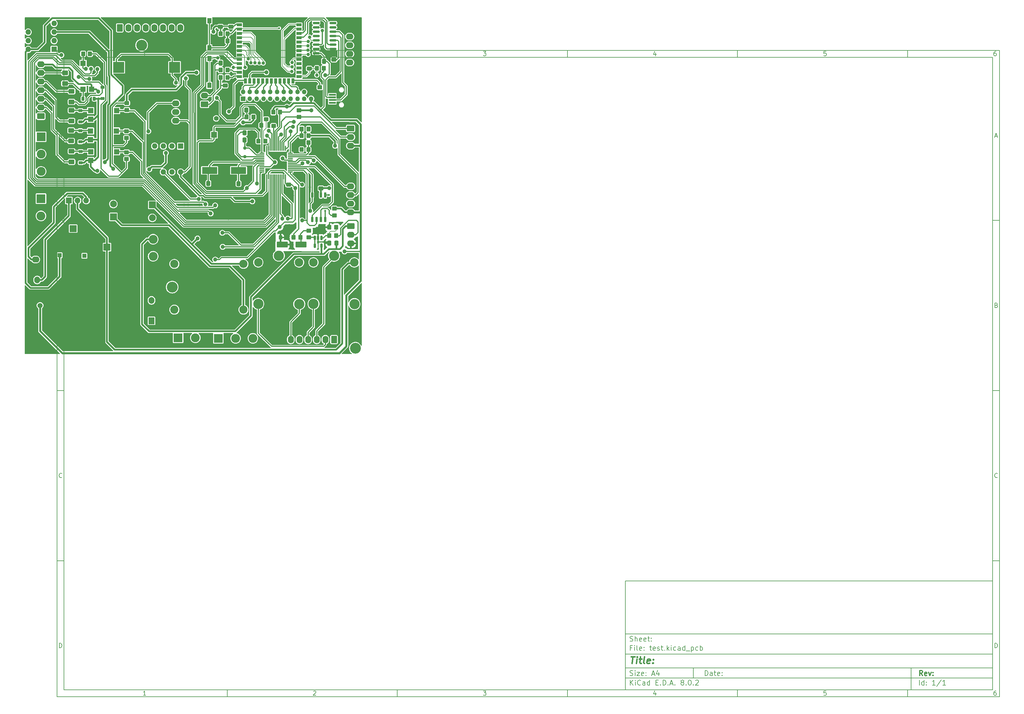
<source format=gbr>
%TF.GenerationSoftware,KiCad,Pcbnew,8.0.2-8.0.2-0~ubuntu22.04.1*%
%TF.CreationDate,2024-05-25T11:23:40+03:30*%
%TF.ProjectId,test,74657374-2e6b-4696-9361-645f70636258,rev?*%
%TF.SameCoordinates,Original*%
%TF.FileFunction,Copper,L1,Top*%
%TF.FilePolarity,Positive*%
%FSLAX46Y46*%
G04 Gerber Fmt 4.6, Leading zero omitted, Abs format (unit mm)*
G04 Created by KiCad (PCBNEW 8.0.2-8.0.2-0~ubuntu22.04.1) date 2024-05-25 11:23:40*
%MOMM*%
%LPD*%
G01*
G04 APERTURE LIST*
G04 Aperture macros list*
%AMRoundRect*
0 Rectangle with rounded corners*
0 $1 Rounding radius*
0 $2 $3 $4 $5 $6 $7 $8 $9 X,Y pos of 4 corners*
0 Add a 4 corners polygon primitive as box body*
4,1,4,$2,$3,$4,$5,$6,$7,$8,$9,$2,$3,0*
0 Add four circle primitives for the rounded corners*
1,1,$1+$1,$2,$3*
1,1,$1+$1,$4,$5*
1,1,$1+$1,$6,$7*
1,1,$1+$1,$8,$9*
0 Add four rect primitives between the rounded corners*
20,1,$1+$1,$2,$3,$4,$5,0*
20,1,$1+$1,$4,$5,$6,$7,0*
20,1,$1+$1,$6,$7,$8,$9,0*
20,1,$1+$1,$8,$9,$2,$3,0*%
G04 Aperture macros list end*
%ADD10C,0.100000*%
%ADD11C,0.150000*%
%ADD12C,0.300000*%
%ADD13C,0.400000*%
%TA.AperFunction,SMDPad,CuDef*%
%ADD14R,1.500000X0.900000*%
%TD*%
%TA.AperFunction,SMDPad,CuDef*%
%ADD15R,0.900000X1.500000*%
%TD*%
%TA.AperFunction,HeatsinkPad*%
%ADD16C,0.600000*%
%TD*%
%TA.AperFunction,SMDPad,CuDef*%
%ADD17R,3.900000X3.900000*%
%TD*%
%TA.AperFunction,SMDPad,CuDef*%
%ADD18RoundRect,0.150000X0.150000X-0.650000X0.150000X0.650000X-0.150000X0.650000X-0.150000X-0.650000X0*%
%TD*%
%TA.AperFunction,ComponentPad*%
%ADD19C,3.000000*%
%TD*%
%TA.AperFunction,ComponentPad*%
%ADD20C,2.500000*%
%TD*%
%TA.AperFunction,SMDPad,CuDef*%
%ADD21RoundRect,0.250000X0.337500X0.475000X-0.337500X0.475000X-0.337500X-0.475000X0.337500X-0.475000X0*%
%TD*%
%TA.AperFunction,SMDPad,CuDef*%
%ADD22RoundRect,0.250000X0.350000X0.450000X-0.350000X0.450000X-0.350000X-0.450000X0.350000X-0.450000X0*%
%TD*%
%TA.AperFunction,SMDPad,CuDef*%
%ADD23RoundRect,0.250000X-0.275000X-0.350000X0.275000X-0.350000X0.275000X0.350000X-0.275000X0.350000X0*%
%TD*%
%TA.AperFunction,ComponentPad*%
%ADD24R,2.000000X2.000000*%
%TD*%
%TA.AperFunction,ComponentPad*%
%ADD25C,2.000000*%
%TD*%
%TA.AperFunction,ComponentPad*%
%ADD26RoundRect,0.250000X0.845000X-0.620000X0.845000X0.620000X-0.845000X0.620000X-0.845000X-0.620000X0*%
%TD*%
%TA.AperFunction,ComponentPad*%
%ADD27O,2.190000X1.740000*%
%TD*%
%TA.AperFunction,SMDPad,CuDef*%
%ADD28RoundRect,0.250000X0.450000X-0.350000X0.450000X0.350000X-0.450000X0.350000X-0.450000X-0.350000X0*%
%TD*%
%TA.AperFunction,ComponentPad*%
%ADD29R,1.700000X2.000000*%
%TD*%
%TA.AperFunction,ComponentPad*%
%ADD30O,1.700000X2.000000*%
%TD*%
%TA.AperFunction,SMDPad,CuDef*%
%ADD31R,3.200000X3.200000*%
%TD*%
%TA.AperFunction,ComponentPad*%
%ADD32RoundRect,0.250000X0.620000X0.845000X-0.620000X0.845000X-0.620000X-0.845000X0.620000X-0.845000X0*%
%TD*%
%TA.AperFunction,ComponentPad*%
%ADD33O,1.740000X2.190000*%
%TD*%
%TA.AperFunction,ComponentPad*%
%ADD34RoundRect,0.250000X-0.845000X0.620000X-0.845000X-0.620000X0.845000X-0.620000X0.845000X0.620000X0*%
%TD*%
%TA.AperFunction,SMDPad,CuDef*%
%ADD35R,1.300000X1.550000*%
%TD*%
%TA.AperFunction,SMDPad,CuDef*%
%ADD36RoundRect,0.250000X-0.450000X0.350000X-0.450000X-0.350000X0.450000X-0.350000X0.450000X0.350000X0*%
%TD*%
%TA.AperFunction,SMDPad,CuDef*%
%ADD37RoundRect,0.250000X-0.475000X0.337500X-0.475000X-0.337500X0.475000X-0.337500X0.475000X0.337500X0*%
%TD*%
%TA.AperFunction,SMDPad,CuDef*%
%ADD38RoundRect,0.250000X-0.350000X-0.450000X0.350000X-0.450000X0.350000X0.450000X-0.350000X0.450000X0*%
%TD*%
%TA.AperFunction,SMDPad,CuDef*%
%ADD39R,4.500000X2.000000*%
%TD*%
%TA.AperFunction,SMDPad,CuDef*%
%ADD40R,1.600000X1.600000*%
%TD*%
%TA.AperFunction,ComponentPad*%
%ADD41C,1.400000*%
%TD*%
%TA.AperFunction,SMDPad,CuDef*%
%ADD42RoundRect,0.250000X0.475000X-0.337500X0.475000X0.337500X-0.475000X0.337500X-0.475000X-0.337500X0*%
%TD*%
%TA.AperFunction,ComponentPad*%
%ADD43R,2.600000X2.600000*%
%TD*%
%TA.AperFunction,ComponentPad*%
%ADD44C,2.600000*%
%TD*%
%TA.AperFunction,SMDPad,CuDef*%
%ADD45RoundRect,0.225000X-0.375000X0.225000X-0.375000X-0.225000X0.375000X-0.225000X0.375000X0.225000X0*%
%TD*%
%TA.AperFunction,ComponentPad*%
%ADD46C,2.400000*%
%TD*%
%TA.AperFunction,ComponentPad*%
%ADD47O,2.400000X2.400000*%
%TD*%
%TA.AperFunction,SMDPad,CuDef*%
%ADD48R,2.000000X0.500000*%
%TD*%
%TA.AperFunction,SMDPad,CuDef*%
%ADD49R,1.700000X2.000000*%
%TD*%
%TA.AperFunction,SMDPad,CuDef*%
%ADD50RoundRect,0.150000X0.825000X0.150000X-0.825000X0.150000X-0.825000X-0.150000X0.825000X-0.150000X0*%
%TD*%
%TA.AperFunction,SMDPad,CuDef*%
%ADD51RoundRect,0.250000X0.625000X-0.400000X0.625000X0.400000X-0.625000X0.400000X-0.625000X-0.400000X0*%
%TD*%
%TA.AperFunction,SMDPad,CuDef*%
%ADD52RoundRect,0.250000X1.400000X0.600000X-1.400000X0.600000X-1.400000X-0.600000X1.400000X-0.600000X0*%
%TD*%
%TA.AperFunction,SMDPad,CuDef*%
%ADD53RoundRect,0.225000X-0.225000X-0.375000X0.225000X-0.375000X0.225000X0.375000X-0.225000X0.375000X0*%
%TD*%
%TA.AperFunction,SMDPad,CuDef*%
%ADD54RoundRect,0.250000X-0.337500X-0.475000X0.337500X-0.475000X0.337500X0.475000X-0.337500X0.475000X0*%
%TD*%
%TA.AperFunction,ComponentPad*%
%ADD55R,1.200000X1.200000*%
%TD*%
%TA.AperFunction,ComponentPad*%
%ADD56C,1.200000*%
%TD*%
%TA.AperFunction,SMDPad,CuDef*%
%ADD57RoundRect,0.250000X-0.450000X0.325000X-0.450000X-0.325000X0.450000X-0.325000X0.450000X0.325000X0*%
%TD*%
%TA.AperFunction,ComponentPad*%
%ADD58R,1.600000X1.600000*%
%TD*%
%TA.AperFunction,ComponentPad*%
%ADD59O,1.600000X1.600000*%
%TD*%
%TA.AperFunction,SMDPad,CuDef*%
%ADD60RoundRect,0.250000X-0.625000X0.400000X-0.625000X-0.400000X0.625000X-0.400000X0.625000X0.400000X0*%
%TD*%
%TA.AperFunction,ComponentPad*%
%ADD61R,1.700000X1.700000*%
%TD*%
%TA.AperFunction,ComponentPad*%
%ADD62O,1.700000X1.700000*%
%TD*%
%TA.AperFunction,SMDPad,CuDef*%
%ADD63RoundRect,0.075000X-0.662500X-0.075000X0.662500X-0.075000X0.662500X0.075000X-0.662500X0.075000X0*%
%TD*%
%TA.AperFunction,SMDPad,CuDef*%
%ADD64RoundRect,0.075000X-0.075000X-0.662500X0.075000X-0.662500X0.075000X0.662500X-0.075000X0.662500X0*%
%TD*%
%TA.AperFunction,SMDPad,CuDef*%
%ADD65RoundRect,0.150000X-0.150000X0.512500X-0.150000X-0.512500X0.150000X-0.512500X0.150000X0.512500X0*%
%TD*%
%TA.AperFunction,ComponentPad*%
%ADD66RoundRect,0.250000X-0.620000X-0.845000X0.620000X-0.845000X0.620000X0.845000X-0.620000X0.845000X0*%
%TD*%
%TA.AperFunction,ComponentPad*%
%ADD67C,1.000000*%
%TD*%
%TA.AperFunction,ComponentPad*%
%ADD68R,1.350000X1.350000*%
%TD*%
%TA.AperFunction,ComponentPad*%
%ADD69O,1.350000X1.350000*%
%TD*%
%TA.AperFunction,ViaPad*%
%ADD70C,3.200000*%
%TD*%
%TA.AperFunction,ViaPad*%
%ADD71C,1.200000*%
%TD*%
%TA.AperFunction,ViaPad*%
%ADD72C,0.800000*%
%TD*%
%TA.AperFunction,ViaPad*%
%ADD73C,1.000000*%
%TD*%
%TA.AperFunction,ViaPad*%
%ADD74C,0.500000*%
%TD*%
%TA.AperFunction,ViaPad*%
%ADD75C,1.500000*%
%TD*%
%TA.AperFunction,ViaPad*%
%ADD76C,0.600000*%
%TD*%
%TA.AperFunction,Conductor*%
%ADD77C,0.300000*%
%TD*%
%TA.AperFunction,Conductor*%
%ADD78C,0.500000*%
%TD*%
%TA.AperFunction,Conductor*%
%ADD79C,0.400000*%
%TD*%
%TA.AperFunction,Conductor*%
%ADD80C,0.600000*%
%TD*%
%TA.AperFunction,Conductor*%
%ADD81C,0.200000*%
%TD*%
G04 APERTURE END LIST*
D10*
D11*
X177002200Y-166007200D02*
X285002200Y-166007200D01*
X285002200Y-198007200D01*
X177002200Y-198007200D01*
X177002200Y-166007200D01*
D10*
D11*
X10000000Y-10000000D02*
X287002200Y-10000000D01*
X287002200Y-200007200D01*
X10000000Y-200007200D01*
X10000000Y-10000000D01*
D10*
D11*
X12000000Y-12000000D02*
X285002200Y-12000000D01*
X285002200Y-198007200D01*
X12000000Y-198007200D01*
X12000000Y-12000000D01*
D10*
D11*
X60000000Y-12000000D02*
X60000000Y-10000000D01*
D10*
D11*
X110000000Y-12000000D02*
X110000000Y-10000000D01*
D10*
D11*
X160000000Y-12000000D02*
X160000000Y-10000000D01*
D10*
D11*
X210000000Y-12000000D02*
X210000000Y-10000000D01*
D10*
D11*
X260000000Y-12000000D02*
X260000000Y-10000000D01*
D10*
D11*
X36089160Y-11593604D02*
X35346303Y-11593604D01*
X35717731Y-11593604D02*
X35717731Y-10293604D01*
X35717731Y-10293604D02*
X35593922Y-10479319D01*
X35593922Y-10479319D02*
X35470112Y-10603128D01*
X35470112Y-10603128D02*
X35346303Y-10665033D01*
D10*
D11*
X85346303Y-10417414D02*
X85408207Y-10355509D01*
X85408207Y-10355509D02*
X85532017Y-10293604D01*
X85532017Y-10293604D02*
X85841541Y-10293604D01*
X85841541Y-10293604D02*
X85965350Y-10355509D01*
X85965350Y-10355509D02*
X86027255Y-10417414D01*
X86027255Y-10417414D02*
X86089160Y-10541223D01*
X86089160Y-10541223D02*
X86089160Y-10665033D01*
X86089160Y-10665033D02*
X86027255Y-10850747D01*
X86027255Y-10850747D02*
X85284398Y-11593604D01*
X85284398Y-11593604D02*
X86089160Y-11593604D01*
D10*
D11*
X135284398Y-10293604D02*
X136089160Y-10293604D01*
X136089160Y-10293604D02*
X135655826Y-10788842D01*
X135655826Y-10788842D02*
X135841541Y-10788842D01*
X135841541Y-10788842D02*
X135965350Y-10850747D01*
X135965350Y-10850747D02*
X136027255Y-10912652D01*
X136027255Y-10912652D02*
X136089160Y-11036461D01*
X136089160Y-11036461D02*
X136089160Y-11345985D01*
X136089160Y-11345985D02*
X136027255Y-11469795D01*
X136027255Y-11469795D02*
X135965350Y-11531700D01*
X135965350Y-11531700D02*
X135841541Y-11593604D01*
X135841541Y-11593604D02*
X135470112Y-11593604D01*
X135470112Y-11593604D02*
X135346303Y-11531700D01*
X135346303Y-11531700D02*
X135284398Y-11469795D01*
D10*
D11*
X185965350Y-10726938D02*
X185965350Y-11593604D01*
X185655826Y-10231700D02*
X185346303Y-11160271D01*
X185346303Y-11160271D02*
X186151064Y-11160271D01*
D10*
D11*
X236027255Y-10293604D02*
X235408207Y-10293604D01*
X235408207Y-10293604D02*
X235346303Y-10912652D01*
X235346303Y-10912652D02*
X235408207Y-10850747D01*
X235408207Y-10850747D02*
X235532017Y-10788842D01*
X235532017Y-10788842D02*
X235841541Y-10788842D01*
X235841541Y-10788842D02*
X235965350Y-10850747D01*
X235965350Y-10850747D02*
X236027255Y-10912652D01*
X236027255Y-10912652D02*
X236089160Y-11036461D01*
X236089160Y-11036461D02*
X236089160Y-11345985D01*
X236089160Y-11345985D02*
X236027255Y-11469795D01*
X236027255Y-11469795D02*
X235965350Y-11531700D01*
X235965350Y-11531700D02*
X235841541Y-11593604D01*
X235841541Y-11593604D02*
X235532017Y-11593604D01*
X235532017Y-11593604D02*
X235408207Y-11531700D01*
X235408207Y-11531700D02*
X235346303Y-11469795D01*
D10*
D11*
X285965350Y-10293604D02*
X285717731Y-10293604D01*
X285717731Y-10293604D02*
X285593922Y-10355509D01*
X285593922Y-10355509D02*
X285532017Y-10417414D01*
X285532017Y-10417414D02*
X285408207Y-10603128D01*
X285408207Y-10603128D02*
X285346303Y-10850747D01*
X285346303Y-10850747D02*
X285346303Y-11345985D01*
X285346303Y-11345985D02*
X285408207Y-11469795D01*
X285408207Y-11469795D02*
X285470112Y-11531700D01*
X285470112Y-11531700D02*
X285593922Y-11593604D01*
X285593922Y-11593604D02*
X285841541Y-11593604D01*
X285841541Y-11593604D02*
X285965350Y-11531700D01*
X285965350Y-11531700D02*
X286027255Y-11469795D01*
X286027255Y-11469795D02*
X286089160Y-11345985D01*
X286089160Y-11345985D02*
X286089160Y-11036461D01*
X286089160Y-11036461D02*
X286027255Y-10912652D01*
X286027255Y-10912652D02*
X285965350Y-10850747D01*
X285965350Y-10850747D02*
X285841541Y-10788842D01*
X285841541Y-10788842D02*
X285593922Y-10788842D01*
X285593922Y-10788842D02*
X285470112Y-10850747D01*
X285470112Y-10850747D02*
X285408207Y-10912652D01*
X285408207Y-10912652D02*
X285346303Y-11036461D01*
D10*
D11*
X60000000Y-198007200D02*
X60000000Y-200007200D01*
D10*
D11*
X110000000Y-198007200D02*
X110000000Y-200007200D01*
D10*
D11*
X160000000Y-198007200D02*
X160000000Y-200007200D01*
D10*
D11*
X210000000Y-198007200D02*
X210000000Y-200007200D01*
D10*
D11*
X260000000Y-198007200D02*
X260000000Y-200007200D01*
D10*
D11*
X36089160Y-199600804D02*
X35346303Y-199600804D01*
X35717731Y-199600804D02*
X35717731Y-198300804D01*
X35717731Y-198300804D02*
X35593922Y-198486519D01*
X35593922Y-198486519D02*
X35470112Y-198610328D01*
X35470112Y-198610328D02*
X35346303Y-198672233D01*
D10*
D11*
X85346303Y-198424614D02*
X85408207Y-198362709D01*
X85408207Y-198362709D02*
X85532017Y-198300804D01*
X85532017Y-198300804D02*
X85841541Y-198300804D01*
X85841541Y-198300804D02*
X85965350Y-198362709D01*
X85965350Y-198362709D02*
X86027255Y-198424614D01*
X86027255Y-198424614D02*
X86089160Y-198548423D01*
X86089160Y-198548423D02*
X86089160Y-198672233D01*
X86089160Y-198672233D02*
X86027255Y-198857947D01*
X86027255Y-198857947D02*
X85284398Y-199600804D01*
X85284398Y-199600804D02*
X86089160Y-199600804D01*
D10*
D11*
X135284398Y-198300804D02*
X136089160Y-198300804D01*
X136089160Y-198300804D02*
X135655826Y-198796042D01*
X135655826Y-198796042D02*
X135841541Y-198796042D01*
X135841541Y-198796042D02*
X135965350Y-198857947D01*
X135965350Y-198857947D02*
X136027255Y-198919852D01*
X136027255Y-198919852D02*
X136089160Y-199043661D01*
X136089160Y-199043661D02*
X136089160Y-199353185D01*
X136089160Y-199353185D02*
X136027255Y-199476995D01*
X136027255Y-199476995D02*
X135965350Y-199538900D01*
X135965350Y-199538900D02*
X135841541Y-199600804D01*
X135841541Y-199600804D02*
X135470112Y-199600804D01*
X135470112Y-199600804D02*
X135346303Y-199538900D01*
X135346303Y-199538900D02*
X135284398Y-199476995D01*
D10*
D11*
X185965350Y-198734138D02*
X185965350Y-199600804D01*
X185655826Y-198238900D02*
X185346303Y-199167471D01*
X185346303Y-199167471D02*
X186151064Y-199167471D01*
D10*
D11*
X236027255Y-198300804D02*
X235408207Y-198300804D01*
X235408207Y-198300804D02*
X235346303Y-198919852D01*
X235346303Y-198919852D02*
X235408207Y-198857947D01*
X235408207Y-198857947D02*
X235532017Y-198796042D01*
X235532017Y-198796042D02*
X235841541Y-198796042D01*
X235841541Y-198796042D02*
X235965350Y-198857947D01*
X235965350Y-198857947D02*
X236027255Y-198919852D01*
X236027255Y-198919852D02*
X236089160Y-199043661D01*
X236089160Y-199043661D02*
X236089160Y-199353185D01*
X236089160Y-199353185D02*
X236027255Y-199476995D01*
X236027255Y-199476995D02*
X235965350Y-199538900D01*
X235965350Y-199538900D02*
X235841541Y-199600804D01*
X235841541Y-199600804D02*
X235532017Y-199600804D01*
X235532017Y-199600804D02*
X235408207Y-199538900D01*
X235408207Y-199538900D02*
X235346303Y-199476995D01*
D10*
D11*
X285965350Y-198300804D02*
X285717731Y-198300804D01*
X285717731Y-198300804D02*
X285593922Y-198362709D01*
X285593922Y-198362709D02*
X285532017Y-198424614D01*
X285532017Y-198424614D02*
X285408207Y-198610328D01*
X285408207Y-198610328D02*
X285346303Y-198857947D01*
X285346303Y-198857947D02*
X285346303Y-199353185D01*
X285346303Y-199353185D02*
X285408207Y-199476995D01*
X285408207Y-199476995D02*
X285470112Y-199538900D01*
X285470112Y-199538900D02*
X285593922Y-199600804D01*
X285593922Y-199600804D02*
X285841541Y-199600804D01*
X285841541Y-199600804D02*
X285965350Y-199538900D01*
X285965350Y-199538900D02*
X286027255Y-199476995D01*
X286027255Y-199476995D02*
X286089160Y-199353185D01*
X286089160Y-199353185D02*
X286089160Y-199043661D01*
X286089160Y-199043661D02*
X286027255Y-198919852D01*
X286027255Y-198919852D02*
X285965350Y-198857947D01*
X285965350Y-198857947D02*
X285841541Y-198796042D01*
X285841541Y-198796042D02*
X285593922Y-198796042D01*
X285593922Y-198796042D02*
X285470112Y-198857947D01*
X285470112Y-198857947D02*
X285408207Y-198919852D01*
X285408207Y-198919852D02*
X285346303Y-199043661D01*
D10*
D11*
X10000000Y-60000000D02*
X12000000Y-60000000D01*
D10*
D11*
X10000000Y-110000000D02*
X12000000Y-110000000D01*
D10*
D11*
X10000000Y-160000000D02*
X12000000Y-160000000D01*
D10*
D11*
X10690476Y-35222176D02*
X11309523Y-35222176D01*
X10566666Y-35593604D02*
X10999999Y-34293604D01*
X10999999Y-34293604D02*
X11433333Y-35593604D01*
D10*
D11*
X11092857Y-84912652D02*
X11278571Y-84974557D01*
X11278571Y-84974557D02*
X11340476Y-85036461D01*
X11340476Y-85036461D02*
X11402380Y-85160271D01*
X11402380Y-85160271D02*
X11402380Y-85345985D01*
X11402380Y-85345985D02*
X11340476Y-85469795D01*
X11340476Y-85469795D02*
X11278571Y-85531700D01*
X11278571Y-85531700D02*
X11154761Y-85593604D01*
X11154761Y-85593604D02*
X10659523Y-85593604D01*
X10659523Y-85593604D02*
X10659523Y-84293604D01*
X10659523Y-84293604D02*
X11092857Y-84293604D01*
X11092857Y-84293604D02*
X11216666Y-84355509D01*
X11216666Y-84355509D02*
X11278571Y-84417414D01*
X11278571Y-84417414D02*
X11340476Y-84541223D01*
X11340476Y-84541223D02*
X11340476Y-84665033D01*
X11340476Y-84665033D02*
X11278571Y-84788842D01*
X11278571Y-84788842D02*
X11216666Y-84850747D01*
X11216666Y-84850747D02*
X11092857Y-84912652D01*
X11092857Y-84912652D02*
X10659523Y-84912652D01*
D10*
D11*
X11402380Y-135469795D02*
X11340476Y-135531700D01*
X11340476Y-135531700D02*
X11154761Y-135593604D01*
X11154761Y-135593604D02*
X11030952Y-135593604D01*
X11030952Y-135593604D02*
X10845238Y-135531700D01*
X10845238Y-135531700D02*
X10721428Y-135407890D01*
X10721428Y-135407890D02*
X10659523Y-135284080D01*
X10659523Y-135284080D02*
X10597619Y-135036461D01*
X10597619Y-135036461D02*
X10597619Y-134850747D01*
X10597619Y-134850747D02*
X10659523Y-134603128D01*
X10659523Y-134603128D02*
X10721428Y-134479319D01*
X10721428Y-134479319D02*
X10845238Y-134355509D01*
X10845238Y-134355509D02*
X11030952Y-134293604D01*
X11030952Y-134293604D02*
X11154761Y-134293604D01*
X11154761Y-134293604D02*
X11340476Y-134355509D01*
X11340476Y-134355509D02*
X11402380Y-134417414D01*
D10*
D11*
X10659523Y-185593604D02*
X10659523Y-184293604D01*
X10659523Y-184293604D02*
X10969047Y-184293604D01*
X10969047Y-184293604D02*
X11154761Y-184355509D01*
X11154761Y-184355509D02*
X11278571Y-184479319D01*
X11278571Y-184479319D02*
X11340476Y-184603128D01*
X11340476Y-184603128D02*
X11402380Y-184850747D01*
X11402380Y-184850747D02*
X11402380Y-185036461D01*
X11402380Y-185036461D02*
X11340476Y-185284080D01*
X11340476Y-185284080D02*
X11278571Y-185407890D01*
X11278571Y-185407890D02*
X11154761Y-185531700D01*
X11154761Y-185531700D02*
X10969047Y-185593604D01*
X10969047Y-185593604D02*
X10659523Y-185593604D01*
D10*
D11*
X287002200Y-60000000D02*
X285002200Y-60000000D01*
D10*
D11*
X287002200Y-110000000D02*
X285002200Y-110000000D01*
D10*
D11*
X287002200Y-160000000D02*
X285002200Y-160000000D01*
D10*
D11*
X285692676Y-35222176D02*
X286311723Y-35222176D01*
X285568866Y-35593604D02*
X286002199Y-34293604D01*
X286002199Y-34293604D02*
X286435533Y-35593604D01*
D10*
D11*
X286095057Y-84912652D02*
X286280771Y-84974557D01*
X286280771Y-84974557D02*
X286342676Y-85036461D01*
X286342676Y-85036461D02*
X286404580Y-85160271D01*
X286404580Y-85160271D02*
X286404580Y-85345985D01*
X286404580Y-85345985D02*
X286342676Y-85469795D01*
X286342676Y-85469795D02*
X286280771Y-85531700D01*
X286280771Y-85531700D02*
X286156961Y-85593604D01*
X286156961Y-85593604D02*
X285661723Y-85593604D01*
X285661723Y-85593604D02*
X285661723Y-84293604D01*
X285661723Y-84293604D02*
X286095057Y-84293604D01*
X286095057Y-84293604D02*
X286218866Y-84355509D01*
X286218866Y-84355509D02*
X286280771Y-84417414D01*
X286280771Y-84417414D02*
X286342676Y-84541223D01*
X286342676Y-84541223D02*
X286342676Y-84665033D01*
X286342676Y-84665033D02*
X286280771Y-84788842D01*
X286280771Y-84788842D02*
X286218866Y-84850747D01*
X286218866Y-84850747D02*
X286095057Y-84912652D01*
X286095057Y-84912652D02*
X285661723Y-84912652D01*
D10*
D11*
X286404580Y-135469795D02*
X286342676Y-135531700D01*
X286342676Y-135531700D02*
X286156961Y-135593604D01*
X286156961Y-135593604D02*
X286033152Y-135593604D01*
X286033152Y-135593604D02*
X285847438Y-135531700D01*
X285847438Y-135531700D02*
X285723628Y-135407890D01*
X285723628Y-135407890D02*
X285661723Y-135284080D01*
X285661723Y-135284080D02*
X285599819Y-135036461D01*
X285599819Y-135036461D02*
X285599819Y-134850747D01*
X285599819Y-134850747D02*
X285661723Y-134603128D01*
X285661723Y-134603128D02*
X285723628Y-134479319D01*
X285723628Y-134479319D02*
X285847438Y-134355509D01*
X285847438Y-134355509D02*
X286033152Y-134293604D01*
X286033152Y-134293604D02*
X286156961Y-134293604D01*
X286156961Y-134293604D02*
X286342676Y-134355509D01*
X286342676Y-134355509D02*
X286404580Y-134417414D01*
D10*
D11*
X285661723Y-185593604D02*
X285661723Y-184293604D01*
X285661723Y-184293604D02*
X285971247Y-184293604D01*
X285971247Y-184293604D02*
X286156961Y-184355509D01*
X286156961Y-184355509D02*
X286280771Y-184479319D01*
X286280771Y-184479319D02*
X286342676Y-184603128D01*
X286342676Y-184603128D02*
X286404580Y-184850747D01*
X286404580Y-184850747D02*
X286404580Y-185036461D01*
X286404580Y-185036461D02*
X286342676Y-185284080D01*
X286342676Y-185284080D02*
X286280771Y-185407890D01*
X286280771Y-185407890D02*
X286156961Y-185531700D01*
X286156961Y-185531700D02*
X285971247Y-185593604D01*
X285971247Y-185593604D02*
X285661723Y-185593604D01*
D10*
D11*
X200458026Y-193793328D02*
X200458026Y-192293328D01*
X200458026Y-192293328D02*
X200815169Y-192293328D01*
X200815169Y-192293328D02*
X201029455Y-192364757D01*
X201029455Y-192364757D02*
X201172312Y-192507614D01*
X201172312Y-192507614D02*
X201243741Y-192650471D01*
X201243741Y-192650471D02*
X201315169Y-192936185D01*
X201315169Y-192936185D02*
X201315169Y-193150471D01*
X201315169Y-193150471D02*
X201243741Y-193436185D01*
X201243741Y-193436185D02*
X201172312Y-193579042D01*
X201172312Y-193579042D02*
X201029455Y-193721900D01*
X201029455Y-193721900D02*
X200815169Y-193793328D01*
X200815169Y-193793328D02*
X200458026Y-193793328D01*
X202600884Y-193793328D02*
X202600884Y-193007614D01*
X202600884Y-193007614D02*
X202529455Y-192864757D01*
X202529455Y-192864757D02*
X202386598Y-192793328D01*
X202386598Y-192793328D02*
X202100884Y-192793328D01*
X202100884Y-192793328D02*
X201958026Y-192864757D01*
X202600884Y-193721900D02*
X202458026Y-193793328D01*
X202458026Y-193793328D02*
X202100884Y-193793328D01*
X202100884Y-193793328D02*
X201958026Y-193721900D01*
X201958026Y-193721900D02*
X201886598Y-193579042D01*
X201886598Y-193579042D02*
X201886598Y-193436185D01*
X201886598Y-193436185D02*
X201958026Y-193293328D01*
X201958026Y-193293328D02*
X202100884Y-193221900D01*
X202100884Y-193221900D02*
X202458026Y-193221900D01*
X202458026Y-193221900D02*
X202600884Y-193150471D01*
X203100884Y-192793328D02*
X203672312Y-192793328D01*
X203315169Y-192293328D02*
X203315169Y-193579042D01*
X203315169Y-193579042D02*
X203386598Y-193721900D01*
X203386598Y-193721900D02*
X203529455Y-193793328D01*
X203529455Y-193793328D02*
X203672312Y-193793328D01*
X204743741Y-193721900D02*
X204600884Y-193793328D01*
X204600884Y-193793328D02*
X204315170Y-193793328D01*
X204315170Y-193793328D02*
X204172312Y-193721900D01*
X204172312Y-193721900D02*
X204100884Y-193579042D01*
X204100884Y-193579042D02*
X204100884Y-193007614D01*
X204100884Y-193007614D02*
X204172312Y-192864757D01*
X204172312Y-192864757D02*
X204315170Y-192793328D01*
X204315170Y-192793328D02*
X204600884Y-192793328D01*
X204600884Y-192793328D02*
X204743741Y-192864757D01*
X204743741Y-192864757D02*
X204815170Y-193007614D01*
X204815170Y-193007614D02*
X204815170Y-193150471D01*
X204815170Y-193150471D02*
X204100884Y-193293328D01*
X205458026Y-193650471D02*
X205529455Y-193721900D01*
X205529455Y-193721900D02*
X205458026Y-193793328D01*
X205458026Y-193793328D02*
X205386598Y-193721900D01*
X205386598Y-193721900D02*
X205458026Y-193650471D01*
X205458026Y-193650471D02*
X205458026Y-193793328D01*
X205458026Y-192864757D02*
X205529455Y-192936185D01*
X205529455Y-192936185D02*
X205458026Y-193007614D01*
X205458026Y-193007614D02*
X205386598Y-192936185D01*
X205386598Y-192936185D02*
X205458026Y-192864757D01*
X205458026Y-192864757D02*
X205458026Y-193007614D01*
D10*
D11*
X177002200Y-194507200D02*
X285002200Y-194507200D01*
D10*
D11*
X178458026Y-196593328D02*
X178458026Y-195093328D01*
X179315169Y-196593328D02*
X178672312Y-195736185D01*
X179315169Y-195093328D02*
X178458026Y-195950471D01*
X179958026Y-196593328D02*
X179958026Y-195593328D01*
X179958026Y-195093328D02*
X179886598Y-195164757D01*
X179886598Y-195164757D02*
X179958026Y-195236185D01*
X179958026Y-195236185D02*
X180029455Y-195164757D01*
X180029455Y-195164757D02*
X179958026Y-195093328D01*
X179958026Y-195093328D02*
X179958026Y-195236185D01*
X181529455Y-196450471D02*
X181458027Y-196521900D01*
X181458027Y-196521900D02*
X181243741Y-196593328D01*
X181243741Y-196593328D02*
X181100884Y-196593328D01*
X181100884Y-196593328D02*
X180886598Y-196521900D01*
X180886598Y-196521900D02*
X180743741Y-196379042D01*
X180743741Y-196379042D02*
X180672312Y-196236185D01*
X180672312Y-196236185D02*
X180600884Y-195950471D01*
X180600884Y-195950471D02*
X180600884Y-195736185D01*
X180600884Y-195736185D02*
X180672312Y-195450471D01*
X180672312Y-195450471D02*
X180743741Y-195307614D01*
X180743741Y-195307614D02*
X180886598Y-195164757D01*
X180886598Y-195164757D02*
X181100884Y-195093328D01*
X181100884Y-195093328D02*
X181243741Y-195093328D01*
X181243741Y-195093328D02*
X181458027Y-195164757D01*
X181458027Y-195164757D02*
X181529455Y-195236185D01*
X182815170Y-196593328D02*
X182815170Y-195807614D01*
X182815170Y-195807614D02*
X182743741Y-195664757D01*
X182743741Y-195664757D02*
X182600884Y-195593328D01*
X182600884Y-195593328D02*
X182315170Y-195593328D01*
X182315170Y-195593328D02*
X182172312Y-195664757D01*
X182815170Y-196521900D02*
X182672312Y-196593328D01*
X182672312Y-196593328D02*
X182315170Y-196593328D01*
X182315170Y-196593328D02*
X182172312Y-196521900D01*
X182172312Y-196521900D02*
X182100884Y-196379042D01*
X182100884Y-196379042D02*
X182100884Y-196236185D01*
X182100884Y-196236185D02*
X182172312Y-196093328D01*
X182172312Y-196093328D02*
X182315170Y-196021900D01*
X182315170Y-196021900D02*
X182672312Y-196021900D01*
X182672312Y-196021900D02*
X182815170Y-195950471D01*
X184172313Y-196593328D02*
X184172313Y-195093328D01*
X184172313Y-196521900D02*
X184029455Y-196593328D01*
X184029455Y-196593328D02*
X183743741Y-196593328D01*
X183743741Y-196593328D02*
X183600884Y-196521900D01*
X183600884Y-196521900D02*
X183529455Y-196450471D01*
X183529455Y-196450471D02*
X183458027Y-196307614D01*
X183458027Y-196307614D02*
X183458027Y-195879042D01*
X183458027Y-195879042D02*
X183529455Y-195736185D01*
X183529455Y-195736185D02*
X183600884Y-195664757D01*
X183600884Y-195664757D02*
X183743741Y-195593328D01*
X183743741Y-195593328D02*
X184029455Y-195593328D01*
X184029455Y-195593328D02*
X184172313Y-195664757D01*
X186029455Y-195807614D02*
X186529455Y-195807614D01*
X186743741Y-196593328D02*
X186029455Y-196593328D01*
X186029455Y-196593328D02*
X186029455Y-195093328D01*
X186029455Y-195093328D02*
X186743741Y-195093328D01*
X187386598Y-196450471D02*
X187458027Y-196521900D01*
X187458027Y-196521900D02*
X187386598Y-196593328D01*
X187386598Y-196593328D02*
X187315170Y-196521900D01*
X187315170Y-196521900D02*
X187386598Y-196450471D01*
X187386598Y-196450471D02*
X187386598Y-196593328D01*
X188100884Y-196593328D02*
X188100884Y-195093328D01*
X188100884Y-195093328D02*
X188458027Y-195093328D01*
X188458027Y-195093328D02*
X188672313Y-195164757D01*
X188672313Y-195164757D02*
X188815170Y-195307614D01*
X188815170Y-195307614D02*
X188886599Y-195450471D01*
X188886599Y-195450471D02*
X188958027Y-195736185D01*
X188958027Y-195736185D02*
X188958027Y-195950471D01*
X188958027Y-195950471D02*
X188886599Y-196236185D01*
X188886599Y-196236185D02*
X188815170Y-196379042D01*
X188815170Y-196379042D02*
X188672313Y-196521900D01*
X188672313Y-196521900D02*
X188458027Y-196593328D01*
X188458027Y-196593328D02*
X188100884Y-196593328D01*
X189600884Y-196450471D02*
X189672313Y-196521900D01*
X189672313Y-196521900D02*
X189600884Y-196593328D01*
X189600884Y-196593328D02*
X189529456Y-196521900D01*
X189529456Y-196521900D02*
X189600884Y-196450471D01*
X189600884Y-196450471D02*
X189600884Y-196593328D01*
X190243742Y-196164757D02*
X190958028Y-196164757D01*
X190100885Y-196593328D02*
X190600885Y-195093328D01*
X190600885Y-195093328D02*
X191100885Y-196593328D01*
X191600884Y-196450471D02*
X191672313Y-196521900D01*
X191672313Y-196521900D02*
X191600884Y-196593328D01*
X191600884Y-196593328D02*
X191529456Y-196521900D01*
X191529456Y-196521900D02*
X191600884Y-196450471D01*
X191600884Y-196450471D02*
X191600884Y-196593328D01*
X193672313Y-195736185D02*
X193529456Y-195664757D01*
X193529456Y-195664757D02*
X193458027Y-195593328D01*
X193458027Y-195593328D02*
X193386599Y-195450471D01*
X193386599Y-195450471D02*
X193386599Y-195379042D01*
X193386599Y-195379042D02*
X193458027Y-195236185D01*
X193458027Y-195236185D02*
X193529456Y-195164757D01*
X193529456Y-195164757D02*
X193672313Y-195093328D01*
X193672313Y-195093328D02*
X193958027Y-195093328D01*
X193958027Y-195093328D02*
X194100885Y-195164757D01*
X194100885Y-195164757D02*
X194172313Y-195236185D01*
X194172313Y-195236185D02*
X194243742Y-195379042D01*
X194243742Y-195379042D02*
X194243742Y-195450471D01*
X194243742Y-195450471D02*
X194172313Y-195593328D01*
X194172313Y-195593328D02*
X194100885Y-195664757D01*
X194100885Y-195664757D02*
X193958027Y-195736185D01*
X193958027Y-195736185D02*
X193672313Y-195736185D01*
X193672313Y-195736185D02*
X193529456Y-195807614D01*
X193529456Y-195807614D02*
X193458027Y-195879042D01*
X193458027Y-195879042D02*
X193386599Y-196021900D01*
X193386599Y-196021900D02*
X193386599Y-196307614D01*
X193386599Y-196307614D02*
X193458027Y-196450471D01*
X193458027Y-196450471D02*
X193529456Y-196521900D01*
X193529456Y-196521900D02*
X193672313Y-196593328D01*
X193672313Y-196593328D02*
X193958027Y-196593328D01*
X193958027Y-196593328D02*
X194100885Y-196521900D01*
X194100885Y-196521900D02*
X194172313Y-196450471D01*
X194172313Y-196450471D02*
X194243742Y-196307614D01*
X194243742Y-196307614D02*
X194243742Y-196021900D01*
X194243742Y-196021900D02*
X194172313Y-195879042D01*
X194172313Y-195879042D02*
X194100885Y-195807614D01*
X194100885Y-195807614D02*
X193958027Y-195736185D01*
X194886598Y-196450471D02*
X194958027Y-196521900D01*
X194958027Y-196521900D02*
X194886598Y-196593328D01*
X194886598Y-196593328D02*
X194815170Y-196521900D01*
X194815170Y-196521900D02*
X194886598Y-196450471D01*
X194886598Y-196450471D02*
X194886598Y-196593328D01*
X195886599Y-195093328D02*
X196029456Y-195093328D01*
X196029456Y-195093328D02*
X196172313Y-195164757D01*
X196172313Y-195164757D02*
X196243742Y-195236185D01*
X196243742Y-195236185D02*
X196315170Y-195379042D01*
X196315170Y-195379042D02*
X196386599Y-195664757D01*
X196386599Y-195664757D02*
X196386599Y-196021900D01*
X196386599Y-196021900D02*
X196315170Y-196307614D01*
X196315170Y-196307614D02*
X196243742Y-196450471D01*
X196243742Y-196450471D02*
X196172313Y-196521900D01*
X196172313Y-196521900D02*
X196029456Y-196593328D01*
X196029456Y-196593328D02*
X195886599Y-196593328D01*
X195886599Y-196593328D02*
X195743742Y-196521900D01*
X195743742Y-196521900D02*
X195672313Y-196450471D01*
X195672313Y-196450471D02*
X195600884Y-196307614D01*
X195600884Y-196307614D02*
X195529456Y-196021900D01*
X195529456Y-196021900D02*
X195529456Y-195664757D01*
X195529456Y-195664757D02*
X195600884Y-195379042D01*
X195600884Y-195379042D02*
X195672313Y-195236185D01*
X195672313Y-195236185D02*
X195743742Y-195164757D01*
X195743742Y-195164757D02*
X195886599Y-195093328D01*
X197029455Y-196450471D02*
X197100884Y-196521900D01*
X197100884Y-196521900D02*
X197029455Y-196593328D01*
X197029455Y-196593328D02*
X196958027Y-196521900D01*
X196958027Y-196521900D02*
X197029455Y-196450471D01*
X197029455Y-196450471D02*
X197029455Y-196593328D01*
X197672313Y-195236185D02*
X197743741Y-195164757D01*
X197743741Y-195164757D02*
X197886599Y-195093328D01*
X197886599Y-195093328D02*
X198243741Y-195093328D01*
X198243741Y-195093328D02*
X198386599Y-195164757D01*
X198386599Y-195164757D02*
X198458027Y-195236185D01*
X198458027Y-195236185D02*
X198529456Y-195379042D01*
X198529456Y-195379042D02*
X198529456Y-195521900D01*
X198529456Y-195521900D02*
X198458027Y-195736185D01*
X198458027Y-195736185D02*
X197600884Y-196593328D01*
X197600884Y-196593328D02*
X198529456Y-196593328D01*
D10*
D11*
X177002200Y-191507200D02*
X285002200Y-191507200D01*
D10*
D12*
X264413853Y-193785528D02*
X263913853Y-193071242D01*
X263556710Y-193785528D02*
X263556710Y-192285528D01*
X263556710Y-192285528D02*
X264128139Y-192285528D01*
X264128139Y-192285528D02*
X264270996Y-192356957D01*
X264270996Y-192356957D02*
X264342425Y-192428385D01*
X264342425Y-192428385D02*
X264413853Y-192571242D01*
X264413853Y-192571242D02*
X264413853Y-192785528D01*
X264413853Y-192785528D02*
X264342425Y-192928385D01*
X264342425Y-192928385D02*
X264270996Y-192999814D01*
X264270996Y-192999814D02*
X264128139Y-193071242D01*
X264128139Y-193071242D02*
X263556710Y-193071242D01*
X265628139Y-193714100D02*
X265485282Y-193785528D01*
X265485282Y-193785528D02*
X265199568Y-193785528D01*
X265199568Y-193785528D02*
X265056710Y-193714100D01*
X265056710Y-193714100D02*
X264985282Y-193571242D01*
X264985282Y-193571242D02*
X264985282Y-192999814D01*
X264985282Y-192999814D02*
X265056710Y-192856957D01*
X265056710Y-192856957D02*
X265199568Y-192785528D01*
X265199568Y-192785528D02*
X265485282Y-192785528D01*
X265485282Y-192785528D02*
X265628139Y-192856957D01*
X265628139Y-192856957D02*
X265699568Y-192999814D01*
X265699568Y-192999814D02*
X265699568Y-193142671D01*
X265699568Y-193142671D02*
X264985282Y-193285528D01*
X266199567Y-192785528D02*
X266556710Y-193785528D01*
X266556710Y-193785528D02*
X266913853Y-192785528D01*
X267485281Y-193642671D02*
X267556710Y-193714100D01*
X267556710Y-193714100D02*
X267485281Y-193785528D01*
X267485281Y-193785528D02*
X267413853Y-193714100D01*
X267413853Y-193714100D02*
X267485281Y-193642671D01*
X267485281Y-193642671D02*
X267485281Y-193785528D01*
X267485281Y-192856957D02*
X267556710Y-192928385D01*
X267556710Y-192928385D02*
X267485281Y-192999814D01*
X267485281Y-192999814D02*
X267413853Y-192928385D01*
X267413853Y-192928385D02*
X267485281Y-192856957D01*
X267485281Y-192856957D02*
X267485281Y-192999814D01*
D10*
D11*
X178386598Y-193721900D02*
X178600884Y-193793328D01*
X178600884Y-193793328D02*
X178958026Y-193793328D01*
X178958026Y-193793328D02*
X179100884Y-193721900D01*
X179100884Y-193721900D02*
X179172312Y-193650471D01*
X179172312Y-193650471D02*
X179243741Y-193507614D01*
X179243741Y-193507614D02*
X179243741Y-193364757D01*
X179243741Y-193364757D02*
X179172312Y-193221900D01*
X179172312Y-193221900D02*
X179100884Y-193150471D01*
X179100884Y-193150471D02*
X178958026Y-193079042D01*
X178958026Y-193079042D02*
X178672312Y-193007614D01*
X178672312Y-193007614D02*
X178529455Y-192936185D01*
X178529455Y-192936185D02*
X178458026Y-192864757D01*
X178458026Y-192864757D02*
X178386598Y-192721900D01*
X178386598Y-192721900D02*
X178386598Y-192579042D01*
X178386598Y-192579042D02*
X178458026Y-192436185D01*
X178458026Y-192436185D02*
X178529455Y-192364757D01*
X178529455Y-192364757D02*
X178672312Y-192293328D01*
X178672312Y-192293328D02*
X179029455Y-192293328D01*
X179029455Y-192293328D02*
X179243741Y-192364757D01*
X179886597Y-193793328D02*
X179886597Y-192793328D01*
X179886597Y-192293328D02*
X179815169Y-192364757D01*
X179815169Y-192364757D02*
X179886597Y-192436185D01*
X179886597Y-192436185D02*
X179958026Y-192364757D01*
X179958026Y-192364757D02*
X179886597Y-192293328D01*
X179886597Y-192293328D02*
X179886597Y-192436185D01*
X180458026Y-192793328D02*
X181243741Y-192793328D01*
X181243741Y-192793328D02*
X180458026Y-193793328D01*
X180458026Y-193793328D02*
X181243741Y-193793328D01*
X182386598Y-193721900D02*
X182243741Y-193793328D01*
X182243741Y-193793328D02*
X181958027Y-193793328D01*
X181958027Y-193793328D02*
X181815169Y-193721900D01*
X181815169Y-193721900D02*
X181743741Y-193579042D01*
X181743741Y-193579042D02*
X181743741Y-193007614D01*
X181743741Y-193007614D02*
X181815169Y-192864757D01*
X181815169Y-192864757D02*
X181958027Y-192793328D01*
X181958027Y-192793328D02*
X182243741Y-192793328D01*
X182243741Y-192793328D02*
X182386598Y-192864757D01*
X182386598Y-192864757D02*
X182458027Y-193007614D01*
X182458027Y-193007614D02*
X182458027Y-193150471D01*
X182458027Y-193150471D02*
X181743741Y-193293328D01*
X183100883Y-193650471D02*
X183172312Y-193721900D01*
X183172312Y-193721900D02*
X183100883Y-193793328D01*
X183100883Y-193793328D02*
X183029455Y-193721900D01*
X183029455Y-193721900D02*
X183100883Y-193650471D01*
X183100883Y-193650471D02*
X183100883Y-193793328D01*
X183100883Y-192864757D02*
X183172312Y-192936185D01*
X183172312Y-192936185D02*
X183100883Y-193007614D01*
X183100883Y-193007614D02*
X183029455Y-192936185D01*
X183029455Y-192936185D02*
X183100883Y-192864757D01*
X183100883Y-192864757D02*
X183100883Y-193007614D01*
X184886598Y-193364757D02*
X185600884Y-193364757D01*
X184743741Y-193793328D02*
X185243741Y-192293328D01*
X185243741Y-192293328D02*
X185743741Y-193793328D01*
X186886598Y-192793328D02*
X186886598Y-193793328D01*
X186529455Y-192221900D02*
X186172312Y-193293328D01*
X186172312Y-193293328D02*
X187100883Y-193293328D01*
D10*
D11*
X263458026Y-196593328D02*
X263458026Y-195093328D01*
X264815170Y-196593328D02*
X264815170Y-195093328D01*
X264815170Y-196521900D02*
X264672312Y-196593328D01*
X264672312Y-196593328D02*
X264386598Y-196593328D01*
X264386598Y-196593328D02*
X264243741Y-196521900D01*
X264243741Y-196521900D02*
X264172312Y-196450471D01*
X264172312Y-196450471D02*
X264100884Y-196307614D01*
X264100884Y-196307614D02*
X264100884Y-195879042D01*
X264100884Y-195879042D02*
X264172312Y-195736185D01*
X264172312Y-195736185D02*
X264243741Y-195664757D01*
X264243741Y-195664757D02*
X264386598Y-195593328D01*
X264386598Y-195593328D02*
X264672312Y-195593328D01*
X264672312Y-195593328D02*
X264815170Y-195664757D01*
X265529455Y-196450471D02*
X265600884Y-196521900D01*
X265600884Y-196521900D02*
X265529455Y-196593328D01*
X265529455Y-196593328D02*
X265458027Y-196521900D01*
X265458027Y-196521900D02*
X265529455Y-196450471D01*
X265529455Y-196450471D02*
X265529455Y-196593328D01*
X265529455Y-195664757D02*
X265600884Y-195736185D01*
X265600884Y-195736185D02*
X265529455Y-195807614D01*
X265529455Y-195807614D02*
X265458027Y-195736185D01*
X265458027Y-195736185D02*
X265529455Y-195664757D01*
X265529455Y-195664757D02*
X265529455Y-195807614D01*
X268172313Y-196593328D02*
X267315170Y-196593328D01*
X267743741Y-196593328D02*
X267743741Y-195093328D01*
X267743741Y-195093328D02*
X267600884Y-195307614D01*
X267600884Y-195307614D02*
X267458027Y-195450471D01*
X267458027Y-195450471D02*
X267315170Y-195521900D01*
X269886598Y-195021900D02*
X268600884Y-196950471D01*
X271172313Y-196593328D02*
X270315170Y-196593328D01*
X270743741Y-196593328D02*
X270743741Y-195093328D01*
X270743741Y-195093328D02*
X270600884Y-195307614D01*
X270600884Y-195307614D02*
X270458027Y-195450471D01*
X270458027Y-195450471D02*
X270315170Y-195521900D01*
D10*
D11*
X177002200Y-187507200D02*
X285002200Y-187507200D01*
D10*
D13*
X178693928Y-188211638D02*
X179836785Y-188211638D01*
X179015357Y-190211638D02*
X179265357Y-188211638D01*
X180253452Y-190211638D02*
X180420119Y-188878304D01*
X180503452Y-188211638D02*
X180396309Y-188306876D01*
X180396309Y-188306876D02*
X180479643Y-188402114D01*
X180479643Y-188402114D02*
X180586786Y-188306876D01*
X180586786Y-188306876D02*
X180503452Y-188211638D01*
X180503452Y-188211638D02*
X180479643Y-188402114D01*
X181086786Y-188878304D02*
X181848690Y-188878304D01*
X181455833Y-188211638D02*
X181241548Y-189925923D01*
X181241548Y-189925923D02*
X181312976Y-190116400D01*
X181312976Y-190116400D02*
X181491548Y-190211638D01*
X181491548Y-190211638D02*
X181682024Y-190211638D01*
X182634405Y-190211638D02*
X182455833Y-190116400D01*
X182455833Y-190116400D02*
X182384405Y-189925923D01*
X182384405Y-189925923D02*
X182598690Y-188211638D01*
X184170119Y-190116400D02*
X183967738Y-190211638D01*
X183967738Y-190211638D02*
X183586785Y-190211638D01*
X183586785Y-190211638D02*
X183408214Y-190116400D01*
X183408214Y-190116400D02*
X183336785Y-189925923D01*
X183336785Y-189925923D02*
X183432024Y-189164019D01*
X183432024Y-189164019D02*
X183551071Y-188973542D01*
X183551071Y-188973542D02*
X183753452Y-188878304D01*
X183753452Y-188878304D02*
X184134404Y-188878304D01*
X184134404Y-188878304D02*
X184312976Y-188973542D01*
X184312976Y-188973542D02*
X184384404Y-189164019D01*
X184384404Y-189164019D02*
X184360595Y-189354495D01*
X184360595Y-189354495D02*
X183384404Y-189544971D01*
X185134405Y-190021161D02*
X185217738Y-190116400D01*
X185217738Y-190116400D02*
X185110595Y-190211638D01*
X185110595Y-190211638D02*
X185027262Y-190116400D01*
X185027262Y-190116400D02*
X185134405Y-190021161D01*
X185134405Y-190021161D02*
X185110595Y-190211638D01*
X185265357Y-188973542D02*
X185348690Y-189068780D01*
X185348690Y-189068780D02*
X185241548Y-189164019D01*
X185241548Y-189164019D02*
X185158214Y-189068780D01*
X185158214Y-189068780D02*
X185265357Y-188973542D01*
X185265357Y-188973542D02*
X185241548Y-189164019D01*
D10*
D11*
X178958026Y-185607614D02*
X178458026Y-185607614D01*
X178458026Y-186393328D02*
X178458026Y-184893328D01*
X178458026Y-184893328D02*
X179172312Y-184893328D01*
X179743740Y-186393328D02*
X179743740Y-185393328D01*
X179743740Y-184893328D02*
X179672312Y-184964757D01*
X179672312Y-184964757D02*
X179743740Y-185036185D01*
X179743740Y-185036185D02*
X179815169Y-184964757D01*
X179815169Y-184964757D02*
X179743740Y-184893328D01*
X179743740Y-184893328D02*
X179743740Y-185036185D01*
X180672312Y-186393328D02*
X180529455Y-186321900D01*
X180529455Y-186321900D02*
X180458026Y-186179042D01*
X180458026Y-186179042D02*
X180458026Y-184893328D01*
X181815169Y-186321900D02*
X181672312Y-186393328D01*
X181672312Y-186393328D02*
X181386598Y-186393328D01*
X181386598Y-186393328D02*
X181243740Y-186321900D01*
X181243740Y-186321900D02*
X181172312Y-186179042D01*
X181172312Y-186179042D02*
X181172312Y-185607614D01*
X181172312Y-185607614D02*
X181243740Y-185464757D01*
X181243740Y-185464757D02*
X181386598Y-185393328D01*
X181386598Y-185393328D02*
X181672312Y-185393328D01*
X181672312Y-185393328D02*
X181815169Y-185464757D01*
X181815169Y-185464757D02*
X181886598Y-185607614D01*
X181886598Y-185607614D02*
X181886598Y-185750471D01*
X181886598Y-185750471D02*
X181172312Y-185893328D01*
X182529454Y-186250471D02*
X182600883Y-186321900D01*
X182600883Y-186321900D02*
X182529454Y-186393328D01*
X182529454Y-186393328D02*
X182458026Y-186321900D01*
X182458026Y-186321900D02*
X182529454Y-186250471D01*
X182529454Y-186250471D02*
X182529454Y-186393328D01*
X182529454Y-185464757D02*
X182600883Y-185536185D01*
X182600883Y-185536185D02*
X182529454Y-185607614D01*
X182529454Y-185607614D02*
X182458026Y-185536185D01*
X182458026Y-185536185D02*
X182529454Y-185464757D01*
X182529454Y-185464757D02*
X182529454Y-185607614D01*
X184172312Y-185393328D02*
X184743740Y-185393328D01*
X184386597Y-184893328D02*
X184386597Y-186179042D01*
X184386597Y-186179042D02*
X184458026Y-186321900D01*
X184458026Y-186321900D02*
X184600883Y-186393328D01*
X184600883Y-186393328D02*
X184743740Y-186393328D01*
X185815169Y-186321900D02*
X185672312Y-186393328D01*
X185672312Y-186393328D02*
X185386598Y-186393328D01*
X185386598Y-186393328D02*
X185243740Y-186321900D01*
X185243740Y-186321900D02*
X185172312Y-186179042D01*
X185172312Y-186179042D02*
X185172312Y-185607614D01*
X185172312Y-185607614D02*
X185243740Y-185464757D01*
X185243740Y-185464757D02*
X185386598Y-185393328D01*
X185386598Y-185393328D02*
X185672312Y-185393328D01*
X185672312Y-185393328D02*
X185815169Y-185464757D01*
X185815169Y-185464757D02*
X185886598Y-185607614D01*
X185886598Y-185607614D02*
X185886598Y-185750471D01*
X185886598Y-185750471D02*
X185172312Y-185893328D01*
X186458026Y-186321900D02*
X186600883Y-186393328D01*
X186600883Y-186393328D02*
X186886597Y-186393328D01*
X186886597Y-186393328D02*
X187029454Y-186321900D01*
X187029454Y-186321900D02*
X187100883Y-186179042D01*
X187100883Y-186179042D02*
X187100883Y-186107614D01*
X187100883Y-186107614D02*
X187029454Y-185964757D01*
X187029454Y-185964757D02*
X186886597Y-185893328D01*
X186886597Y-185893328D02*
X186672312Y-185893328D01*
X186672312Y-185893328D02*
X186529454Y-185821900D01*
X186529454Y-185821900D02*
X186458026Y-185679042D01*
X186458026Y-185679042D02*
X186458026Y-185607614D01*
X186458026Y-185607614D02*
X186529454Y-185464757D01*
X186529454Y-185464757D02*
X186672312Y-185393328D01*
X186672312Y-185393328D02*
X186886597Y-185393328D01*
X186886597Y-185393328D02*
X187029454Y-185464757D01*
X187529455Y-185393328D02*
X188100883Y-185393328D01*
X187743740Y-184893328D02*
X187743740Y-186179042D01*
X187743740Y-186179042D02*
X187815169Y-186321900D01*
X187815169Y-186321900D02*
X187958026Y-186393328D01*
X187958026Y-186393328D02*
X188100883Y-186393328D01*
X188600883Y-186250471D02*
X188672312Y-186321900D01*
X188672312Y-186321900D02*
X188600883Y-186393328D01*
X188600883Y-186393328D02*
X188529455Y-186321900D01*
X188529455Y-186321900D02*
X188600883Y-186250471D01*
X188600883Y-186250471D02*
X188600883Y-186393328D01*
X189315169Y-186393328D02*
X189315169Y-184893328D01*
X189458027Y-185821900D02*
X189886598Y-186393328D01*
X189886598Y-185393328D02*
X189315169Y-185964757D01*
X190529455Y-186393328D02*
X190529455Y-185393328D01*
X190529455Y-184893328D02*
X190458027Y-184964757D01*
X190458027Y-184964757D02*
X190529455Y-185036185D01*
X190529455Y-185036185D02*
X190600884Y-184964757D01*
X190600884Y-184964757D02*
X190529455Y-184893328D01*
X190529455Y-184893328D02*
X190529455Y-185036185D01*
X191886599Y-186321900D02*
X191743741Y-186393328D01*
X191743741Y-186393328D02*
X191458027Y-186393328D01*
X191458027Y-186393328D02*
X191315170Y-186321900D01*
X191315170Y-186321900D02*
X191243741Y-186250471D01*
X191243741Y-186250471D02*
X191172313Y-186107614D01*
X191172313Y-186107614D02*
X191172313Y-185679042D01*
X191172313Y-185679042D02*
X191243741Y-185536185D01*
X191243741Y-185536185D02*
X191315170Y-185464757D01*
X191315170Y-185464757D02*
X191458027Y-185393328D01*
X191458027Y-185393328D02*
X191743741Y-185393328D01*
X191743741Y-185393328D02*
X191886599Y-185464757D01*
X193172313Y-186393328D02*
X193172313Y-185607614D01*
X193172313Y-185607614D02*
X193100884Y-185464757D01*
X193100884Y-185464757D02*
X192958027Y-185393328D01*
X192958027Y-185393328D02*
X192672313Y-185393328D01*
X192672313Y-185393328D02*
X192529455Y-185464757D01*
X193172313Y-186321900D02*
X193029455Y-186393328D01*
X193029455Y-186393328D02*
X192672313Y-186393328D01*
X192672313Y-186393328D02*
X192529455Y-186321900D01*
X192529455Y-186321900D02*
X192458027Y-186179042D01*
X192458027Y-186179042D02*
X192458027Y-186036185D01*
X192458027Y-186036185D02*
X192529455Y-185893328D01*
X192529455Y-185893328D02*
X192672313Y-185821900D01*
X192672313Y-185821900D02*
X193029455Y-185821900D01*
X193029455Y-185821900D02*
X193172313Y-185750471D01*
X194529456Y-186393328D02*
X194529456Y-184893328D01*
X194529456Y-186321900D02*
X194386598Y-186393328D01*
X194386598Y-186393328D02*
X194100884Y-186393328D01*
X194100884Y-186393328D02*
X193958027Y-186321900D01*
X193958027Y-186321900D02*
X193886598Y-186250471D01*
X193886598Y-186250471D02*
X193815170Y-186107614D01*
X193815170Y-186107614D02*
X193815170Y-185679042D01*
X193815170Y-185679042D02*
X193886598Y-185536185D01*
X193886598Y-185536185D02*
X193958027Y-185464757D01*
X193958027Y-185464757D02*
X194100884Y-185393328D01*
X194100884Y-185393328D02*
X194386598Y-185393328D01*
X194386598Y-185393328D02*
X194529456Y-185464757D01*
X194886599Y-186536185D02*
X196029456Y-186536185D01*
X196386598Y-185393328D02*
X196386598Y-186893328D01*
X196386598Y-185464757D02*
X196529456Y-185393328D01*
X196529456Y-185393328D02*
X196815170Y-185393328D01*
X196815170Y-185393328D02*
X196958027Y-185464757D01*
X196958027Y-185464757D02*
X197029456Y-185536185D01*
X197029456Y-185536185D02*
X197100884Y-185679042D01*
X197100884Y-185679042D02*
X197100884Y-186107614D01*
X197100884Y-186107614D02*
X197029456Y-186250471D01*
X197029456Y-186250471D02*
X196958027Y-186321900D01*
X196958027Y-186321900D02*
X196815170Y-186393328D01*
X196815170Y-186393328D02*
X196529456Y-186393328D01*
X196529456Y-186393328D02*
X196386598Y-186321900D01*
X198386599Y-186321900D02*
X198243741Y-186393328D01*
X198243741Y-186393328D02*
X197958027Y-186393328D01*
X197958027Y-186393328D02*
X197815170Y-186321900D01*
X197815170Y-186321900D02*
X197743741Y-186250471D01*
X197743741Y-186250471D02*
X197672313Y-186107614D01*
X197672313Y-186107614D02*
X197672313Y-185679042D01*
X197672313Y-185679042D02*
X197743741Y-185536185D01*
X197743741Y-185536185D02*
X197815170Y-185464757D01*
X197815170Y-185464757D02*
X197958027Y-185393328D01*
X197958027Y-185393328D02*
X198243741Y-185393328D01*
X198243741Y-185393328D02*
X198386599Y-185464757D01*
X199029455Y-186393328D02*
X199029455Y-184893328D01*
X199029455Y-185464757D02*
X199172313Y-185393328D01*
X199172313Y-185393328D02*
X199458027Y-185393328D01*
X199458027Y-185393328D02*
X199600884Y-185464757D01*
X199600884Y-185464757D02*
X199672313Y-185536185D01*
X199672313Y-185536185D02*
X199743741Y-185679042D01*
X199743741Y-185679042D02*
X199743741Y-186107614D01*
X199743741Y-186107614D02*
X199672313Y-186250471D01*
X199672313Y-186250471D02*
X199600884Y-186321900D01*
X199600884Y-186321900D02*
X199458027Y-186393328D01*
X199458027Y-186393328D02*
X199172313Y-186393328D01*
X199172313Y-186393328D02*
X199029455Y-186321900D01*
D10*
D11*
X177002200Y-181507200D02*
X285002200Y-181507200D01*
D10*
D11*
X178386598Y-183621900D02*
X178600884Y-183693328D01*
X178600884Y-183693328D02*
X178958026Y-183693328D01*
X178958026Y-183693328D02*
X179100884Y-183621900D01*
X179100884Y-183621900D02*
X179172312Y-183550471D01*
X179172312Y-183550471D02*
X179243741Y-183407614D01*
X179243741Y-183407614D02*
X179243741Y-183264757D01*
X179243741Y-183264757D02*
X179172312Y-183121900D01*
X179172312Y-183121900D02*
X179100884Y-183050471D01*
X179100884Y-183050471D02*
X178958026Y-182979042D01*
X178958026Y-182979042D02*
X178672312Y-182907614D01*
X178672312Y-182907614D02*
X178529455Y-182836185D01*
X178529455Y-182836185D02*
X178458026Y-182764757D01*
X178458026Y-182764757D02*
X178386598Y-182621900D01*
X178386598Y-182621900D02*
X178386598Y-182479042D01*
X178386598Y-182479042D02*
X178458026Y-182336185D01*
X178458026Y-182336185D02*
X178529455Y-182264757D01*
X178529455Y-182264757D02*
X178672312Y-182193328D01*
X178672312Y-182193328D02*
X179029455Y-182193328D01*
X179029455Y-182193328D02*
X179243741Y-182264757D01*
X179886597Y-183693328D02*
X179886597Y-182193328D01*
X180529455Y-183693328D02*
X180529455Y-182907614D01*
X180529455Y-182907614D02*
X180458026Y-182764757D01*
X180458026Y-182764757D02*
X180315169Y-182693328D01*
X180315169Y-182693328D02*
X180100883Y-182693328D01*
X180100883Y-182693328D02*
X179958026Y-182764757D01*
X179958026Y-182764757D02*
X179886597Y-182836185D01*
X181815169Y-183621900D02*
X181672312Y-183693328D01*
X181672312Y-183693328D02*
X181386598Y-183693328D01*
X181386598Y-183693328D02*
X181243740Y-183621900D01*
X181243740Y-183621900D02*
X181172312Y-183479042D01*
X181172312Y-183479042D02*
X181172312Y-182907614D01*
X181172312Y-182907614D02*
X181243740Y-182764757D01*
X181243740Y-182764757D02*
X181386598Y-182693328D01*
X181386598Y-182693328D02*
X181672312Y-182693328D01*
X181672312Y-182693328D02*
X181815169Y-182764757D01*
X181815169Y-182764757D02*
X181886598Y-182907614D01*
X181886598Y-182907614D02*
X181886598Y-183050471D01*
X181886598Y-183050471D02*
X181172312Y-183193328D01*
X183100883Y-183621900D02*
X182958026Y-183693328D01*
X182958026Y-183693328D02*
X182672312Y-183693328D01*
X182672312Y-183693328D02*
X182529454Y-183621900D01*
X182529454Y-183621900D02*
X182458026Y-183479042D01*
X182458026Y-183479042D02*
X182458026Y-182907614D01*
X182458026Y-182907614D02*
X182529454Y-182764757D01*
X182529454Y-182764757D02*
X182672312Y-182693328D01*
X182672312Y-182693328D02*
X182958026Y-182693328D01*
X182958026Y-182693328D02*
X183100883Y-182764757D01*
X183100883Y-182764757D02*
X183172312Y-182907614D01*
X183172312Y-182907614D02*
X183172312Y-183050471D01*
X183172312Y-183050471D02*
X182458026Y-183193328D01*
X183600883Y-182693328D02*
X184172311Y-182693328D01*
X183815168Y-182193328D02*
X183815168Y-183479042D01*
X183815168Y-183479042D02*
X183886597Y-183621900D01*
X183886597Y-183621900D02*
X184029454Y-183693328D01*
X184029454Y-183693328D02*
X184172311Y-183693328D01*
X184672311Y-183550471D02*
X184743740Y-183621900D01*
X184743740Y-183621900D02*
X184672311Y-183693328D01*
X184672311Y-183693328D02*
X184600883Y-183621900D01*
X184600883Y-183621900D02*
X184672311Y-183550471D01*
X184672311Y-183550471D02*
X184672311Y-183693328D01*
X184672311Y-182764757D02*
X184743740Y-182836185D01*
X184743740Y-182836185D02*
X184672311Y-182907614D01*
X184672311Y-182907614D02*
X184600883Y-182836185D01*
X184600883Y-182836185D02*
X184672311Y-182764757D01*
X184672311Y-182764757D02*
X184672311Y-182907614D01*
D10*
D11*
X197002200Y-191507200D02*
X197002200Y-194507200D01*
D10*
D11*
X261002200Y-191507200D02*
X261002200Y-198007200D01*
D14*
%TO.P,U1,1,GND*%
%TO.N,GND*%
X63610000Y-1210000D03*
%TO.P,U1,2,3V3*%
%TO.N,/+3.3V*%
X63610000Y-2480000D03*
%TO.P,U1,3,EN*%
%TO.N,/ESP_EN*%
X63610000Y-3750000D03*
%TO.P,U1,4,IO4*%
%TO.N,/ESP_IO4*%
X63610000Y-5020000D03*
%TO.P,U1,5,IO5*%
%TO.N,/ESP_IO5*%
X63610000Y-6290000D03*
%TO.P,U1,6,IO6*%
%TO.N,/ESP_IO6*%
X63610000Y-7560000D03*
%TO.P,U1,7,IO7*%
%TO.N,/ESP_IO7*%
X63610000Y-8830000D03*
%TO.P,U1,8,IO15*%
%TO.N,/ESP_IO15*%
X63610000Y-10100000D03*
%TO.P,U1,9,IO16*%
%TO.N,/ESP_IO16*%
X63610000Y-11370000D03*
%TO.P,U1,10,IO17*%
%TO.N,/ESP_MCU_TX*%
X63610000Y-12640000D03*
%TO.P,U1,11,IO18*%
%TO.N,/ESP_MCU_RX*%
X63610000Y-13910000D03*
%TO.P,U1,12,IO8*%
%TO.N,/ESP_IO8*%
X63610000Y-15180000D03*
%TO.P,U1,13,IO19*%
%TO.N,/D-*%
X63610000Y-16450000D03*
%TO.P,U1,14,IO20*%
%TO.N,/D+*%
X63610000Y-17720000D03*
D15*
%TO.P,U1,15,IO3*%
%TO.N,Net-(U1-IO3)*%
X65375000Y-18970000D03*
%TO.P,U1,16,IO46*%
%TO.N,Net-(U1-IO46)*%
X66645000Y-18970000D03*
%TO.P,U1,17,IO9*%
%TO.N,/ESP_IO9*%
X67915000Y-18970000D03*
%TO.P,U1,18,IO10*%
%TO.N,/ESP_IO10*%
X69185000Y-18970000D03*
%TO.P,U1,19,IO11*%
%TO.N,/ESP_IO11*%
X70455000Y-18970000D03*
%TO.P,U1,20,IO12*%
%TO.N,/ESP_IO12*%
X71725000Y-18970000D03*
%TO.P,U1,21,IO13*%
%TO.N,/ESP_IO13*%
X72995000Y-18970000D03*
%TO.P,U1,22,IO14*%
%TO.N,/ESP_IO14*%
X74265000Y-18970000D03*
%TO.P,U1,23,IO21*%
%TO.N,/ESP_IO21*%
X75535000Y-18970000D03*
%TO.P,U1,24,IO47*%
%TO.N,/ESP_IO47*%
X76805000Y-18970000D03*
%TO.P,U1,25,IO48*%
%TO.N,/ESP_IO48*%
X78075000Y-18970000D03*
%TO.P,U1,26,IO45*%
%TO.N,Net-(U1-IO45)*%
X79345000Y-18970000D03*
D14*
%TO.P,U1,27,IO0*%
%TO.N,/ESP_GPIO_0*%
X81110000Y-17720000D03*
%TO.P,U1,28,IO35*%
%TO.N,unconnected-(U1-IO35-Pad28)*%
X81110000Y-16450000D03*
%TO.P,U1,29,IO36*%
%TO.N,unconnected-(U1-IO36-Pad29)*%
X81110000Y-15180000D03*
%TO.P,U1,30,IO37*%
%TO.N,unconnected-(U1-IO37-Pad30)*%
X81110000Y-13910000D03*
%TO.P,U1,31,IO38*%
%TO.N,/ESP_IO38*%
X81110000Y-12640000D03*
%TO.P,U1,32,IO39*%
%TO.N,/TCK*%
X81110000Y-11370000D03*
%TO.P,U1,33,IO40*%
%TO.N,/TDO*%
X81110000Y-10100000D03*
%TO.P,U1,34,IO41*%
%TO.N,/TDI*%
X81110000Y-8830000D03*
%TO.P,U1,35,IO42*%
%TO.N,/TMS*%
X81110000Y-7560000D03*
%TO.P,U1,36,RXD0*%
%TO.N,/CHTXD*%
X81110000Y-6290000D03*
%TO.P,U1,37,TXD0*%
%TO.N,/CHRXD*%
X81110000Y-5020000D03*
%TO.P,U1,38,IO2*%
%TO.N,/ESP_IO2*%
X81110000Y-3750000D03*
%TO.P,U1,39,IO1*%
%TO.N,/ESP_IO1*%
X81110000Y-2480000D03*
%TO.P,U1,40,GND*%
%TO.N,GND*%
X81110000Y-1210000D03*
D16*
%TO.P,U1,41,GND*%
X69460000Y-8230000D03*
X69460000Y-9630000D03*
X70160000Y-7530000D03*
X70160000Y-8930000D03*
X70160000Y-10330000D03*
X70860000Y-8230000D03*
D17*
X70860000Y-8930000D03*
D16*
X70860000Y-9630000D03*
X71560000Y-7530000D03*
X71560000Y-8930000D03*
X71560000Y-10330000D03*
X72260000Y-8230000D03*
X72260000Y-9630000D03*
%TD*%
D18*
%TO.P,flash1,1,SI*%
%TO.N,/SI*%
X84995000Y-59740000D03*
%TO.P,flash1,2,SCK*%
%TO.N,/SCK*%
X86265000Y-59740000D03*
%TO.P,flash1,3,~{RESET}*%
%TO.N,Net-(flash1-~{RESET})*%
X87535000Y-59740000D03*
%TO.P,flash1,4,~{CS}*%
%TO.N,/CS*%
X88805000Y-59740000D03*
%TO.P,flash1,5,~{WP}*%
%TO.N,Net-(flash1-~{WP})*%
X88805000Y-52540000D03*
%TO.P,flash1,6,VCC*%
%TO.N,/+3.3V*%
X87535000Y-52540000D03*
%TO.P,flash1,7,GND*%
%TO.N,GND*%
X86265000Y-52540000D03*
%TO.P,flash1,8,SO*%
%TO.N,/SO*%
X84995000Y-52540000D03*
%TD*%
D19*
%TO.P,relay2,1*%
%TO.N,/RELOUT22*%
X75190000Y-70360000D03*
D20*
%TO.P,relay2,2*%
%TO.N,Net-(dr2-A)*%
X69140000Y-72310000D03*
D19*
%TO.P,relay2,3*%
%TO.N,/RELOUT21*%
X69140000Y-84510000D03*
%TO.P,relay2,4*%
%TO.N,/NOC2*%
X81190000Y-84560000D03*
D20*
%TO.P,relay2,5*%
%TO.N,/+24V*%
X81140000Y-72310000D03*
%TD*%
D21*
%TO.P,clse2,1*%
%TO.N,GND*%
X67187500Y-36340000D03*
%TO.P,clse2,2*%
%TO.N,Net-(mcu1-PC13)*%
X65112500Y-36340000D03*
%TD*%
D22*
%TO.P,rms2,1*%
%TO.N,/PF7*%
X83900000Y-33100000D03*
%TO.P,rms2,2*%
%TO.N,Net-(mcu1-PF7)*%
X81900000Y-33100000D03*
%TD*%
D23*
%TO.P,L1,1,1*%
%TO.N,GND*%
X73350000Y-65000000D03*
%TO.P,L1,2,2*%
%TO.N,AGND*%
X75650000Y-65000000D03*
%TD*%
D24*
%TO.P,crs2,1*%
%TO.N,/+5V*%
X14730000Y-62380000D03*
D25*
%TO.P,crs2,2*%
%TO.N,GND*%
X18530000Y-62380000D03*
%TD*%
D26*
%TO.P,usb1,1,Pin_1*%
%TO.N,Net-(usb1-Pin_1)*%
X53360000Y-25840000D03*
D27*
%TO.P,usb1,2,Pin_2*%
%TO.N,Net-(usb1-Pin_2)*%
X53360000Y-23300000D03*
%TD*%
D28*
%TO.P,r8,1*%
%TO.N,/D24_IN4*%
X30500000Y-27500000D03*
%TO.P,r8,2*%
%TO.N,/+3.3V*%
X30500000Y-25500000D03*
%TD*%
D29*
%TO.P,PS1,1,AC/L*%
%TO.N,/L*%
X37757500Y-89487500D03*
D30*
%TO.P,PS1,2,AC/N*%
%TO.N,/N*%
X37757500Y-83487500D03*
%TO.P,PS1,3,-Vout*%
%TO.N,GND*%
X4157500Y-95487500D03*
%TO.P,PS1,4,+Vout*%
%TO.N,Net-(PS1-+Vout)*%
X4157500Y-77487500D03*
%TD*%
D31*
%TO.P,BAT1,+$1*%
%TO.N,/VBAT*%
X28140000Y-14970000D03*
%TO.P,BAT1,+$2*%
X44540000Y-14970000D03*
D17*
%TO.P,BAT1,-*%
%TO.N,GND*%
X36340000Y-14970000D03*
%TD*%
D32*
%TO.P,Relay Out,1,Pin_1*%
%TO.N,/RELOUT22*%
X91400000Y-95000000D03*
D33*
%TO.P,Relay Out,2,Pin_2*%
%TO.N,/RELOUT21*%
X88860000Y-95000000D03*
%TO.P,Relay Out,3,Pin_3*%
%TO.N,/RELOUT12*%
X86320000Y-95000000D03*
%TO.P,Relay Out,4,Pin_4*%
%TO.N,/RELOUT11*%
X83780000Y-95000000D03*
%TO.P,Relay Out,5,Pin_5*%
%TO.N,/NOC1*%
X81240000Y-95000000D03*
%TO.P,Relay Out,6,Pin_6*%
%TO.N,/NOC2*%
X78700000Y-95000000D03*
%TD*%
D26*
%TO.P,DIN,1,Pin_1*%
%TO.N,/DI1*%
X5250000Y-29340000D03*
D27*
%TO.P,DIN,2,Pin_2*%
%TO.N,/DI2*%
X5250000Y-26800000D03*
%TO.P,DIN,3,Pin_3*%
%TO.N,/DI3*%
X5250000Y-24260000D03*
%TO.P,DIN,4,Pin_4*%
%TO.N,/DI4*%
X5250000Y-21720000D03*
%TO.P,DIN,5,Pin_5*%
%TO.N,/DI5*%
X5250000Y-19180000D03*
%TO.P,DIN,6,Pin_6*%
%TO.N,/DI6*%
X5250000Y-16640000D03*
%TO.P,DIN,7,Pin_7*%
%TO.N,IGND*%
X5250000Y-14100000D03*
%TD*%
D24*
%TO.P,crs1,1*%
%TO.N,/+24V*%
X24670000Y-67850000D03*
D25*
%TO.P,crs1,2*%
%TO.N,GND*%
X28470000Y-67850000D03*
%TD*%
D22*
%TO.P,rres1,1*%
%TO.N,/+3.3V*%
X67690000Y-29590000D03*
%TO.P,rres1,2*%
%TO.N,/RESET*%
X65690000Y-29590000D03*
%TD*%
D34*
%TO.P,eprg1,1,Pin_1*%
%TO.N,GND*%
X96000000Y-3420000D03*
D27*
%TO.P,eprg1,2,Pin_2*%
%TO.N,/TMS*%
X96000000Y-5960000D03*
%TO.P,eprg1,3,Pin_3*%
%TO.N,/TDI*%
X96000000Y-8500000D03*
%TO.P,eprg1,4,Pin_4*%
%TO.N,/TDO*%
X96000000Y-11040000D03*
%TO.P,eprg1,5,Pin_5*%
%TO.N,/TCK*%
X96000000Y-13580000D03*
%TD*%
D35*
%TO.P,SWB1,1,1*%
%TO.N,GND*%
X50250000Y-20295000D03*
X50250000Y-12345000D03*
%TO.P,SWB1,2,2*%
%TO.N,/ESP_GPIO_0*%
X54750000Y-20295000D03*
X54750000Y-12345000D03*
%TD*%
D22*
%TO.P,ra1,1*%
%TO.N,/AIN1*%
X92000000Y-64480000D03*
%TO.P,ra1,2*%
%TO.N,Net-(U4-+)*%
X90000000Y-64480000D03*
%TD*%
%TO.P,jadc1,1*%
%TO.N,Net-(dz1-K)*%
X81500000Y-65000000D03*
%TO.P,jadc1,2*%
%TO.N,/ADC_IN1*%
X79500000Y-65000000D03*
%TD*%
D36*
%TO.P,r16,1*%
%TO.N,/D24_IN2*%
X30415000Y-39965000D03*
%TO.P,r16,2*%
%TO.N,/+3.3V*%
X30415000Y-41965000D03*
%TD*%
D37*
%TO.P,cf1,1*%
%TO.N,GND*%
X87550000Y-48482500D03*
%TO.P,cf1,2*%
%TO.N,/+3.3V*%
X87550000Y-50557500D03*
%TD*%
D38*
%TO.P,r14,1*%
%TO.N,/D05_IN6*%
X17652500Y-11005000D03*
%TO.P,r14,2*%
%TO.N,/+3.3V*%
X19652500Y-11005000D03*
%TD*%
D36*
%TO.P,rboot1,1*%
%TO.N,GND*%
X73620000Y-30210000D03*
%TO.P,rboot1,2*%
%TO.N,Net-(mcu1-BOOT0)*%
X73620000Y-32210000D03*
%TD*%
D39*
%TO.P,hse1,1,1*%
%TO.N,Net-(mcu1-PF1)*%
X63330000Y-45280000D03*
%TO.P,hse1,2,2*%
%TO.N,Net-(mcu1-PF0)*%
X54830000Y-45280000D03*
%TD*%
D40*
%TO.P,in6,1*%
%TO.N,Net-(di6-K)*%
X17642500Y-21435000D03*
%TO.P,in6,2*%
%TO.N,IGND*%
X20182500Y-21435000D03*
%TO.P,in6,3*%
%TO.N,GND*%
X20182500Y-13815000D03*
%TO.P,in6,4*%
%TO.N,/D05_IN6*%
X17642500Y-13815000D03*
%TD*%
D36*
%TO.P,i2c2,1*%
%TO.N,/+3.3V*%
X81110000Y-27580000D03*
%TO.P,i2c2,2*%
%TO.N,/MCU_SCL*%
X81110000Y-29580000D03*
%TD*%
D41*
%TO.P,IO3S,1,A*%
%TO.N,GND*%
X54250000Y-30000000D03*
%TO.P,IO3S,2,B*%
%TO.N,Net-(U1-IO3)*%
X56790000Y-30000000D03*
%TD*%
D22*
%TO.P,ebp1,1*%
%TO.N,/+3.3V*%
X88350000Y-15270000D03*
%TO.P,ebp1,2*%
%TO.N,/ESP_GPIO_0*%
X86350000Y-15270000D03*
%TD*%
D36*
%TO.P,rf2,1*%
%TO.N,/+3.3V*%
X91500000Y-56500000D03*
%TO.P,rf2,2*%
%TO.N,Net-(flash1-~{RESET})*%
X91500000Y-58500000D03*
%TD*%
D42*
%TO.P,cch2,1*%
%TO.N,GND*%
X91380000Y-14787500D03*
%TO.P,cch2,2*%
%TO.N,Net-(CH340-V3)*%
X91380000Y-12712500D03*
%TD*%
D43*
%TO.P,thermo,1,Pin_1*%
%TO.N,Net-(U6-T-)*%
X5270000Y-53580000D03*
D44*
%TO.P,thermo,2,Pin_2*%
%TO.N,Net-(U6-T+)*%
X5270000Y-58660000D03*
%TD*%
D45*
%TO.P,di4,1,K*%
%TO.N,Net-(di4-K)*%
X16885000Y-27692500D03*
%TO.P,di4,2,A*%
%TO.N,IGND*%
X16885000Y-30992500D03*
%TD*%
D37*
%TO.P,cu1,1*%
%TO.N,Net-(usb1-Pin_1)*%
X59400000Y-20332500D03*
%TO.P,cu1,2*%
%TO.N,GND*%
X59400000Y-22407500D03*
%TD*%
D21*
%TO.P,cr1,1*%
%TO.N,/ESP_EN*%
X60097500Y-7230000D03*
%TO.P,cr1,2*%
%TO.N,GND*%
X58022500Y-7230000D03*
%TD*%
D19*
%TO.P,relay1,1*%
%TO.N,/RELOUT12*%
X91420000Y-70370000D03*
D20*
%TO.P,relay1,2*%
%TO.N,Net-(dr1-A)*%
X85370000Y-72320000D03*
D19*
%TO.P,relay1,3*%
%TO.N,/RELOUT11*%
X85370000Y-84520000D03*
%TO.P,relay1,4*%
%TO.N,/NOC1*%
X97420000Y-84570000D03*
D20*
%TO.P,relay1,5*%
%TO.N,/+24V*%
X97370000Y-72320000D03*
%TD*%
D46*
%TO.P,rb2,1*%
%TO.N,Net-(bridge2-+)*%
X44480000Y-72770000D03*
D47*
%TO.P,rb2,2*%
%TO.N,Net-(cr2-Pad1)*%
X64800000Y-72770000D03*
%TD*%
D48*
%TO.P,espprg,1,VBUS*%
%TO.N,unconnected-(chusb1-VBUS-Pad1)*%
X90895000Y-25410000D03*
%TO.P,espprg,2,D-*%
%TO.N,/CHD-*%
X90895000Y-24610000D03*
%TO.P,espprg,3,D+*%
%TO.N,/CHD+*%
X90895000Y-23810000D03*
%TO.P,espprg,4,ID*%
%TO.N,unconnected-(chusb1-ID-Pad4)*%
X90895000Y-23010000D03*
%TO.P,espprg,5,GND*%
%TO.N,GND*%
X90895000Y-22210000D03*
D49*
%TO.P,espprg,6,Shield*%
X90995000Y-28260000D03*
X96445000Y-28260000D03*
X90995000Y-19360000D03*
X96445000Y-19360000D03*
%TD*%
D34*
%TO.P,stprg,1,Pin_1*%
%TO.N,GND*%
X96290000Y-47440000D03*
D27*
%TO.P,stprg,2,Pin_2*%
%TO.N,/SWDIO*%
X96290000Y-49980000D03*
%TO.P,stprg,3,Pin_3*%
%TO.N,/SWCLK*%
X96290000Y-52520000D03*
%TO.P,stprg,4,Pin_4*%
%TO.N,/RESET*%
X96290000Y-55060000D03*
%TO.P,stprg,5,Pin_5*%
%TO.N,/+3.3V*%
X96290000Y-57600000D03*
%TD*%
D50*
%TO.P,CH340,1,GND*%
%TO.N,GND*%
X91100000Y-10830000D03*
%TO.P,CH340,2,TXD*%
%TO.N,/CHTXD*%
X91100000Y-9560000D03*
%TO.P,CH340,3,RXD*%
%TO.N,/CHRXD*%
X91100000Y-8290000D03*
%TO.P,CH340,4,V3*%
%TO.N,Net-(CH340-V3)*%
X91100000Y-7020000D03*
%TO.P,CH340,5,UD+*%
%TO.N,/CHD+*%
X91100000Y-5750000D03*
%TO.P,CH340,6,UD-*%
%TO.N,/CHD-*%
X91100000Y-4480000D03*
%TO.P,CH340,7,NC*%
%TO.N,unconnected-(CH340-NC-Pad7)*%
X91100000Y-3210000D03*
%TO.P,CH340,8,~{OUT}/~{DTR}*%
%TO.N,unconnected-(CH340-~{OUT}{slash}~{DTR}-Pad8)*%
X91100000Y-1940000D03*
%TO.P,CH340,9,~{CTS}*%
%TO.N,unconnected-(CH340-~{CTS}-Pad9)*%
X86150000Y-1940000D03*
%TO.P,CH340,10,~{DSR}*%
%TO.N,unconnected-(CH340-~{DSR}-Pad10)*%
X86150000Y-3210000D03*
%TO.P,CH340,11,~{RI}*%
%TO.N,unconnected-(CH340-~{RI}-Pad11)*%
X86150000Y-4480000D03*
%TO.P,CH340,12,~{DCD}*%
%TO.N,unconnected-(CH340-~{DCD}-Pad12)*%
X86150000Y-5750000D03*
%TO.P,CH340,13,~{DTR}*%
%TO.N,/DTR*%
X86150000Y-7020000D03*
%TO.P,CH340,14,~{RTS}*%
%TO.N,/RTS*%
X86150000Y-8290000D03*
%TO.P,CH340,15,R232*%
%TO.N,unconnected-(CH340-R232-Pad15)*%
X86150000Y-9560000D03*
%TO.P,CH340,16,VCC*%
%TO.N,/+5V*%
X86150000Y-10830000D03*
%TD*%
D51*
%TO.P,r4,1*%
%TO.N,/DI4*%
X14235000Y-30745000D03*
%TO.P,r4,2*%
%TO.N,Net-(di4-K)*%
X14235000Y-27645000D03*
%TD*%
D24*
%TO.P,cr3,1*%
%TO.N,Net-(cr3-Pad1)*%
X26550000Y-58965354D03*
D25*
%TO.P,cr3,2*%
%TO.N,Net-(bridge1--)*%
X26550000Y-55165354D03*
%TD*%
D52*
%TO.P,dz1,1,K*%
%TO.N,Net-(dz1-K)*%
X81677500Y-67107831D03*
%TO.P,dz1,2,A*%
%TO.N,AGND*%
X76177500Y-67107831D03*
%TD*%
D28*
%TO.P,ra5,1*%
%TO.N,Net-(U4--)*%
X84000000Y-65000000D03*
%TO.P,ra5,2*%
%TO.N,Net-(dz1-K)*%
X84000000Y-63000000D03*
%TD*%
D38*
%TO.P,rled1,1*%
%TO.N,/LED*%
X69190000Y-36640000D03*
%TO.P,rled1,2*%
%TO.N,Net-(D1-A)*%
X71190000Y-36640000D03*
%TD*%
D53*
%TO.P,di6,1,K*%
%TO.N,Net-(di6-K)*%
X17640000Y-24220000D03*
%TO.P,di6,2,A*%
%TO.N,IGND*%
X20940000Y-24220000D03*
%TD*%
D54*
%TO.P,cres1,1*%
%TO.N,/RESET*%
X65632500Y-27510000D03*
%TO.P,cres1,2*%
%TO.N,GND*%
X67707500Y-27510000D03*
%TD*%
D45*
%TO.P,di8,1,K*%
%TO.N,Net-(di8-K)*%
X16945000Y-39732500D03*
%TO.P,di8,2,A*%
%TO.N,IGND*%
X16945000Y-43032500D03*
%TD*%
D55*
%TO.P,C2,1*%
%TO.N,/+3.3V*%
X18040000Y-70390000D03*
D56*
%TO.P,C2,2*%
%TO.N,GND*%
X19540000Y-70390000D03*
%TD*%
D43*
%TO.P,220in1,1,Pin_1*%
%TO.N,/IN220_2L*%
X57400000Y-94650000D03*
D44*
%TO.P,220in1,2,Pin_2*%
%TO.N,/IN220N*%
X62480000Y-94650000D03*
%TO.P,220in1,3,Pin_3*%
%TO.N,/IN220_1L*%
X67560000Y-94650000D03*
%TD*%
D40*
%TO.P,in3,1*%
%TO.N,Net-(di3-K)*%
X19845000Y-33695000D03*
%TO.P,in3,2*%
%TO.N,IGND*%
X19845000Y-36235000D03*
%TO.P,in3,3*%
%TO.N,GND*%
X27465000Y-36235000D03*
%TO.P,in3,4*%
%TO.N,/D24_IN3*%
X27465000Y-33695000D03*
%TD*%
D38*
%TO.P,rms3,1*%
%TO.N,/PF6*%
X81860000Y-39150000D03*
%TO.P,rms3,2*%
%TO.N,Net-(mcu1-PF6)*%
X83860000Y-39150000D03*
%TD*%
D21*
%TO.P,chse2,1*%
%TO.N,GND*%
X56540000Y-49100000D03*
%TO.P,chse2,2*%
%TO.N,Net-(mcu1-PF0)*%
X54465000Y-49100000D03*
%TD*%
D42*
%TO.P,ce1,1*%
%TO.N,/+3.3V*%
X61120000Y-3027500D03*
%TO.P,ce1,2*%
%TO.N,GND*%
X61120000Y-952500D03*
%TD*%
D57*
%TO.P,D1,1,K*%
%TO.N,GND*%
X71480000Y-28190000D03*
%TO.P,D1,2,A*%
%TO.N,Net-(D1-A)*%
X71480000Y-30240000D03*
%TD*%
D58*
%TO.P,HS2,1,NC*%
%TO.N,unconnected-(HS2-NC-Pad1)*%
X46310000Y-38132500D03*
D59*
%TO.P,HS2,2,A*%
%TO.N,Net-(HS2-A)*%
X43770000Y-38132500D03*
%TO.P,HS2,3,C*%
%TO.N,IGND*%
X41230000Y-38132500D03*
%TO.P,HS2,4,NC*%
%TO.N,unconnected-(HS2-NC-Pad4)*%
X38690000Y-38132500D03*
%TO.P,HS2,5,GND*%
%TO.N,GND*%
X38690000Y-45752500D03*
%TO.P,HS2,6,VO*%
%TO.N,/D24_IN1*%
X41230000Y-45752500D03*
%TO.P,HS2,7,EN*%
%TO.N,unconnected-(HS2-EN-Pad7)*%
X43770000Y-45752500D03*
%TO.P,HS2,8,VCC*%
%TO.N,/+5V*%
X46310000Y-45752500D03*
%TD*%
D35*
%TO.P,SWE1,1,1*%
%TO.N,GND*%
X50250000Y-9255000D03*
X50250000Y-1305000D03*
%TO.P,SWE1,2,2*%
%TO.N,/ESP_EN*%
X54750000Y-9255000D03*
X54750000Y-1305000D03*
%TD*%
D60*
%TO.P,r9,1*%
%TO.N,/DI5*%
X14260000Y-22030000D03*
%TO.P,r9,2*%
%TO.N,Net-(HS1-A)*%
X14260000Y-25130000D03*
%TD*%
D40*
%TO.P,in8,1*%
%TO.N,Net-(di8-K)*%
X19885000Y-39805000D03*
%TO.P,in8,2*%
%TO.N,IGND*%
X19885000Y-42345000D03*
%TO.P,in8,3*%
%TO.N,GND*%
X27505000Y-42345000D03*
%TO.P,in8,4*%
%TO.N,/D24_IN2*%
X27505000Y-39805000D03*
%TD*%
D43*
%TO.P,acin1,1,Pin_1*%
%TO.N,/N*%
X45565000Y-94475000D03*
D44*
%TO.P,acin1,2,Pin_2*%
%TO.N,/L*%
X50645000Y-94475000D03*
%TD*%
D42*
%TO.P,crp1,1*%
%TO.N,/ESP_GPIO_0*%
X84120000Y-15337500D03*
%TO.P,crp1,2*%
%TO.N,GND*%
X84120000Y-13262500D03*
%TD*%
D21*
%TO.P,cb1,1*%
%TO.N,/VBAT*%
X70017500Y-32060000D03*
%TO.P,cb1,2*%
%TO.N,GND*%
X67942500Y-32060000D03*
%TD*%
D36*
%TO.P,ebp3,1*%
%TO.N,Net-(U1-IO45)*%
X87220000Y-20830000D03*
%TO.P,ebp3,2*%
%TO.N,GND*%
X87220000Y-22830000D03*
%TD*%
D45*
%TO.P,di3,1,K*%
%TO.N,Net-(di3-K)*%
X16820000Y-33590000D03*
%TO.P,di3,2,A*%
%TO.N,IGND*%
X16820000Y-36890000D03*
%TD*%
D34*
%TO.P,OLED1,1,Pin_1*%
%TO.N,/MCU_SDA*%
X96270000Y-32950000D03*
D27*
%TO.P,OLED1,2,Pin_2*%
%TO.N,/MCU_SCL*%
X96270000Y-35490000D03*
%TO.P,OLED1,3,Pin_3*%
%TO.N,/+3.3V*%
X96270000Y-38030000D03*
%TO.P,OLED1,4,Pin_4*%
%TO.N,GND*%
X96270000Y-40570000D03*
%TD*%
D37*
%TO.P,cm1,1*%
%TO.N,/+3.3V*%
X78020000Y-49432500D03*
%TO.P,cm1,2*%
%TO.N,GND*%
X78020000Y-51507500D03*
%TD*%
D61*
%TO.P,mcur1,1,Pin_1*%
%TO.N,/RESET*%
X56125000Y-34820000D03*
D62*
%TO.P,mcur1,2,Pin_2*%
%TO.N,GND*%
X58665000Y-34820000D03*
%TD*%
D36*
%TO.P,r7,1*%
%TO.N,/D24_IN3*%
X30375000Y-33765000D03*
%TO.P,r7,2*%
%TO.N,/+3.3V*%
X30375000Y-35765000D03*
%TD*%
D51*
%TO.P,r12,1*%
%TO.N,/DI2*%
X14245000Y-42765000D03*
%TO.P,r12,2*%
%TO.N,Net-(di8-K)*%
X14245000Y-39665000D03*
%TD*%
D45*
%TO.P,di5,1,K*%
%TO.N,Net-(HS1-A)*%
X23340000Y-20880000D03*
%TO.P,di5,2,A*%
%TO.N,IGND*%
X23340000Y-24180000D03*
%TD*%
D22*
%TO.P,rms1,1*%
%TO.N,/+3.3V*%
X83900000Y-35100000D03*
%TO.P,rms1,2*%
%TO.N,Net-(mcu1-PF7)*%
X81900000Y-35100000D03*
%TD*%
D63*
%TO.P,mcu1,1,VBAT*%
%TO.N,/VBAT*%
X70207500Y-40230000D03*
%TO.P,mcu1,2,PC13*%
%TO.N,Net-(mcu1-PC13)*%
X70207500Y-40730000D03*
%TO.P,mcu1,3,PC14*%
%TO.N,Net-(mcu1-PC14)*%
X70207500Y-41230000D03*
%TO.P,mcu1,4,PC15*%
%TO.N,/LED*%
X70207500Y-41730000D03*
%TO.P,mcu1,5,PF0*%
%TO.N,Net-(mcu1-PF0)*%
X70207500Y-42230000D03*
%TO.P,mcu1,6,PF1*%
%TO.N,Net-(mcu1-PF1)*%
X70207500Y-42730000D03*
%TO.P,mcu1,7,NRST*%
%TO.N,/RESET*%
X70207500Y-43230000D03*
%TO.P,mcu1,8,VSSA*%
%TO.N,AGND*%
X70207500Y-43730000D03*
%TO.P,mcu1,9,VDDA*%
%TO.N,/+3.3V*%
X70207500Y-44230000D03*
%TO.P,mcu1,10,PA0*%
%TO.N,unconnected-(mcu1-PA0-Pad10)*%
X70207500Y-44730000D03*
%TO.P,mcu1,11,PA1*%
%TO.N,unconnected-(mcu1-PA1-Pad11)*%
X70207500Y-45230000D03*
%TO.P,mcu1,12,PA2*%
%TO.N,/ESP_MCU_RX*%
X70207500Y-45730000D03*
D64*
%TO.P,mcu1,13,PA3*%
%TO.N,/ESP_MCU_TX*%
X71620000Y-47142500D03*
%TO.P,mcu1,14,PA4*%
%TO.N,/ADC_IN1*%
X72120000Y-47142500D03*
%TO.P,mcu1,15,PA5*%
%TO.N,/MDO1*%
X72620000Y-47142500D03*
%TO.P,mcu1,16,PA6*%
%TO.N,/MDO2*%
X73120000Y-47142500D03*
%TO.P,mcu1,17,PA7*%
%TO.N,/MDO3*%
X73620000Y-47142500D03*
%TO.P,mcu1,18,PB0*%
%TO.N,/MDO4*%
X74120000Y-47142500D03*
%TO.P,mcu1,19,PB1*%
%TO.N,/D220_IN1*%
X74620000Y-47142500D03*
%TO.P,mcu1,20,PB2*%
%TO.N,/D220_IN2*%
X75120000Y-47142500D03*
%TO.P,mcu1,21,PB10*%
%TO.N,/rlo2*%
X75620000Y-47142500D03*
%TO.P,mcu1,22,PB11*%
%TO.N,/rlo1*%
X76120000Y-47142500D03*
%TO.P,mcu1,23,VSS*%
%TO.N,GND*%
X76620000Y-47142500D03*
%TO.P,mcu1,24,VDD*%
%TO.N,/+3.3V*%
X77120000Y-47142500D03*
D63*
%TO.P,mcu1,25,PB12*%
%TO.N,/CS*%
X78532500Y-45730000D03*
%TO.P,mcu1,26,PB13*%
%TO.N,/SCK*%
X78532500Y-45230000D03*
%TO.P,mcu1,27,PB14*%
%TO.N,/SO*%
X78532500Y-44730000D03*
%TO.P,mcu1,28,PB15*%
%TO.N,/SI*%
X78532500Y-44230000D03*
%TO.P,mcu1,29,PA8*%
%TO.N,/RS_SEL*%
X78532500Y-43730000D03*
%TO.P,mcu1,30,PA9*%
%TO.N,/MCU_TX*%
X78532500Y-43230000D03*
%TO.P,mcu1,31,PA10*%
%TO.N,/MCU_RX*%
X78532500Y-42730000D03*
%TO.P,mcu1,32,PA11*%
%TO.N,/MXCS*%
X78532500Y-42230000D03*
%TO.P,mcu1,33,PA12*%
%TO.N,unconnected-(mcu1-PA12-Pad33)*%
X78532500Y-41730000D03*
%TO.P,mcu1,34,PA13*%
%TO.N,/SWDIO*%
X78532500Y-41230000D03*
%TO.P,mcu1,35,PF6*%
%TO.N,Net-(mcu1-PF6)*%
X78532500Y-40730000D03*
%TO.P,mcu1,36,PF7*%
%TO.N,Net-(mcu1-PF7)*%
X78532500Y-40230000D03*
D64*
%TO.P,mcu1,37,PA14*%
%TO.N,/SWCLK*%
X77120000Y-38817500D03*
%TO.P,mcu1,38,PA15*%
%TO.N,/D24_IN1*%
X76620000Y-38817500D03*
%TO.P,mcu1,39,PB3*%
%TO.N,/D24_IN4*%
X76120000Y-38817500D03*
%TO.P,mcu1,40,PB4*%
%TO.N,/D24_IN3*%
X75620000Y-38817500D03*
%TO.P,mcu1,41,PB5*%
%TO.N,/D24_IN2*%
X75120000Y-38817500D03*
%TO.P,mcu1,42,PB6*%
%TO.N,/MCU_SCL*%
X74620000Y-38817500D03*
%TO.P,mcu1,43,PB7*%
%TO.N,/MCU_SDA*%
X74120000Y-38817500D03*
%TO.P,mcu1,44,BOOT0*%
%TO.N,Net-(mcu1-BOOT0)*%
X73620000Y-38817500D03*
%TO.P,mcu1,45,PB8*%
%TO.N,/D05_IN6*%
X73120000Y-38817500D03*
%TO.P,mcu1,46,PB9*%
%TO.N,/D05_IN5*%
X72620000Y-38817500D03*
%TO.P,mcu1,47,VSS*%
%TO.N,GND*%
X72120000Y-38817500D03*
%TO.P,mcu1,48,VDD*%
%TO.N,/+3.3V*%
X71620000Y-38817500D03*
%TD*%
D21*
%TO.P,clse1,1*%
%TO.N,GND*%
X67207500Y-34240000D03*
%TO.P,clse1,2*%
%TO.N,Net-(mcu1-PC14)*%
X65132500Y-34240000D03*
%TD*%
%TO.P,c4,1*%
%TO.N,/+5V*%
X92097500Y-66620000D03*
%TO.P,c4,2*%
%TO.N,AGND*%
X90022500Y-66620000D03*
%TD*%
D44*
%TO.P,L24,1,1*%
%TO.N,/+5V*%
X38240000Y-65520000D03*
%TO.P,L24,2,2*%
%TO.N,Net-(Ds1-K)*%
X38240000Y-70520000D03*
%TD*%
D65*
%TO.P,U4,1,+*%
%TO.N,Net-(U4-+)*%
X87672500Y-65162500D03*
%TO.P,U4,2,V-*%
%TO.N,AGND*%
X86722500Y-65162500D03*
%TO.P,U4,3,-*%
%TO.N,Net-(U4--)*%
X85772500Y-65162500D03*
%TO.P,U4,4*%
X85772500Y-67437500D03*
%TO.P,U4,5,V+*%
%TO.N,/+5V*%
X87672500Y-67437500D03*
%TD*%
D42*
%TO.P,ce2,1*%
%TO.N,/+3.3V*%
X58000000Y-3087500D03*
%TO.P,ce2,2*%
%TO.N,GND*%
X58000000Y-1012500D03*
%TD*%
D34*
%TO.P,24in,1,Pin_1*%
%TO.N,GND*%
X3680000Y-68950000D03*
D27*
%TO.P,24in,2,Pin_2*%
%TO.N,Net-(pwr1-Pin_2)*%
X3680000Y-71490000D03*
%TD*%
D58*
%TO.P,HS1,1,NC*%
%TO.N,unconnected-(HS1-NC-Pad1)*%
X9120000Y-9710000D03*
D59*
%TO.P,HS1,2,A*%
%TO.N,Net-(HS1-A)*%
X9120000Y-7170000D03*
%TO.P,HS1,3,C*%
%TO.N,IGND*%
X9120000Y-4630000D03*
%TO.P,HS1,4,NC*%
%TO.N,unconnected-(HS1-NC-Pad4)*%
X9120000Y-2090000D03*
%TO.P,HS1,5,GND*%
%TO.N,GND*%
X1500000Y-2090000D03*
%TO.P,HS1,6,VO*%
%TO.N,/D05_IN5*%
X1500000Y-4630000D03*
%TO.P,HS1,7,EN*%
%TO.N,unconnected-(HS1-EN-Pad7)*%
X1500000Y-7170000D03*
%TO.P,HS1,8,VCC*%
%TO.N,/+5V*%
X1500000Y-9710000D03*
%TD*%
D40*
%TO.P,in4,1*%
%TO.N,Net-(di4-K)*%
X19875000Y-27705000D03*
%TO.P,in4,2*%
%TO.N,IGND*%
X19875000Y-30245000D03*
%TO.P,in4,3*%
%TO.N,GND*%
X27495000Y-30245000D03*
%TO.P,in4,4*%
%TO.N,/D24_IN4*%
X27495000Y-27705000D03*
%TD*%
D60*
%TO.P,r10,1*%
%TO.N,/DI6*%
X12330000Y-16610000D03*
%TO.P,r10,2*%
%TO.N,Net-(di6-K)*%
X12330000Y-19710000D03*
%TD*%
D54*
%TO.P,chse1,1*%
%TO.N,GND*%
X61252500Y-49180000D03*
%TO.P,chse1,2*%
%TO.N,Net-(mcu1-PF1)*%
X63327500Y-49180000D03*
%TD*%
D38*
%TO.P,ra3,1*%
%TO.N,AGND*%
X90000000Y-62000000D03*
%TO.P,ra3,2*%
%TO.N,Net-(U4-+)*%
X92000000Y-62000000D03*
%TD*%
D66*
%TO.P,DDO1,1,Pin_1*%
%TO.N,/COM4*%
X28440000Y-3380000D03*
D33*
%TO.P,DDO1,2,Pin_2*%
%TO.N,/DO4*%
X30980000Y-3380000D03*
%TO.P,DDO1,3,Pin_3*%
%TO.N,/COM3*%
X33520000Y-3380000D03*
%TO.P,DDO1,4,Pin_4*%
%TO.N,/DO3*%
X36060000Y-3380000D03*
%TO.P,DDO1,5,Pin_5*%
%TO.N,/DO2*%
X38600000Y-3380000D03*
%TO.P,DDO1,6,Pin_6*%
%TO.N,/COM2*%
X41140000Y-3380000D03*
%TO.P,DDO1,7,Pin_7*%
%TO.N,/DO1*%
X43680000Y-3380000D03*
%TO.P,DDO1,8,Pin_8*%
%TO.N,/COM1*%
X46220000Y-3380000D03*
%TD*%
D67*
%TO.P,lse1,1,1*%
%TO.N,Net-(mcu1-PC13)*%
X65160000Y-38700000D03*
%TO.P,lse1,2,2*%
%TO.N,Net-(mcu1-PC14)*%
X65160000Y-41240000D03*
%TD*%
D21*
%TO.P,cu2,1*%
%TO.N,GND*%
X60117500Y-13710000D03*
%TO.P,cu2,2*%
%TO.N,Net-(usb1-Pin_2)*%
X58042500Y-13710000D03*
%TD*%
D46*
%TO.P,rb1,1*%
%TO.N,Net-(bridge1-+)*%
X44480000Y-86220000D03*
D47*
%TO.P,rb1,2*%
%TO.N,Net-(cr3-Pad1)*%
X64800000Y-86220000D03*
%TD*%
D38*
%TO.P,i2c1,1*%
%TO.N,/+3.3V*%
X73560000Y-28160000D03*
%TO.P,i2c1,2*%
%TO.N,/MCU_SDA*%
X75560000Y-28160000D03*
%TD*%
D24*
%TO.P,cr2,1*%
%TO.N,Net-(cr2-Pad1)*%
X37980000Y-55430000D03*
D25*
%TO.P,cr2,2*%
%TO.N,Net-(bridge2--)*%
X37980000Y-59230000D03*
%TD*%
D43*
%TO.P,modbus,1,Pin_1*%
%TO.N,/RS485_BO*%
X5290000Y-35410000D03*
D44*
%TO.P,modbus,2,Pin_2*%
%TO.N,/RS485_AO*%
X5290000Y-40490000D03*
%TO.P,modbus,3,Pin_3*%
%TO.N,MGND*%
X5290000Y-45570000D03*
%TD*%
D22*
%TO.P,ru1,1*%
%TO.N,/D+*%
X60090000Y-17940000D03*
%TO.P,ru1,2*%
%TO.N,Net-(usb1-Pin_1)*%
X58090000Y-17940000D03*
%TD*%
D38*
%TO.P,er1,1*%
%TO.N,/+3.3V*%
X58100000Y-5060000D03*
%TO.P,er1,2*%
%TO.N,/ESP_EN*%
X60100000Y-5060000D03*
%TD*%
D21*
%TO.P,cch1,1*%
%TO.N,/+5V*%
X88437500Y-13210000D03*
%TO.P,cch1,2*%
%TO.N,GND*%
X86362500Y-13210000D03*
%TD*%
D51*
%TO.P,r3,1*%
%TO.N,/DI3*%
X14125000Y-36625000D03*
%TO.P,r3,2*%
%TO.N,Net-(di3-K)*%
X14125000Y-33525000D03*
%TD*%
D68*
%TO.P,espio1,1,Pin_1*%
%TO.N,/ESP_IO4*%
X64660000Y-24210000D03*
D69*
%TO.P,espio1,2,Pin_2*%
%TO.N,/ESP_IO9*%
X64660000Y-22210000D03*
%TO.P,espio1,3,Pin_3*%
%TO.N,/ESP_IO5*%
X66660000Y-24210000D03*
%TO.P,espio1,4,Pin_4*%
%TO.N,/ESP_IO10*%
X66660000Y-22210000D03*
%TO.P,espio1,5,Pin_5*%
%TO.N,/ESP_IO6*%
X68660000Y-24210000D03*
%TO.P,espio1,6,Pin_6*%
%TO.N,/ESP_IO11*%
X68660000Y-22210000D03*
%TO.P,espio1,7,Pin_7*%
%TO.N,/ESP_IO7*%
X70660000Y-24210000D03*
%TO.P,espio1,8,Pin_8*%
%TO.N,/ESP_IO12*%
X70660000Y-22210000D03*
%TO.P,espio1,9,Pin_9*%
%TO.N,/ESP_IO15*%
X72660000Y-24210000D03*
%TO.P,espio1,10,Pin_10*%
%TO.N,/ESP_IO13*%
X72660000Y-22210000D03*
%TO.P,espio1,11,Pin_11*%
%TO.N,/ESP_IO16*%
X74660000Y-24210000D03*
%TO.P,espio1,12,Pin_12*%
%TO.N,/ESP_IO14*%
X74660000Y-22210000D03*
%TO.P,espio1,13,Pin_13*%
%TO.N,/ESP_IO8*%
X76660000Y-24210000D03*
%TO.P,espio1,14,Pin_14*%
%TO.N,/ESP_IO21*%
X76660000Y-22210000D03*
%TO.P,espio1,15,Pin_15*%
%TO.N,/ESP_IO38*%
X78660000Y-24210000D03*
%TO.P,espio1,16,Pin_16*%
%TO.N,/ESP_IO47*%
X78660000Y-22210000D03*
%TO.P,espio1,17,Pin_17*%
%TO.N,/ESP_IO2*%
X80660000Y-24210000D03*
%TO.P,espio1,18,Pin_18*%
%TO.N,/ESP_IO48*%
X80660000Y-22210000D03*
%TO.P,espio1,19,Pin_19*%
%TO.N,unconnected-(espio1-Pin_19-Pad19)*%
X82660000Y-24210000D03*
%TO.P,espio1,20,Pin_20*%
%TO.N,/ESP_IO1*%
X82660000Y-22210000D03*
%TO.P,espio1,21,Pin_21*%
%TO.N,/+3.3V*%
X84660000Y-24210000D03*
%TO.P,espio1,22,Pin_22*%
%TO.N,GND*%
X84660000Y-22210000D03*
%TD*%
D34*
%TO.P,AIN1,1,Pin_1*%
%TO.N,/+5V*%
X96330000Y-61670000D03*
D27*
%TO.P,AIN1,2,Pin_2*%
%TO.N,/AIN1*%
X96330000Y-64210000D03*
%TO.P,AIN1,3,Pin_3*%
%TO.N,AGND*%
X96330000Y-66750000D03*
%TD*%
D26*
%TO.P,iso5,1,Pin_1*%
%TO.N,GND*%
X44900000Y-33180000D03*
D27*
%TO.P,iso5,2,Pin_2*%
%TO.N,/+5V*%
X44900000Y-30640000D03*
%TO.P,iso5,3,Pin_3*%
%TO.N,MGND*%
X44900000Y-28100000D03*
%TO.P,iso5,4,Pin_4*%
%TO.N,/+M5V*%
X44900000Y-25560000D03*
%TD*%
D61*
%TO.P,pwrsel,1,A*%
%TO.N,Net-(PS1-+Vout)*%
X13495000Y-54150000D03*
D62*
%TO.P,pwrsel,2,B*%
%TO.N,/+24V*%
X16035000Y-54150000D03*
%TO.P,pwrsel,3,C*%
%TO.N,Net-(pwr1-Pin_2)*%
X18575000Y-54150000D03*
%TD*%
D22*
%TO.P,ru2,1*%
%TO.N,/D-*%
X60100000Y-15770000D03*
%TO.P,ru2,2*%
%TO.N,Net-(usb1-Pin_2)*%
X58100000Y-15770000D03*
%TD*%
D55*
%TO.P,C1,1*%
%TO.N,/+5V*%
X10770000Y-70230000D03*
D56*
%TO.P,C1,2*%
%TO.N,GND*%
X12270000Y-70230000D03*
%TD*%
D38*
%TO.P,rms4,1*%
%TO.N,GND*%
X81880000Y-37110000D03*
%TO.P,rms4,2*%
%TO.N,Net-(mcu1-PF6)*%
X83880000Y-37110000D03*
%TD*%
D70*
%TO.N,*%
X34850000Y-8480000D03*
X43830000Y-79580000D03*
X97680000Y-97570000D03*
D71*
%TO.N,/VBAT*%
X57000000Y-24000000D03*
X44933502Y-19460001D03*
D72*
%TO.N,GND*%
X61890000Y-29190000D03*
D71*
X38230000Y-920000D03*
X75460000Y-90120000D03*
D72*
X55050000Y-54170000D03*
D71*
X69274294Y-5250458D03*
D72*
X77640000Y-13580000D03*
X78010000Y-12590000D03*
D71*
X73400000Y-79500000D03*
D72*
X7480000Y-41870000D03*
D71*
X6850000Y-91500000D03*
X97710000Y-81630000D03*
D73*
X87850000Y-54260000D03*
D71*
X7705803Y-15542581D03*
D72*
X13820000Y-10600000D03*
D71*
X50220000Y-84140000D03*
D72*
X99040000Y-19230000D03*
D71*
X42280000Y-63250000D03*
D72*
X53230000Y-47110000D03*
D71*
X55760000Y-40110000D03*
D72*
X17500000Y-29050000D03*
X60600000Y-57640000D03*
X11050000Y-3480000D03*
X57770000Y-43840000D03*
D71*
X7040000Y-97970000D03*
D72*
X50730000Y-18050000D03*
X7660000Y-3470000D03*
D71*
X48490000Y-4100000D03*
X21370000Y-57720000D03*
X93940000Y-71890000D03*
D72*
X14125000Y-35075000D03*
X58810000Y-54510000D03*
D71*
X65990000Y-65600000D03*
D72*
X23870000Y-41340000D03*
X65390000Y-59290000D03*
X48530000Y-55390000D03*
D71*
X97320000Y-94560000D03*
D72*
X89200000Y-41530000D03*
D71*
X72560000Y-13300000D03*
X15120000Y-73680000D03*
X73930000Y-90080000D03*
X1750000Y-95490000D03*
D72*
X75230000Y-5850000D03*
D71*
X16920000Y-3160000D03*
X40070000Y-80050000D03*
D72*
X7880000Y-21440000D03*
X56220000Y-7520000D03*
D71*
X31610000Y-13010000D03*
D72*
X35620000Y-54850000D03*
X82240000Y-54500000D03*
D71*
X97330000Y-93060000D03*
D72*
X79570000Y-10050000D03*
D71*
X54580000Y-86600000D03*
X2700000Y-83790000D03*
D72*
X85500000Y-37710000D03*
D71*
X76990000Y-90120000D03*
D72*
X16810000Y-38230000D03*
X59140000Y-50540000D03*
X6530000Y-33080000D03*
X81020000Y-19960000D03*
X32220000Y-19100000D03*
X84460000Y-4300000D03*
X11340000Y-27090000D03*
X95700000Y-17060000D03*
D71*
X70540000Y-96600000D03*
D72*
X79470000Y-5060000D03*
X85440000Y-38940000D03*
X95750000Y-78230000D03*
X99000000Y-810000D03*
X42900000Y-26930000D03*
X42840000Y-32270000D03*
X11340000Y-28070000D03*
D71*
X82080000Y-89730000D03*
D72*
X70950000Y-26350000D03*
D71*
X40240000Y-76360000D03*
X34560000Y-54050000D03*
D72*
X72280000Y-31640000D03*
D71*
X41580000Y-68830000D03*
X54040000Y-96470000D03*
D72*
X30307029Y-18397805D03*
D71*
X51300000Y-5910000D03*
D72*
X79930000Y-39000000D03*
D71*
X73640000Y-85830000D03*
X83290000Y-79660000D03*
X52330000Y-87680000D03*
D72*
X53180000Y-34450000D03*
D71*
X8100000Y-37920000D03*
X93530000Y-2100000D03*
D72*
X72830000Y-26730000D03*
X7790000Y-46880000D03*
D71*
X70540000Y-87450000D03*
D72*
X45120000Y-10910000D03*
D71*
X7020000Y-56490000D03*
X80560000Y-90530000D03*
X98470000Y-88110000D03*
D72*
X15910000Y-59490000D03*
X98060000Y-43920000D03*
D71*
X69990000Y-76130000D03*
D72*
X18430000Y-29040000D03*
X92630000Y-20130000D03*
D71*
X41880000Y-8850000D03*
X56130000Y-84900000D03*
X40140000Y-78210000D03*
X17340000Y-46010000D03*
D72*
X28890000Y-34900000D03*
D71*
X73640000Y-87260000D03*
X15770000Y-45450000D03*
X34240000Y-94340000D03*
D72*
X76920000Y-17140000D03*
D71*
X21220000Y-76320000D03*
X29890000Y-83550000D03*
D72*
X50700000Y-14530000D03*
X7840000Y-23950000D03*
D71*
X29950000Y-58240000D03*
D72*
X70800000Y-49550000D03*
D71*
X32680000Y-63350000D03*
D72*
X11860000Y-31990000D03*
X97420000Y-42920000D03*
X92660000Y-19010000D03*
D71*
X76130000Y-75270000D03*
D72*
X79220000Y-52690000D03*
X32910000Y-22510000D03*
X60400000Y-59430000D03*
D71*
X32150000Y-16780000D03*
D72*
X7010000Y-31830000D03*
D71*
X1750000Y-97950000D03*
X38140000Y-9120000D03*
D72*
X87920000Y-2790000D03*
D71*
X46140000Y-67280000D03*
D72*
X14000000Y-11530000D03*
X44830000Y-60820000D03*
D71*
X15920000Y-23670000D03*
X66490000Y-2370000D03*
X90040000Y-89250000D03*
X51430000Y-63350000D03*
X43830000Y-76590000D03*
X57360000Y-39960000D03*
D72*
X28120000Y-95820000D03*
X82650000Y-12510000D03*
D71*
X2840000Y-5900000D03*
D72*
X28060000Y-31940000D03*
X34360000Y-40830000D03*
X68390000Y-35060000D03*
X5690000Y-1360000D03*
X71720000Y-52660000D03*
X55940000Y-6520000D03*
X45020000Y-7690000D03*
D71*
X29890000Y-79200000D03*
D72*
X38830000Y-13320000D03*
X11090000Y-33140000D03*
D71*
X16540000Y-81660000D03*
X96460000Y-24710000D03*
X16310000Y-74610000D03*
D72*
X97310000Y-76800000D03*
D71*
X12950000Y-5930000D03*
X86900000Y-87980000D03*
X54840000Y-77420000D03*
X59140000Y-77170000D03*
D72*
X43620000Y-59460000D03*
X98340000Y-20650000D03*
X47040000Y-12890000D03*
X52140000Y-33550000D03*
X78620000Y-3430000D03*
D74*
X98890000Y-29230000D03*
D72*
X70380000Y-5970000D03*
D71*
X83160000Y-76400000D03*
X21860000Y-54500000D03*
D72*
X47100000Y-35490000D03*
D71*
X86260000Y-80650000D03*
D72*
X74460000Y-8020000D03*
D71*
X34340000Y-95740000D03*
D72*
X78000000Y-4190000D03*
D71*
X4290000Y-2010000D03*
D72*
X91820000Y-51900000D03*
X62070000Y-59390000D03*
X79690000Y-8230000D03*
X58850000Y-55600000D03*
D71*
X73980000Y-13280000D03*
D72*
X85400000Y-40150000D03*
X47340000Y-33140000D03*
D71*
X32420000Y-7170000D03*
D72*
X98750000Y-18180000D03*
X73720000Y-7370000D03*
D71*
X27390000Y-6580000D03*
X91690000Y-43650000D03*
X74620000Y-76800000D03*
D72*
X99060000Y-17250000D03*
X89210000Y-38860000D03*
D71*
X67850000Y-90860000D03*
X86890000Y-76620000D03*
D72*
X47290000Y-55400000D03*
X2040000Y-50000000D03*
X13380000Y-2870000D03*
X43480000Y-23940000D03*
X7650000Y-26250000D03*
X7240000Y-9650000D03*
D71*
X82350000Y-51440000D03*
X52500000Y-5280000D03*
X44300000Y-920000D03*
X61360000Y-9290000D03*
D72*
X75230000Y-4870000D03*
D71*
X27330000Y-90920000D03*
D72*
X12470000Y-40610000D03*
D71*
X41170000Y-920000D03*
D72*
X62530000Y-55600000D03*
X36380000Y-23570000D03*
X78860000Y-6220000D03*
D71*
X5160000Y-31880000D03*
X45510000Y-52890000D03*
X70110000Y-70120000D03*
D72*
X96890000Y-77860000D03*
D71*
X68440000Y-2350000D03*
D72*
X72650000Y-40430000D03*
D71*
X39290000Y-40130000D03*
X27330000Y-86570000D03*
D72*
X27370000Y-96500000D03*
D71*
X7710000Y-17960000D03*
X2700000Y-89450000D03*
D72*
X68960000Y-30780000D03*
X34800000Y-5310000D03*
D71*
X28770000Y-62510000D03*
D72*
X18520000Y-38220000D03*
X23290000Y-46320000D03*
X74500000Y-41300000D03*
D71*
X90180000Y-92680000D03*
D72*
X93410000Y-3480000D03*
X28890000Y-43800000D03*
D71*
X2650000Y-86630000D03*
D73*
X91120000Y-48140000D03*
D72*
X73970000Y-10520000D03*
X70670000Y-50550000D03*
X41660000Y-32240000D03*
X24090000Y-5850000D03*
X47030000Y-11500000D03*
D71*
X73780000Y-73270000D03*
D72*
X45120000Y-35560000D03*
X47240000Y-1000000D03*
D71*
X97560000Y-23260000D03*
X71010000Y-89730000D03*
D72*
X48080000Y-2140000D03*
D73*
X77050000Y-54550000D03*
D72*
X84240000Y-50260000D03*
D71*
X4270000Y-97970000D03*
X29890000Y-74890000D03*
X18890000Y-6330000D03*
X32760000Y-42680000D03*
X6830000Y-87910000D03*
D72*
X91160000Y-16900000D03*
X61810000Y-7500000D03*
X85890000Y-50260000D03*
D71*
X41380000Y-91030000D03*
D72*
X82200000Y-56370000D03*
X70170000Y-62970000D03*
D71*
X11440000Y-5920000D03*
D72*
X66360000Y-8390000D03*
X36240000Y-5570000D03*
D71*
X29510000Y-8250000D03*
X65924860Y-55674787D03*
D72*
X12440000Y-39260000D03*
X41220000Y-14770000D03*
X26630000Y-95920000D03*
D71*
X2650000Y-92290000D03*
D72*
X23900000Y-29980000D03*
D71*
X3590000Y-75030000D03*
D73*
X90320000Y-47330000D03*
D71*
X6850000Y-89770000D03*
X37660000Y-40100000D03*
D72*
X89190000Y-40140000D03*
D71*
X27330000Y-82260000D03*
X52480000Y-6820000D03*
D72*
X22320000Y-17540000D03*
D71*
X93350000Y-43680000D03*
D72*
X78110000Y-52880000D03*
D71*
X63690000Y-62900000D03*
X50720000Y-58370000D03*
D72*
X83990000Y-20070000D03*
X11830000Y-56530000D03*
X79980000Y-37790000D03*
X7650000Y-34980000D03*
X53440000Y-21580000D03*
D73*
X89240000Y-54260000D03*
D72*
X23890000Y-40370000D03*
X51820000Y-55390000D03*
D71*
X69920000Y-81770000D03*
D72*
X96080000Y-77140000D03*
D71*
X22030000Y-5380000D03*
X39940000Y-94020000D03*
D72*
X37860000Y-19880000D03*
X34710000Y-1800000D03*
D71*
X52290000Y-90560000D03*
X69040000Y-78030000D03*
X91720000Y-89960000D03*
X47670000Y-40170000D03*
D72*
X46810000Y-53490000D03*
D71*
X3820000Y-56250000D03*
X54000000Y-95090000D03*
D72*
X63220000Y-23000000D03*
D71*
X32400000Y-5740000D03*
X14820000Y-81700000D03*
D72*
X31690000Y-28780000D03*
D71*
X7530000Y-43600000D03*
X83090000Y-82870000D03*
D73*
X70470000Y-54510000D03*
D72*
X82800000Y-13510000D03*
X16820000Y-35240000D03*
X31700000Y-43640000D03*
X63580000Y-59360000D03*
D71*
X55030000Y-81170000D03*
X49740000Y-52490000D03*
X54670000Y-64260000D03*
D72*
X12440000Y-38120000D03*
D71*
X87740000Y-72040000D03*
%TO.N,/+5V*%
X88838248Y-17298248D03*
X47870000Y-18200000D03*
X26458248Y-44801752D03*
X67410000Y-54370000D03*
%TO.N,/+3.3V*%
X80000000Y-50500000D03*
X64653248Y-31183248D03*
X89980000Y-50500000D03*
X56500000Y-71500000D03*
X56000000Y-4500000D03*
X94480000Y-69120000D03*
X91730000Y-38040000D03*
X74000000Y-42880000D03*
X84760000Y-27640000D03*
X77570000Y-26560000D03*
D75*
X5000000Y-85000000D03*
D71*
X51000000Y-16500000D03*
X75430000Y-61890000D03*
%TO.N,/RESET*%
X65800000Y-50440000D03*
%TO.N,AGND*%
X87940000Y-62850000D03*
X86490000Y-62870000D03*
X78980000Y-67120000D03*
X68740000Y-49090000D03*
X78200000Y-61630000D03*
X79790000Y-61610000D03*
X77560000Y-65050000D03*
%TO.N,/MXCS*%
X76270000Y-41730000D03*
%TO.N,Net-(HS1-A)*%
X16326141Y-17833859D03*
%TO.N,/D220_IN1*%
X58560000Y-63640000D03*
D76*
%TO.N,/ESP_EN*%
X75300000Y-3480000D03*
D73*
%TO.N,/RTS*%
X87960000Y-4130000D03*
%TO.N,/DTR*%
X84200000Y-6120000D03*
%TO.N,/ESP_GPIO_0*%
X86350000Y-17260000D03*
X57210000Y-12220000D03*
D71*
%TO.N,Net-(U1-IO3)*%
X60500000Y-28000000D03*
%TO.N,Net-(U1-IO46)*%
X71500000Y-16450000D03*
D73*
%TO.N,/TDO*%
X83740000Y-9930000D03*
%TO.N,/TDI*%
X83690000Y-8660000D03*
%TO.N,/TMS*%
X83780000Y-7390000D03*
%TO.N,/TCK*%
X83780000Y-11200000D03*
%TO.N,/ESP_IO15*%
X66176898Y-12500000D03*
%TO.N,/ESP_IO6*%
X68180000Y-13680000D03*
%TO.N,/ESP_IO1*%
X79020000Y-16160000D03*
%TO.N,/ESP_IO5*%
X69390529Y-13694292D03*
%TO.N,/ESP_IO2*%
X79060000Y-14860000D03*
D71*
%TO.N,/D220_IN2*%
X58690000Y-67750000D03*
%TO.N,Net-(cr2-Pad1)*%
X51270000Y-65300000D03*
D73*
%TO.N,/ESP_IO8*%
X61790000Y-15000000D03*
%TO.N,/ESP_IO4*%
X70590000Y-13730000D03*
%TO.N,/ESP_IO16*%
X65250000Y-15000000D03*
%TO.N,/ESP_IO7*%
X66976898Y-13610000D03*
%TO.N,/ESP_IO38*%
X79060000Y-13600000D03*
D71*
%TO.N,IGND*%
X37120000Y-44940000D03*
D72*
X22150000Y-24240000D03*
D71*
X22120000Y-22080000D03*
X21800000Y-45370000D03*
X24010000Y-42830000D03*
X41960000Y-40180000D03*
D76*
%TO.N,Net-(flash1-~{WP})*%
X89900000Y-52540000D03*
%TO.N,/CS*%
X88820680Y-57161440D03*
D71*
X82000000Y-49500000D03*
%TO.N,/SO*%
X84433248Y-57203248D03*
%TO.N,/SCK*%
X82000000Y-60000000D03*
%TO.N,/D24_IN2*%
X55150000Y-57940000D03*
X75830000Y-34690000D03*
%TO.N,/D24_IN4*%
X53610000Y-55210000D03*
X79300000Y-32410000D03*
%TO.N,/D24_IN1*%
X78610000Y-33820000D03*
X51610000Y-53680000D03*
%TO.N,/+M5V*%
X36800000Y-33760000D03*
%TO.N,/D24_IN3*%
X79590000Y-30990000D03*
X56450000Y-55590000D03*
%TO.N,/RS_SEL*%
X82140000Y-43220000D03*
%TO.N,/MDO1*%
X19470000Y-18380000D03*
%TO.N,/MDO2*%
X21880000Y-15500000D03*
%TO.N,/D05_IN5*%
X71700000Y-35080000D03*
%TO.N,/MDO3*%
X19980000Y-15415002D03*
%TO.N,/MDO4*%
X11260000Y-11400000D03*
%TO.N,/D05_IN6*%
X72230000Y-33600000D03*
X18440000Y-15430000D03*
%TO.N,/rlo1*%
X77830000Y-59450000D03*
%TO.N,/rlo2*%
X76180000Y-59450000D03*
%TO.N,/MCU_TX*%
X83710000Y-42850000D03*
%TO.N,/MCU_RX*%
X85430000Y-42380000D03*
%TD*%
D77*
%TO.N,/VBAT*%
X43820000Y-12320000D02*
X42670000Y-11170000D01*
X44933502Y-18433502D02*
X43820000Y-17320000D01*
X64040000Y-29310000D02*
X64040000Y-26730000D01*
X43820000Y-17320000D02*
X43820000Y-12320000D01*
X68220000Y-25900000D02*
X70207500Y-27887500D01*
X57000000Y-24000000D02*
X57950000Y-24950000D01*
X70207500Y-27887500D02*
X70207500Y-40230000D01*
X64040000Y-26730000D02*
X64870000Y-25900000D01*
X27420000Y-12580000D02*
X27420000Y-15680000D01*
X28830000Y-11170000D02*
X27420000Y-12580000D01*
X57950000Y-28824925D02*
X59865075Y-30740000D01*
X59865075Y-30740000D02*
X62610000Y-30740000D01*
X64870000Y-25900000D02*
X68220000Y-25900000D01*
X42670000Y-11170000D02*
X28830000Y-11170000D01*
X44933502Y-19460001D02*
X44933502Y-18433502D01*
X57950000Y-24950000D02*
X57950000Y-28824925D01*
X62610000Y-30740000D02*
X64040000Y-29310000D01*
D78*
%TO.N,/+5V*%
X89920000Y-68405000D02*
X91940000Y-68405000D01*
X91940000Y-68405000D02*
X93115000Y-68405000D01*
D77*
X49100000Y-31690000D02*
X49100000Y-31520000D01*
X88838248Y-17298248D02*
X89631752Y-17298248D01*
X47870000Y-20370000D02*
X47870000Y-18200000D01*
X88437500Y-11747500D02*
X88437500Y-13210000D01*
X49100000Y-31690000D02*
X49100000Y-21600000D01*
D78*
X36400000Y-65520000D02*
X34970000Y-66950000D01*
D77*
X47547500Y-45752500D02*
X49100000Y-44200000D01*
D79*
X53452182Y-53190000D02*
X52942182Y-52680000D01*
D77*
X46310000Y-45752500D02*
X47547500Y-45752500D01*
D78*
X87672500Y-68752500D02*
X87680000Y-68760000D01*
X29250000Y-22801472D02*
X29250000Y-20440000D01*
X25890000Y-17080000D02*
X25890000Y-4190000D01*
D79*
X62250000Y-54370000D02*
X61070000Y-53190000D01*
D78*
X62400000Y-92600000D02*
X67000000Y-88000000D01*
X67000000Y-82500000D02*
X79590000Y-69910000D01*
X93450000Y-68070000D02*
X93450000Y-68065075D01*
X94000000Y-62500000D02*
X94830000Y-61670000D01*
X790000Y-78420000D02*
X790000Y-10420000D01*
X94000000Y-67515075D02*
X94000000Y-62500000D01*
X4290000Y-9710000D02*
X1500000Y-9710000D01*
X87680000Y-68760000D02*
X87680000Y-69910000D01*
X93115000Y-68405000D02*
X93450000Y-68070000D01*
X92097500Y-68247500D02*
X91940000Y-68405000D01*
X67000000Y-88000000D02*
X67000000Y-82500000D01*
X7420000Y-79820000D02*
X2190000Y-79820000D01*
D77*
X90000000Y-13890000D02*
X89320000Y-13210000D01*
D79*
X51800000Y-52680000D02*
X46310000Y-47190000D01*
D77*
X89631752Y-17298248D02*
X90000000Y-16930000D01*
D78*
X26458248Y-44801752D02*
X25650000Y-43993504D01*
X88415000Y-69910000D02*
X89920000Y-68405000D01*
D77*
X87520000Y-10830000D02*
X88437500Y-11747500D01*
D78*
X6330000Y-2760000D02*
X6330000Y-7670000D01*
X2190000Y-79820000D02*
X790000Y-78420000D01*
X22240000Y-540000D02*
X8550000Y-540000D01*
X25650000Y-26401472D02*
X29250000Y-22801472D01*
X29250000Y-20440000D02*
X25890000Y-17080000D01*
X34970000Y-90510000D02*
X37060000Y-92600000D01*
D79*
X67410000Y-54370000D02*
X62250000Y-54370000D01*
X46310000Y-47190000D02*
X46310000Y-45752500D01*
D77*
X49100000Y-31520000D02*
X48220000Y-30640000D01*
D78*
X25650000Y-43993504D02*
X25650000Y-26401472D01*
X6330000Y-7670000D02*
X4290000Y-9710000D01*
D77*
X90000000Y-16930000D02*
X90000000Y-13890000D01*
D78*
X10770000Y-70230000D02*
X10770000Y-76470000D01*
D79*
X61070000Y-53190000D02*
X53452182Y-53190000D01*
D78*
X37060000Y-92600000D02*
X62400000Y-92600000D01*
D77*
X48220000Y-30640000D02*
X44900000Y-30640000D01*
D79*
X52942182Y-52680000D02*
X51800000Y-52680000D01*
D77*
X49100000Y-44200000D02*
X49100000Y-31690000D01*
D78*
X94830000Y-61670000D02*
X96330000Y-61670000D01*
D77*
X89320000Y-13210000D02*
X88437500Y-13210000D01*
D78*
X79590000Y-69910000D02*
X87680000Y-69910000D01*
X25890000Y-4190000D02*
X22240000Y-540000D01*
X8550000Y-540000D02*
X6330000Y-2760000D01*
D77*
X49100000Y-21600000D02*
X47870000Y-20370000D01*
D78*
X790000Y-10420000D02*
X1500000Y-9710000D01*
D77*
X86150000Y-10830000D02*
X87520000Y-10830000D01*
D78*
X38240000Y-65520000D02*
X36400000Y-65520000D01*
X92097500Y-66620000D02*
X92097500Y-68247500D01*
X87672500Y-67437500D02*
X87672500Y-68752500D01*
X34970000Y-66950000D02*
X34970000Y-90510000D01*
X87680000Y-69910000D02*
X88415000Y-69910000D01*
X93450000Y-68065075D02*
X94000000Y-67515075D01*
X10770000Y-76470000D02*
X7420000Y-79820000D01*
D80*
%TO.N,/+3.3V*%
X98970000Y-38030000D02*
X96270000Y-38030000D01*
D78*
X79500000Y-25500000D02*
X85485000Y-25500000D01*
D80*
X99240000Y-39500000D02*
X99240000Y-38240000D01*
D77*
X94490000Y-69110000D02*
X94480000Y-69120000D01*
X76860000Y-60460000D02*
X79330000Y-60460000D01*
X24290000Y-20410592D02*
X24290000Y-24649408D01*
D78*
X90485000Y-30500000D02*
X87492500Y-27507500D01*
D77*
X72650000Y-44230000D02*
X74000000Y-42880000D01*
X30375000Y-37125000D02*
X30375000Y-35765000D01*
D78*
X48000000Y-16500000D02*
X51000000Y-16500000D01*
D77*
X75430000Y-61890000D02*
X76860000Y-60460000D01*
D78*
X73560000Y-27200000D02*
X73560000Y-28160000D01*
D77*
X87492500Y-27507500D02*
X88500000Y-26500000D01*
D80*
X95000000Y-82000000D02*
X99240000Y-77760000D01*
D78*
X81110000Y-27580000D02*
X84700000Y-27580000D01*
X89980000Y-50500000D02*
X87607500Y-50500000D01*
D77*
X78962500Y-49462500D02*
X77500000Y-49462500D01*
X25206497Y-47000000D02*
X28000000Y-47000000D01*
X23990000Y-20110592D02*
X24290000Y-20410592D01*
X99240000Y-69110000D02*
X94490000Y-69110000D01*
D78*
X46500000Y-20000000D02*
X46500000Y-18000000D01*
X30500000Y-25500000D02*
X30500000Y-23000000D01*
D77*
X22970000Y-44763503D02*
X25206497Y-47000000D01*
X29500000Y-38000000D02*
X30375000Y-37125000D01*
X26250000Y-38440000D02*
X26250000Y-26650000D01*
X71620000Y-38817500D02*
X71620000Y-40620000D01*
X29000000Y-46000000D02*
X26260000Y-43260000D01*
X29000000Y-46000000D02*
X30415000Y-44585000D01*
X74200000Y-63120000D02*
X73710000Y-63120000D01*
D80*
X99240000Y-57600000D02*
X96290000Y-57600000D01*
D77*
X74000000Y-43000000D02*
X74000000Y-42880000D01*
X99240000Y-68500000D02*
X99240000Y-69110000D01*
X80000000Y-59790000D02*
X80000000Y-50500000D01*
X88500000Y-18670000D02*
X87750000Y-17920000D01*
D78*
X78440000Y-26560000D02*
X79500000Y-25500000D01*
D77*
X77120000Y-47142500D02*
X77120000Y-49082500D01*
X26290000Y-38060000D02*
X26350000Y-38000000D01*
D78*
X74200000Y-26560000D02*
X73560000Y-27200000D01*
X56000000Y-4500000D02*
X56000000Y-3500000D01*
D80*
X99000000Y-38000000D02*
X98970000Y-38030000D01*
D77*
X71620000Y-40620000D02*
X74000000Y-43000000D01*
X30415000Y-44585000D02*
X30415000Y-41965000D01*
X88500000Y-26500000D02*
X88500000Y-18670000D01*
X73710000Y-63120000D02*
X65920000Y-70910000D01*
D80*
X98000000Y-30500000D02*
X99240000Y-31740000D01*
D78*
X90120000Y-35100000D02*
X83900000Y-35100000D01*
X30500000Y-23000000D02*
X32000000Y-21500000D01*
D77*
X58100000Y-5060000D02*
X58100000Y-3037500D01*
X75430000Y-61890000D02*
X74200000Y-63120000D01*
X61982500Y-2937500D02*
X62610000Y-2310000D01*
X58000000Y-2937500D02*
X61982500Y-2937500D01*
D78*
X94600000Y-57600000D02*
X96290000Y-57600000D01*
D77*
X27400000Y-25500000D02*
X30500000Y-25500000D01*
X62610000Y-2310000D02*
X63610000Y-2310000D01*
D80*
X96000000Y-30500000D02*
X98000000Y-30500000D01*
D77*
X22970000Y-25969408D02*
X22970000Y-44763503D01*
X23990000Y-13490000D02*
X23990000Y-20110592D01*
D78*
X77570000Y-26560000D02*
X78440000Y-26560000D01*
X56000000Y-3500000D02*
X56562500Y-2937500D01*
D77*
X77120000Y-49082500D02*
X77500000Y-49462500D01*
X80000000Y-50500000D02*
X78962500Y-49462500D01*
D80*
X11490000Y-98990000D02*
X93010000Y-98990000D01*
X99240000Y-38240000D02*
X99000000Y-38000000D01*
D77*
X58340000Y-70910000D02*
X57750000Y-71500000D01*
D78*
X84660000Y-25500000D02*
X84660000Y-24210000D01*
X56562500Y-2937500D02*
X58000000Y-2937500D01*
D77*
X26350000Y-38000000D02*
X29500000Y-38000000D01*
X57750000Y-71500000D02*
X56500000Y-71500000D01*
X65920000Y-70910000D02*
X58340000Y-70910000D01*
D78*
X67690000Y-29590000D02*
X67690000Y-30480000D01*
D77*
X88350000Y-16170000D02*
X88350000Y-15270000D01*
X26250000Y-26650000D02*
X27400000Y-25500000D01*
D80*
X99240000Y-31740000D02*
X99240000Y-39500000D01*
D77*
X19652500Y-11005000D02*
X21505000Y-11005000D01*
X87750000Y-16770000D02*
X88350000Y-16170000D01*
D78*
X77570000Y-26560000D02*
X74200000Y-26560000D01*
X87535000Y-52540000D02*
X87535000Y-50572500D01*
D80*
X95000000Y-97000000D02*
X95000000Y-82000000D01*
X99240000Y-68500000D02*
X99240000Y-39500000D01*
X5000000Y-92500000D02*
X11490000Y-98990000D01*
X5000000Y-85000000D02*
X5000000Y-92500000D01*
D77*
X26260000Y-43260000D02*
X26260000Y-38280000D01*
X70207500Y-44230000D02*
X72650000Y-44230000D01*
D80*
X99240000Y-77760000D02*
X99240000Y-68500000D01*
D78*
X46500000Y-18000000D02*
X48000000Y-16500000D01*
X66986752Y-31183248D02*
X64653248Y-31183248D01*
X91500000Y-56500000D02*
X93500000Y-56500000D01*
X91730000Y-38040000D02*
X91730000Y-36710000D01*
X85485000Y-25500000D02*
X87492500Y-27507500D01*
D77*
X21505000Y-11005000D02*
X23990000Y-13490000D01*
D78*
X84700000Y-27580000D02*
X84760000Y-27640000D01*
D77*
X24290000Y-24649408D02*
X22970000Y-25969408D01*
D78*
X93500000Y-56500000D02*
X94600000Y-57600000D01*
D80*
X93010000Y-98990000D02*
X95000000Y-97000000D01*
D78*
X67690000Y-30480000D02*
X66986752Y-31183248D01*
D77*
X87750000Y-17920000D02*
X87750000Y-16770000D01*
D78*
X91730000Y-36710000D02*
X90120000Y-35100000D01*
X96000000Y-30500000D02*
X90485000Y-30500000D01*
X32000000Y-21500000D02*
X45000000Y-21500000D01*
D77*
X79330000Y-60460000D02*
X80000000Y-59790000D01*
D78*
X45000000Y-21500000D02*
X46500000Y-20000000D01*
D77*
X28000000Y-47000000D02*
X29000000Y-46000000D01*
%TO.N,Net-(mcu1-PF1)*%
X63330000Y-43910000D02*
X63860000Y-43380000D01*
X63327500Y-49180000D02*
X63327500Y-45282500D01*
X68642893Y-42730000D02*
X70207500Y-42730000D01*
X63330000Y-45280000D02*
X63330000Y-43910000D01*
X67992893Y-43380000D02*
X68642893Y-42730000D01*
X63860000Y-43380000D02*
X67992893Y-43380000D01*
%TO.N,Net-(mcu1-PF0)*%
X67785786Y-42880000D02*
X68435786Y-42230000D01*
X68435786Y-42230000D02*
X70207500Y-42230000D01*
X54830000Y-43880000D02*
X55830000Y-42880000D01*
X54465000Y-49100000D02*
X54465000Y-45645000D01*
X54830000Y-45280000D02*
X54830000Y-43880000D01*
X55830000Y-42880000D02*
X67785786Y-42880000D01*
%TO.N,Net-(mcu1-PC14)*%
X63970000Y-34040000D02*
X65135000Y-34040000D01*
X64120000Y-41240000D02*
X63060000Y-40180000D01*
X63060000Y-40180000D02*
X63060000Y-34950000D01*
X63060000Y-34950000D02*
X63970000Y-34040000D01*
X65160000Y-41230000D02*
X70207500Y-41230000D01*
X65160000Y-41240000D02*
X64120000Y-41240000D01*
%TO.N,Net-(mcu1-PC13)*%
X65140000Y-38670000D02*
X66480000Y-38670000D01*
X68540000Y-40730000D02*
X70207500Y-40730000D01*
X66480000Y-38670000D02*
X68540000Y-40730000D01*
X65160000Y-38700000D02*
X65160000Y-36227500D01*
%TO.N,/RESET*%
X56125000Y-36205000D02*
X56125000Y-34820000D01*
X56125000Y-32655000D02*
X56470000Y-32310000D01*
X53954212Y-51500000D02*
X51250000Y-48795788D01*
X65750000Y-29965000D02*
X65750000Y-27855000D01*
X56125000Y-34820000D02*
X56125000Y-32655000D01*
X68850000Y-43230000D02*
X70207500Y-43230000D01*
X62182994Y-32310000D02*
X64547993Y-29945000D01*
X55740000Y-36590000D02*
X56125000Y-36205000D01*
X65800000Y-29945000D02*
X64547993Y-29945000D01*
X67770000Y-48470000D02*
X67770000Y-44310000D01*
X51250000Y-37140000D02*
X51800000Y-36590000D01*
X51250000Y-48795788D02*
X51250000Y-37140000D01*
X65800000Y-50440000D02*
X67770000Y-48470000D01*
X67770000Y-44310000D02*
X68850000Y-43230000D01*
X51800000Y-36590000D02*
X55740000Y-36590000D01*
X64740000Y-51500000D02*
X53954212Y-51500000D01*
X65800000Y-50440000D02*
X64740000Y-51500000D01*
X56470000Y-32310000D02*
X62182994Y-32310000D01*
%TO.N,AGND*%
X68720000Y-44550000D02*
X68710000Y-44540000D01*
X68710000Y-44386880D02*
X69366880Y-43730000D01*
D78*
X75650000Y-65000000D02*
X75650000Y-66580331D01*
D77*
X86900000Y-66350000D02*
X89752500Y-66350000D01*
X69366880Y-43730000D02*
X70207500Y-43730000D01*
X78980000Y-67130000D02*
X78980000Y-67120000D01*
X68720000Y-49070000D02*
X68720000Y-44550000D01*
X68710000Y-44540000D02*
X68710000Y-44386880D01*
X86722500Y-66172500D02*
X86900000Y-66350000D01*
X86722500Y-65162500D02*
X86722500Y-66172500D01*
X68740000Y-49090000D02*
X68720000Y-49070000D01*
D81*
%TO.N,Net-(D1-A)*%
X71480000Y-32840000D02*
X71480000Y-30240000D01*
X70730000Y-36180000D02*
X70730000Y-33590000D01*
X70730000Y-33590000D02*
X71480000Y-32840000D01*
D77*
%TO.N,/MXCS*%
X78532500Y-42230000D02*
X76770000Y-42230000D01*
X76770000Y-42230000D02*
X76270000Y-41730000D01*
%TO.N,/SWCLK*%
X92850000Y-40580000D02*
X98500000Y-46230000D01*
X80570000Y-34140000D02*
X80570000Y-32160000D01*
X98500000Y-51780000D02*
X97760000Y-52520000D01*
X87800000Y-31090000D02*
X92850000Y-36140000D01*
X92850000Y-36140000D02*
X92850000Y-40580000D01*
X81640000Y-31090000D02*
X87800000Y-31090000D01*
X80570000Y-32160000D02*
X81640000Y-31090000D01*
X97760000Y-52520000D02*
X96290000Y-52520000D01*
X77532500Y-38817500D02*
X77950000Y-38400000D01*
X77950000Y-38400000D02*
X77950000Y-36760000D01*
X98500000Y-46230000D02*
X98500000Y-51780000D01*
X77120000Y-38817500D02*
X77532500Y-38817500D01*
X77950000Y-36760000D02*
X80570000Y-34140000D01*
%TO.N,Net-(mcu1-PF7)*%
X80610000Y-35060000D02*
X81860000Y-35060000D01*
X78532500Y-37137500D02*
X80590000Y-35080000D01*
X81900000Y-35100000D02*
X81900000Y-33100000D01*
X78532500Y-40230000D02*
X78532500Y-37137500D01*
%TO.N,Net-(mcu1-BOOT0)*%
X73620000Y-38817500D02*
X73620000Y-32170000D01*
%TO.N,Net-(HS1-A)*%
X16326141Y-17833859D02*
X16962540Y-17833859D01*
X23272500Y-22427500D02*
X22490000Y-23210000D01*
X18160000Y-25890000D02*
X16420000Y-25890000D01*
X22490000Y-23210000D02*
X19910000Y-23210000D01*
X22240000Y-19330000D02*
X23272500Y-20362500D01*
X19080000Y-24970000D02*
X18160000Y-25890000D01*
X18458681Y-19330000D02*
X22240000Y-19330000D01*
X19910000Y-23210000D02*
X19080000Y-24040000D01*
X16962540Y-17833859D02*
X18458681Y-19330000D01*
X23272500Y-20362500D02*
X23272500Y-22427500D01*
X15660000Y-25130000D02*
X14260000Y-25130000D01*
X19080000Y-24040000D02*
X19080000Y-24970000D01*
X16420000Y-25890000D02*
X15660000Y-25130000D01*
%TO.N,/D220_IN1*%
X60440000Y-63640000D02*
X64050000Y-67250000D01*
X67742894Y-67250000D02*
X74620000Y-60372894D01*
X64050000Y-67250000D02*
X67742894Y-67250000D01*
X58560000Y-63640000D02*
X60440000Y-63640000D01*
X74620000Y-60372894D02*
X74620000Y-47142500D01*
%TO.N,/SWDIO*%
X78532500Y-41230000D02*
X85730000Y-41230000D01*
X85730000Y-41230000D02*
X94480000Y-49980000D01*
X94480000Y-49980000D02*
X96290000Y-49980000D01*
%TO.N,Net-(mcu1-PF6)*%
X78532500Y-40730000D02*
X83250000Y-40730000D01*
X83250000Y-40730000D02*
X83860000Y-40120000D01*
X83860000Y-39150000D02*
X83860000Y-37130000D01*
X83860000Y-40120000D02*
X83860000Y-39150000D01*
%TO.N,/NOC2*%
X81210000Y-87330000D02*
X81210000Y-84840000D01*
X78700000Y-89840000D02*
X81210000Y-87330000D01*
X78700000Y-95000000D02*
X78700000Y-89840000D01*
%TO.N,Net-(CH340-V3)*%
X92420000Y-7020000D02*
X91100000Y-7020000D01*
X92820000Y-7420000D02*
X92420000Y-7020000D01*
X92820000Y-12110000D02*
X92820000Y-7420000D01*
X91380000Y-12712500D02*
X92217500Y-12712500D01*
X92217500Y-12712500D02*
X92820000Y-12110000D01*
D81*
%TO.N,/ESP_EN*%
X75300000Y-3480000D02*
X75200000Y-3580000D01*
D77*
X54750000Y-9255000D02*
X59265000Y-9255000D01*
D81*
X75200000Y-3580000D02*
X63610000Y-3580000D01*
D77*
X62690000Y-3580000D02*
X61210000Y-5060000D01*
X60097500Y-7230000D02*
X60097500Y-5062500D01*
X61210000Y-5060000D02*
X60100000Y-5060000D01*
X60097500Y-8422500D02*
X60097500Y-7230000D01*
X63610000Y-3580000D02*
X62690000Y-3580000D01*
X54750000Y-9255000D02*
X54750000Y-1305000D01*
X59265000Y-9255000D02*
X60097500Y-8422500D01*
%TO.N,/CHD-*%
X91100000Y-4480000D02*
X92940000Y-4480000D01*
X93390000Y-24610000D02*
X90895000Y-24610000D01*
X92940000Y-4480000D02*
X94000000Y-5540000D01*
X94000000Y-5540000D02*
X94000000Y-19500000D01*
X95000000Y-23000000D02*
X93390000Y-24610000D01*
X94000000Y-19500000D02*
X95000000Y-20500000D01*
X95000000Y-20500000D02*
X95000000Y-23000000D01*
%TO.N,/RTS*%
X87740000Y-8290000D02*
X86150000Y-8290000D01*
X87960000Y-4130000D02*
X87960000Y-8070000D01*
X87960000Y-8070000D02*
X87740000Y-8290000D01*
%TO.N,/CHD+*%
X89000000Y-18620000D02*
X89821752Y-17798248D01*
X92960000Y-5750000D02*
X91100000Y-5750000D01*
X89277500Y-23810000D02*
X89000000Y-23532500D01*
X89821752Y-17798248D02*
X91901752Y-17798248D01*
X93500000Y-6290000D02*
X92960000Y-5750000D01*
X90895000Y-23810000D02*
X89277500Y-23810000D01*
X89000000Y-23532500D02*
X89000000Y-18620000D01*
X93500000Y-16200000D02*
X93500000Y-6290000D01*
X91901752Y-17798248D02*
X93500000Y-16200000D01*
D81*
%TO.N,/DTR*%
X84640000Y-7020000D02*
X86150000Y-7020000D01*
X84200000Y-6120000D02*
X84200000Y-6580000D01*
X84200000Y-6580000D02*
X84640000Y-7020000D01*
D77*
%TO.N,/CHTXD*%
X89340000Y-9560000D02*
X88860000Y-9080000D01*
X88860000Y-1775000D02*
X88085000Y-1000000D01*
X83630000Y-4930000D02*
X82440000Y-6120000D01*
X84367106Y-1000000D02*
X83630000Y-1737106D01*
X91100000Y-9560000D02*
X89340000Y-9560000D01*
X88085000Y-1000000D02*
X84367106Y-1000000D01*
X82440000Y-6120000D02*
X81110000Y-6120000D01*
X83630000Y-1737106D02*
X83630000Y-4930000D01*
X88860000Y-9080000D02*
X88860000Y-1775000D01*
%TO.N,/CHRXD*%
X88500000Y-500000D02*
X84159999Y-500000D01*
X82270000Y-4850000D02*
X81110000Y-4850000D01*
X89360000Y-7860000D02*
X89360000Y-1360000D01*
X83010000Y-1649999D02*
X83010000Y-4110000D01*
X89360000Y-1360000D02*
X88500000Y-500000D01*
X84159999Y-500000D02*
X83010000Y-1649999D01*
X91100000Y-8290000D02*
X89790000Y-8290000D01*
X89790000Y-8290000D02*
X89360000Y-7860000D01*
X83010000Y-4110000D02*
X82270000Y-4850000D01*
D81*
%TO.N,/ESP_GPIO_0*%
X84120000Y-15337500D02*
X86282500Y-15337500D01*
X84120000Y-16660000D02*
X84120000Y-15337500D01*
X55980000Y-12220000D02*
X55855000Y-12345000D01*
X55855000Y-12345000D02*
X54750000Y-12345000D01*
X83230000Y-17550000D02*
X84120000Y-16660000D01*
X57210000Y-12220000D02*
X55980000Y-12220000D01*
X54750000Y-12345000D02*
X54750000Y-20295000D01*
X81110000Y-17550000D02*
X83230000Y-17550000D01*
X86350000Y-15270000D02*
X86350000Y-17260000D01*
D77*
%TO.N,Net-(usb1-Pin_1)*%
X58090000Y-20330000D02*
X58090000Y-18740000D01*
X59400000Y-20332500D02*
X58092500Y-20332500D01*
X55885000Y-23315000D02*
X58092500Y-21107500D01*
X58092500Y-21107500D02*
X58092500Y-20332500D01*
X54770000Y-25840000D02*
X55885000Y-24725000D01*
X55885000Y-24725000D02*
X55885000Y-23315000D01*
X58090000Y-18740000D02*
X58090000Y-17940000D01*
X58092500Y-20332500D02*
X58090000Y-20330000D01*
X53360000Y-25840000D02*
X54770000Y-25840000D01*
%TO.N,Net-(usb1-Pin_2)*%
X56420000Y-14380000D02*
X56420000Y-15820000D01*
X58092500Y-15762500D02*
X56477500Y-15762500D01*
X57020000Y-13780000D02*
X56420000Y-14380000D01*
X56420000Y-21980000D02*
X55100000Y-23300000D01*
X55100000Y-23300000D02*
X53360000Y-23300000D01*
X57862500Y-13780000D02*
X57020000Y-13780000D01*
X56420000Y-15820000D02*
X56420000Y-21980000D01*
X56477500Y-15762500D02*
X56420000Y-15820000D01*
%TO.N,Net-(U1-IO3)*%
X62000000Y-26500000D02*
X60500000Y-28000000D01*
X65375000Y-18800000D02*
X63200000Y-18800000D01*
X63200000Y-18800000D02*
X62000000Y-20000000D01*
X62000000Y-20000000D02*
X62000000Y-26500000D01*
%TO.N,Net-(U1-IO46)*%
X66645000Y-17095000D02*
X66645000Y-18800000D01*
X67320000Y-16420000D02*
X66645000Y-17095000D01*
X71500000Y-16450000D02*
X71470000Y-16420000D01*
X71470000Y-16420000D02*
X67320000Y-16420000D01*
%TO.N,Net-(U1-IO45)*%
X86380000Y-18800000D02*
X87220000Y-19640000D01*
X87220000Y-19640000D02*
X87220000Y-20830000D01*
X79345000Y-18800000D02*
X86380000Y-18800000D01*
D81*
%TO.N,/TDO*%
X83740000Y-9930000D02*
X81110000Y-9930000D01*
%TO.N,/TDI*%
X83690000Y-8660000D02*
X81110000Y-8660000D01*
%TO.N,/TMS*%
X83780000Y-7390000D02*
X81110000Y-7390000D01*
%TO.N,/TCK*%
X81110000Y-11200000D02*
X83690000Y-11200000D01*
%TO.N,/ESP_IO15*%
X66176898Y-11782584D02*
X65690000Y-11295686D01*
X65690000Y-10550000D02*
X65070000Y-9930000D01*
X66176898Y-12500000D02*
X66176898Y-11782584D01*
X65690000Y-11295686D02*
X65690000Y-10550000D01*
X65070000Y-9930000D02*
X63610000Y-9930000D01*
%TO.N,/ESP_IO6*%
X66570000Y-7390000D02*
X63610000Y-7390000D01*
X67230000Y-11689240D02*
X67230000Y-8050000D01*
X68180000Y-12639240D02*
X67230000Y-11689240D01*
X68180000Y-13680000D02*
X68180000Y-12639240D01*
X67230000Y-8050000D02*
X66570000Y-7390000D01*
D77*
%TO.N,/ESP_IO14*%
X74660000Y-20660000D02*
X74265000Y-20265000D01*
X74265000Y-20265000D02*
X74265000Y-18800000D01*
X74660000Y-22210000D02*
X74660000Y-20660000D01*
D81*
%TO.N,/ESP_IO1*%
X76230000Y-4250000D02*
X76230000Y-14569239D01*
X78170000Y-2310000D02*
X76230000Y-4250000D01*
X81110000Y-2310000D02*
X78170000Y-2310000D01*
X76230000Y-14569239D02*
X77820761Y-16160000D01*
X77820761Y-16160000D02*
X79020000Y-16160000D01*
%TO.N,/ESP_IO5*%
X67670000Y-11170000D02*
X67670000Y-6820000D01*
X69390529Y-13694292D02*
X69390529Y-12890529D01*
X66970000Y-6120000D02*
X63610000Y-6120000D01*
X67670000Y-6820000D02*
X66970000Y-6120000D01*
X69390529Y-12890529D02*
X67670000Y-11170000D01*
%TO.N,/ESP_IO2*%
X76730000Y-13910000D02*
X76730000Y-6650000D01*
X79800000Y-3580000D02*
X76730000Y-6650000D01*
X79060000Y-14860000D02*
X77680000Y-14860000D01*
X81110000Y-3580000D02*
X79800000Y-3580000D01*
X77680000Y-14860000D02*
X76730000Y-13910000D01*
D77*
%TO.N,/ESP_IO11*%
X68660000Y-22210000D02*
X68660000Y-21450000D01*
X70455000Y-19655000D02*
X70455000Y-18800000D01*
X68660000Y-21450000D02*
X70455000Y-19655000D01*
%TO.N,/D220_IN2*%
X75120000Y-60580000D02*
X67950000Y-67750000D01*
X75120000Y-47142500D02*
X75120000Y-60580000D01*
X67950000Y-67750000D02*
X58690000Y-67750000D01*
%TO.N,Net-(dz1-K)*%
X82500000Y-63000000D02*
X84000000Y-63000000D01*
X81500000Y-65000000D02*
X81500000Y-64000000D01*
X81677500Y-67107831D02*
X81677500Y-65177500D01*
X81500000Y-64000000D02*
X82500000Y-63000000D01*
%TO.N,Net-(flash1-~{RESET})*%
X88000000Y-56500000D02*
X89500000Y-56500000D01*
X89500000Y-56500000D02*
X90000000Y-57000000D01*
X90000000Y-57000000D02*
X90000000Y-58000000D01*
X90500000Y-58500000D02*
X91500000Y-58500000D01*
X87535000Y-59740000D02*
X87535000Y-56965000D01*
X90000000Y-58000000D02*
X90500000Y-58500000D01*
X87535000Y-56965000D02*
X88000000Y-56500000D01*
D78*
%TO.N,Net-(cr2-Pad1)*%
X64800000Y-72770000D02*
X55370000Y-72770000D01*
X50000000Y-67390000D02*
X38040000Y-55430000D01*
X55370000Y-72770000D02*
X49780000Y-67180000D01*
X49780000Y-67180000D02*
X49780000Y-67170000D01*
X51270000Y-65300000D02*
X49780000Y-66790000D01*
%TO.N,Net-(cr3-Pad1)*%
X64800000Y-86220000D02*
X64800000Y-77520000D01*
X64800000Y-77520000D02*
X60750000Y-73470000D01*
X60750000Y-73470000D02*
X54920050Y-73470000D01*
X29024646Y-61440000D02*
X26550000Y-58965354D01*
X42890050Y-61440000D02*
X29024646Y-61440000D01*
X54920050Y-73470000D02*
X42890050Y-61440000D01*
%TO.N,Net-(PS1-+Vout)*%
X4157500Y-77487500D02*
X5512500Y-77487500D01*
X13495000Y-58625000D02*
X13495000Y-54150000D01*
X6500000Y-65620000D02*
X13495000Y-58625000D01*
X5512500Y-77487500D02*
X6500000Y-76500000D01*
X6500000Y-76500000D02*
X6500000Y-65620000D01*
%TO.N,Net-(pwr1-Pin_2)*%
X17550000Y-52050000D02*
X18575000Y-53075000D01*
X12995000Y-52050000D02*
X17550000Y-52050000D01*
X2490000Y-71490000D02*
X1600000Y-70600000D01*
X1600000Y-68070000D02*
X9045000Y-60625000D01*
X9045000Y-60625000D02*
X9045000Y-56000000D01*
X18575000Y-53075000D02*
X18575000Y-54150000D01*
X1600000Y-70600000D02*
X1600000Y-68070000D01*
X9045000Y-56000000D02*
X12995000Y-52050000D01*
X3680000Y-71490000D02*
X2490000Y-71490000D01*
D77*
%TO.N,/ESP_IO10*%
X66660000Y-22210000D02*
X66660000Y-20970000D01*
X68210000Y-20820000D02*
X69185000Y-19845000D01*
X69185000Y-19845000D02*
X69185000Y-18800000D01*
X66660000Y-20970000D02*
X66810000Y-20820000D01*
X66810000Y-20820000D02*
X68210000Y-20820000D01*
D81*
%TO.N,/ESP_IO8*%
X61790000Y-15000000D02*
X63600000Y-15000000D01*
D77*
%TO.N,/ESP_IO13*%
X72660000Y-20600000D02*
X72995000Y-20265000D01*
X72660000Y-22210000D02*
X72660000Y-20600000D01*
X72995000Y-20265000D02*
X72995000Y-18800000D01*
%TO.N,/ESP_IO12*%
X70660000Y-20840000D02*
X71725000Y-19775000D01*
X71725000Y-19775000D02*
X71725000Y-18800000D01*
X70660000Y-22210000D02*
X70660000Y-20840000D01*
%TO.N,/ESP_IO48*%
X80660000Y-22210000D02*
X80660000Y-21040000D01*
X80280000Y-20660000D02*
X78870000Y-20660000D01*
X78075000Y-19865000D02*
X78075000Y-18800000D01*
X78870000Y-20660000D02*
X78075000Y-19865000D01*
X80660000Y-21040000D02*
X80280000Y-20660000D01*
D81*
%TO.N,/ESP_IO4*%
X66980000Y-4850000D02*
X63610000Y-4850000D01*
X68070000Y-5940000D02*
X66980000Y-4850000D01*
X70590000Y-13730000D02*
X70590000Y-13090000D01*
X68070000Y-10570000D02*
X68070000Y-5940000D01*
X70590000Y-13090000D02*
X68070000Y-10570000D01*
D77*
%TO.N,/ESP_IO47*%
X78660000Y-22210000D02*
X78660000Y-21650000D01*
X76805000Y-19795000D02*
X76805000Y-18800000D01*
X78660000Y-21650000D02*
X76805000Y-19795000D01*
%TO.N,/ESP_IO9*%
X67520000Y-20270000D02*
X67915000Y-19875000D01*
X65160000Y-20270000D02*
X67520000Y-20270000D01*
X64660000Y-22210000D02*
X64660000Y-20770000D01*
X64660000Y-20770000D02*
X65160000Y-20270000D01*
X67915000Y-19875000D02*
X67915000Y-18800000D01*
D81*
%TO.N,/ESP_IO16*%
X65130000Y-11620000D02*
X64710000Y-11200000D01*
X65130000Y-14880000D02*
X65250000Y-15000000D01*
X65130000Y-11620000D02*
X65130000Y-14880000D01*
X64710000Y-11200000D02*
X63610000Y-11200000D01*
%TO.N,/ESP_IO7*%
X66190000Y-9380000D02*
X65470000Y-8660000D01*
X66976898Y-13610000D02*
X66976898Y-12016898D01*
X65470000Y-8660000D02*
X63610000Y-8660000D01*
X66190000Y-11230000D02*
X66190000Y-9380000D01*
X66976898Y-12016898D02*
X66190000Y-11230000D01*
%TO.N,/ESP_IO38*%
X79060000Y-13600000D02*
X79060000Y-12930000D01*
X79060000Y-12930000D02*
X79520000Y-12470000D01*
X79520000Y-12470000D02*
X81110000Y-12470000D01*
D77*
%TO.N,/D+*%
X61610000Y-17940000D02*
X62000000Y-17550000D01*
X62000000Y-17550000D02*
X63610000Y-17550000D01*
X60090000Y-17940000D02*
X61610000Y-17940000D01*
%TO.N,/D-*%
X60100000Y-15770000D02*
X61370000Y-15770000D01*
X61370000Y-15770000D02*
X61910000Y-16310000D01*
X61910000Y-16310000D02*
X63580000Y-16310000D01*
%TO.N,/ESP_MCU_TX*%
X53680000Y-52640000D02*
X70360000Y-52640000D01*
X71620000Y-51380000D02*
X71620000Y-47142500D01*
X52570000Y-11880000D02*
X52570000Y-20130000D01*
X50230000Y-28335000D02*
X50250000Y-28355000D01*
X52570000Y-20130000D02*
X50230000Y-22470000D01*
X50230000Y-22470000D02*
X50230000Y-28335000D01*
X53950000Y-10500000D02*
X52570000Y-11880000D01*
X70360000Y-52640000D02*
X71620000Y-51380000D01*
X50250000Y-49210000D02*
X53680000Y-52640000D01*
X50250000Y-28355000D02*
X50250000Y-49210000D01*
X60100000Y-10500000D02*
X53950000Y-10500000D01*
X63610000Y-12470000D02*
X62070000Y-12470000D01*
X62070000Y-12470000D02*
X60100000Y-10500000D01*
%TO.N,/ESP_MCU_RX*%
X53070000Y-12087106D02*
X53070000Y-20337106D01*
X53777106Y-52030000D02*
X68370000Y-52030000D01*
X69690000Y-46247500D02*
X70207500Y-45730000D01*
X61920000Y-13740000D02*
X59180000Y-11000000D01*
X50750000Y-28110000D02*
X50750000Y-49002894D01*
X50750000Y-49002894D02*
X53777106Y-52030000D01*
X59180000Y-11000000D02*
X54157106Y-11000000D01*
X50730000Y-28090000D02*
X50750000Y-28110000D01*
X68370000Y-52030000D02*
X69690000Y-50710000D01*
X69690000Y-50710000D02*
X69690000Y-46247500D01*
X50730000Y-22677106D02*
X50730000Y-28090000D01*
X54157106Y-11000000D02*
X53070000Y-12087106D01*
X53070000Y-20337106D02*
X50730000Y-22677106D01*
X63610000Y-13740000D02*
X61920000Y-13740000D01*
D78*
%TO.N,IGND*%
X18325000Y-30245000D02*
X19875000Y-30245000D01*
X22120000Y-22080000D02*
X21475000Y-21435000D01*
X21475000Y-21435000D02*
X20182500Y-21435000D01*
X37830000Y-44230000D02*
X37120000Y-44940000D01*
X22090000Y-24290000D02*
X22160000Y-24220000D01*
X18465000Y-36235000D02*
X19845000Y-36235000D01*
X19885000Y-44195000D02*
X19885000Y-42345000D01*
X22090000Y-28650000D02*
X22090000Y-41350000D01*
X18595000Y-42345000D02*
X19885000Y-42345000D01*
X16885000Y-30992500D02*
X17577500Y-30992500D01*
X16340000Y-19930000D02*
X19860000Y-19930000D01*
X5305000Y-14155000D02*
X8705000Y-14155000D01*
X20940000Y-24220000D02*
X22160000Y-24220000D01*
X22090000Y-28650000D02*
X22090000Y-24290000D01*
X13580000Y-15100000D02*
X14600000Y-16120000D01*
X22090000Y-41350000D02*
X21095000Y-42345000D01*
X9120000Y-4630000D02*
X19460000Y-4630000D01*
X21800000Y-45370000D02*
X21060000Y-45370000D01*
X21095000Y-42345000D02*
X19885000Y-42345000D01*
X16945000Y-43032500D02*
X17907500Y-43032500D01*
X40720000Y-44230000D02*
X37830000Y-44230000D01*
X25390000Y-17569949D02*
X25390000Y-25671522D01*
X25190000Y-10360000D02*
X25190000Y-17369949D01*
X9650000Y-15100000D02*
X13580000Y-15100000D01*
X24950000Y-41890000D02*
X24010000Y-42830000D01*
X14600000Y-16120000D02*
X14600000Y-18190000D01*
X19460000Y-4630000D02*
X25190000Y-10360000D01*
X17577500Y-30992500D02*
X18325000Y-30245000D01*
X22085000Y-36235000D02*
X22090000Y-36240000D01*
X8705000Y-14155000D02*
X9650000Y-15100000D01*
X41960000Y-42990000D02*
X40720000Y-44230000D01*
X17810000Y-36890000D02*
X18465000Y-36235000D01*
X24950000Y-26111522D02*
X24950000Y-41890000D01*
X19875000Y-30245000D02*
X20875000Y-30245000D01*
X22160000Y-24220000D02*
X23300000Y-24220000D01*
X17907500Y-43032500D02*
X18595000Y-42345000D01*
X41960000Y-40180000D02*
X41960000Y-42990000D01*
X20875000Y-30245000D02*
X22090000Y-29030000D01*
X25390000Y-25671522D02*
X24950000Y-26111522D01*
X19860000Y-19930000D02*
X20182500Y-20252500D01*
X19845000Y-36235000D02*
X22085000Y-36235000D01*
X14600000Y-18190000D02*
X16340000Y-19930000D01*
X22090000Y-29030000D02*
X22090000Y-28650000D01*
X16820000Y-36890000D02*
X17810000Y-36890000D01*
X25190000Y-17369949D02*
X25390000Y-17569949D01*
X21060000Y-45370000D02*
X19885000Y-44195000D01*
X20182500Y-20252500D02*
X20182500Y-21435000D01*
D77*
%TO.N,Net-(di3-K)*%
X14125000Y-33525000D02*
X19675000Y-33525000D01*
%TO.N,Net-(di4-K)*%
X14235000Y-27645000D02*
X16715000Y-27645000D01*
X17205000Y-27475000D02*
X17435000Y-27705000D01*
X17435000Y-27705000D02*
X19875000Y-27705000D01*
%TO.N,Net-(di6-K)*%
X16495000Y-21435000D02*
X14770000Y-19710000D01*
X17662500Y-24580000D02*
X17662500Y-21455000D01*
X14770000Y-19710000D02*
X12330000Y-19710000D01*
X17642500Y-21435000D02*
X16495000Y-21435000D01*
%TO.N,Net-(di8-K)*%
X14245000Y-39665000D02*
X19745000Y-39665000D01*
%TO.N,/MCU_SDA*%
X74120000Y-33680000D02*
X74120000Y-38817500D01*
X92040000Y-32950000D02*
X96270000Y-32950000D01*
X75420000Y-28300000D02*
X75420000Y-32380000D01*
X80174544Y-26380000D02*
X85470000Y-26380000D01*
X78394544Y-28160000D02*
X80174544Y-26380000D01*
X75420000Y-32380000D02*
X74120000Y-33680000D01*
X75560000Y-28160000D02*
X78394544Y-28160000D01*
X85470000Y-26380000D02*
X92040000Y-32950000D01*
%TO.N,Net-(flash1-~{WP})*%
X88805000Y-52540000D02*
X89900000Y-52540000D01*
%TO.N,/CS*%
X88820680Y-57161440D02*
X88805000Y-57177120D01*
X88805000Y-57177120D02*
X88805000Y-59740000D01*
X78532500Y-46282500D02*
X78532500Y-45730000D01*
X81750000Y-49500000D02*
X78532500Y-46282500D01*
X82000000Y-49500000D02*
X81750000Y-49500000D01*
%TO.N,/SO*%
X78532500Y-44730000D02*
X83280000Y-44730000D01*
X84433248Y-55066752D02*
X84995000Y-54505000D01*
X84433248Y-57203248D02*
X84433248Y-55066752D01*
X83280000Y-44730000D02*
X84995000Y-46445000D01*
X84995000Y-46445000D02*
X84995000Y-52540000D01*
X84995000Y-54505000D02*
X84995000Y-52540000D01*
%TO.N,/SCK*%
X83480000Y-46290000D02*
X83480000Y-60760000D01*
X82000000Y-60000000D02*
X83480000Y-60000000D01*
X84220000Y-61500000D02*
X85680000Y-61500000D01*
X78532500Y-45230000D02*
X82420000Y-45230000D01*
X82420000Y-45230000D02*
X83480000Y-46290000D01*
X86265000Y-60915000D02*
X86265000Y-59740000D01*
X85680000Y-61500000D02*
X86265000Y-60915000D01*
X83480000Y-60760000D02*
X84220000Y-61500000D01*
%TO.N,/MCU_SCL*%
X93300000Y-35490000D02*
X96270000Y-35490000D01*
X75920000Y-30910000D02*
X77250000Y-29580000D01*
X74620000Y-33887106D02*
X75920000Y-32587106D01*
X81110000Y-29580000D02*
X87390000Y-29580000D01*
X87390000Y-29580000D02*
X93300000Y-35490000D01*
X74620000Y-38817500D02*
X74620000Y-33887106D01*
X75920000Y-32587106D02*
X75920000Y-30910000D01*
X77250000Y-29580000D02*
X81110000Y-29580000D01*
%TO.N,/SI*%
X85005000Y-58495000D02*
X85005000Y-59290000D01*
X78532500Y-44230000D02*
X85760000Y-44230000D01*
X85760000Y-44230000D02*
X90930000Y-49400000D01*
X90930000Y-54570000D02*
X90000000Y-55500000D01*
X90000000Y-55500000D02*
X88000000Y-55500000D01*
X88000000Y-55500000D02*
X85005000Y-58495000D01*
X90930000Y-49400000D02*
X90930000Y-54570000D01*
%TO.N,/D24_IN2*%
X75120000Y-35400000D02*
X75120000Y-38817500D01*
X75830000Y-34690000D02*
X75120000Y-35400000D01*
X55150000Y-57940000D02*
X54430000Y-57220000D01*
X54430000Y-57220000D02*
X45644212Y-57220000D01*
X32155000Y-39965000D02*
X30415000Y-39965000D01*
X27505000Y-39805000D02*
X30255000Y-39805000D01*
X34850000Y-42660000D02*
X32155000Y-39965000D01*
X45644212Y-57220000D02*
X34850000Y-46425788D01*
X34850000Y-46425788D02*
X34850000Y-42660000D01*
%TO.N,/D24_IN4*%
X77320000Y-33370000D02*
X77320000Y-35632893D01*
X76120000Y-36832893D02*
X76120000Y-38817500D01*
X44468424Y-54630000D02*
X35850000Y-46011576D01*
X53610000Y-55210000D02*
X53030000Y-54630000D01*
X79300000Y-32410000D02*
X78280000Y-32410000D01*
X77320000Y-35632893D02*
X76120000Y-36832893D01*
X53030000Y-54630000D02*
X44468424Y-54630000D01*
X32765000Y-27795000D02*
X30405000Y-27795000D01*
X27495000Y-27705000D02*
X30315000Y-27705000D01*
X35850000Y-30880000D02*
X32765000Y-27795000D01*
X35850000Y-46011576D02*
X35850000Y-30880000D01*
X78280000Y-32410000D02*
X77320000Y-33370000D01*
%TO.N,/D24_IN1*%
X49157500Y-53680000D02*
X41230000Y-45752500D01*
X76620000Y-37040000D02*
X78610000Y-35050000D01*
X78610000Y-35050000D02*
X78610000Y-33820000D01*
X51610000Y-53680000D02*
X49157500Y-53680000D01*
X76620000Y-38817500D02*
X76620000Y-37040000D01*
%TO.N,/+M5V*%
X36800000Y-33760000D02*
X36680000Y-33640000D01*
X36680000Y-33640000D02*
X36680000Y-28210000D01*
X36680000Y-28210000D02*
X39330000Y-25560000D01*
X39330000Y-25560000D02*
X44900000Y-25560000D01*
%TO.N,/D24_IN3*%
X78290000Y-30990000D02*
X76820000Y-32460000D01*
X45291318Y-56160000D02*
X35350000Y-46218682D01*
X76820000Y-32460000D02*
X76820000Y-35390000D01*
X56450000Y-55590000D02*
X55880000Y-56160000D01*
X32085000Y-33765000D02*
X30375000Y-33765000D01*
X55880000Y-56160000D02*
X45291318Y-56160000D01*
X27465000Y-33695000D02*
X30305000Y-33695000D01*
X76820000Y-35390000D02*
X75620000Y-36590000D01*
X35350000Y-46218682D02*
X35350000Y-37030000D01*
X75620000Y-36590000D02*
X75620000Y-38817500D01*
X35350000Y-37030000D02*
X32085000Y-33765000D01*
X79590000Y-30990000D02*
X78290000Y-30990000D01*
%TO.N,/RS_SEL*%
X81630000Y-43730000D02*
X78532500Y-43730000D01*
X82140000Y-43220000D02*
X81630000Y-43730000D01*
%TO.N,/DI2*%
X9970000Y-34907106D02*
X9970000Y-40580000D01*
X6750000Y-26750000D02*
X8500000Y-28500000D01*
X8500000Y-33437106D02*
X9970000Y-34907106D01*
X4250000Y-26750000D02*
X6590000Y-26750000D01*
X12155000Y-42765000D02*
X14245000Y-42765000D01*
X6590000Y-26750000D02*
X5300000Y-26750000D01*
X8500000Y-28500000D02*
X8500000Y-33437106D01*
X6590000Y-26750000D02*
X6750000Y-26750000D01*
X9970000Y-40580000D02*
X12155000Y-42765000D01*
%TO.N,/DI3*%
X6760000Y-24260000D02*
X9000000Y-26500000D01*
X9000000Y-33230000D02*
X12395000Y-36625000D01*
X9000000Y-26500000D02*
X9000000Y-33230000D01*
X12395000Y-36625000D02*
X14125000Y-36625000D01*
X5250000Y-24260000D02*
X6760000Y-24260000D01*
%TO.N,/DI4*%
X9690000Y-24690000D02*
X9690000Y-29690000D01*
X6670000Y-21670000D02*
X9690000Y-24690000D01*
X6670000Y-21670000D02*
X5300000Y-21670000D01*
X9690000Y-29690000D02*
X10745000Y-30745000D01*
X4250000Y-21670000D02*
X6670000Y-21670000D01*
X10745000Y-30745000D02*
X14235000Y-30745000D01*
%TO.N,/DI5*%
X14260000Y-22030000D02*
X9790000Y-22030000D01*
X6940000Y-19180000D02*
X5250000Y-19180000D01*
X9790000Y-22030000D02*
X6940000Y-19180000D01*
%TO.N,/DI6*%
X12300000Y-16640000D02*
X5250000Y-16640000D01*
%TO.N,/MDO1*%
X3360000Y-13680000D02*
X3360000Y-47228682D01*
X4620000Y-12420000D02*
X3360000Y-13680000D01*
X8740000Y-12420000D02*
X4620000Y-12420000D01*
X70758682Y-60210000D02*
X72620000Y-58348682D01*
X72620000Y-58348682D02*
X72620000Y-47142500D01*
X18215787Y-18380000D02*
X14015787Y-14180000D01*
X3360000Y-47228682D02*
X4241318Y-48110000D01*
X19470000Y-18380000D02*
X18215787Y-18380000D01*
X10500000Y-14180000D02*
X8740000Y-12420000D01*
X14015787Y-14180000D02*
X10500000Y-14180000D01*
X4241318Y-48110000D02*
X35827106Y-48110000D01*
X47927106Y-60210000D02*
X70758682Y-60210000D01*
X35827106Y-48110000D02*
X47927106Y-60210000D01*
%TO.N,/AIN1*%
X98500000Y-60500000D02*
X98000000Y-60000000D01*
X93000000Y-64500000D02*
X92230000Y-64500000D01*
X95651472Y-60000000D02*
X93400000Y-62251472D01*
X98000000Y-60000000D02*
X95651472Y-60000000D01*
X93400000Y-62251472D02*
X93400000Y-64100000D01*
X98500000Y-63500000D02*
X98500000Y-60500000D01*
X96330000Y-64210000D02*
X97790000Y-64210000D01*
X97790000Y-64210000D02*
X98500000Y-63500000D01*
X93400000Y-64100000D02*
X93000000Y-64500000D01*
D81*
%TO.N,Net-(U4-+)*%
X90420000Y-63190000D02*
X91700000Y-63190000D01*
D77*
X87672500Y-65162500D02*
X88267500Y-65162500D01*
D81*
X91700000Y-63190000D02*
X92000000Y-62890000D01*
D77*
X88950000Y-64480000D02*
X90000000Y-64480000D01*
D81*
X90000000Y-64480000D02*
X90000000Y-63610000D01*
X92000000Y-62890000D02*
X92000000Y-62000000D01*
X90000000Y-63610000D02*
X90420000Y-63190000D01*
D77*
X88267500Y-65162500D02*
X88950000Y-64480000D01*
%TO.N,Net-(U4--)*%
X85610000Y-65000000D02*
X85772500Y-65162500D01*
X84000000Y-65000000D02*
X85610000Y-65000000D01*
X85772500Y-67437500D02*
X85772500Y-65162500D01*
%TO.N,/ADC_IN1*%
X79550000Y-63913503D02*
X81000000Y-62463503D01*
X81000000Y-49610000D02*
X76670000Y-45280000D01*
X76670000Y-45280000D02*
X72840000Y-45280000D01*
X72840000Y-45280000D02*
X72120000Y-46000000D01*
X72120000Y-46000000D02*
X72120000Y-47142500D01*
X79000000Y-65000000D02*
X79550000Y-64450000D01*
X79550000Y-64450000D02*
X79550000Y-63913503D01*
X81000000Y-62463503D02*
X81000000Y-49610000D01*
%TO.N,/MDO2*%
X4412893Y-11920000D02*
X2820000Y-13512893D01*
X4034212Y-48610000D02*
X35584213Y-48610000D01*
X14222893Y-13680000D02*
X10745788Y-13680000D01*
X2820000Y-47395788D02*
X4034212Y-48610000D01*
X47720000Y-60710000D02*
X70965788Y-60710000D01*
X10745788Y-13680000D02*
X8985788Y-11920000D01*
X17972893Y-17430000D02*
X14222893Y-13680000D01*
X8985788Y-11920000D02*
X4412893Y-11920000D01*
X21070000Y-17430000D02*
X17972893Y-17430000D01*
X73120000Y-58555788D02*
X70965788Y-60710000D01*
X73120000Y-47142500D02*
X73120000Y-58555788D01*
X35620000Y-48610000D02*
X47720000Y-60710000D01*
X2820000Y-13512893D02*
X2820000Y-47395788D01*
X21880000Y-16620000D02*
X21070000Y-17430000D01*
X21880000Y-15500000D02*
X21880000Y-16620000D01*
%TO.N,/D05_IN5*%
X72620000Y-36000000D02*
X72620000Y-38817500D01*
X71700000Y-35080000D02*
X72620000Y-36000000D01*
%TO.N,/MDO3*%
X9550000Y-11420000D02*
X4205786Y-11420000D01*
X3827106Y-49110000D02*
X35377107Y-49110000D01*
X19980000Y-15415002D02*
X19980000Y-16520000D01*
X14430000Y-13180000D02*
X11310000Y-13180000D01*
X2260000Y-47542894D02*
X3827106Y-49110000D01*
X11310000Y-13180000D02*
X9550000Y-11420000D01*
X35670000Y-49402894D02*
X35670000Y-49402893D01*
X47477106Y-61210000D02*
X71172894Y-61210000D01*
X4205786Y-11420000D02*
X2260000Y-13365786D01*
X47477106Y-61210000D02*
X35670000Y-49402894D01*
X73620000Y-58762894D02*
X71172894Y-61210000D01*
X73620000Y-47142500D02*
X73620000Y-58762894D01*
X2260000Y-13365786D02*
X2260000Y-47542894D01*
X18180000Y-16930000D02*
X14430000Y-13180000D01*
X19980000Y-16520000D02*
X19570000Y-16930000D01*
X35670000Y-49402893D02*
X35377107Y-49110000D01*
X19570000Y-16930000D02*
X18180000Y-16930000D01*
%TO.N,/MDO4*%
X3998679Y-10920000D02*
X1700000Y-13218679D01*
X71380000Y-61710000D02*
X74120000Y-58970000D01*
X35170000Y-49610000D02*
X47270000Y-61710000D01*
X10040000Y-10920000D02*
X3998679Y-10920000D01*
X47270000Y-61710000D02*
X71380000Y-61710000D01*
X11260000Y-11400000D02*
X10520000Y-11400000D01*
X1700000Y-47690000D02*
X3620000Y-49610000D01*
X1700000Y-13218679D02*
X1700000Y-47690000D01*
X10520000Y-11400000D02*
X10040000Y-10920000D01*
X3620000Y-49610000D02*
X35170000Y-49610000D01*
X74120000Y-58970000D02*
X74120000Y-47142500D01*
%TO.N,/RELOUT12*%
X91420000Y-70670000D02*
X88400000Y-73690000D01*
X88400000Y-73690000D02*
X88400000Y-90360000D01*
X86320000Y-92440000D02*
X86320000Y-95000000D01*
X88400000Y-90360000D02*
X86320000Y-92440000D01*
%TO.N,/RELOUT11*%
X85370000Y-84820000D02*
X85370000Y-91270000D01*
X83780000Y-92860000D02*
X83780000Y-95000000D01*
X85370000Y-91270000D02*
X83780000Y-92860000D01*
%TO.N,/D05_IN6*%
X73120000Y-34490000D02*
X72230000Y-33600000D01*
X73120000Y-34490000D02*
X73120000Y-38817500D01*
X17642500Y-15192500D02*
X17642500Y-13815000D01*
X17652500Y-11005000D02*
X17652500Y-13805000D01*
X18440000Y-15430000D02*
X17880000Y-15430000D01*
X17880000Y-15430000D02*
X17642500Y-15192500D01*
%TO.N,/rlo1*%
X78950000Y-59450000D02*
X79070000Y-59330000D01*
X76120000Y-52120000D02*
X76120000Y-47142500D01*
X79070000Y-55070000D02*
X76120000Y-52120000D01*
X77830000Y-59450000D02*
X78950000Y-59450000D01*
X79070000Y-59330000D02*
X79070000Y-55070000D01*
%TO.N,/rlo2*%
X76180000Y-58600587D02*
X75620000Y-58040587D01*
X75620000Y-58040587D02*
X75620000Y-47142500D01*
X76180000Y-59450000D02*
X76180000Y-58600587D01*
%TO.N,/MCU_TX*%
X81430000Y-42230000D02*
X83090000Y-42230000D01*
X80430000Y-43230000D02*
X81430000Y-42230000D01*
X78532500Y-43230000D02*
X80430000Y-43230000D01*
X83710000Y-42850000D02*
X83090000Y-42230000D01*
%TO.N,/MCU_RX*%
X84780000Y-41730000D02*
X85430000Y-42380000D01*
X78532500Y-42730000D02*
X80130000Y-42730000D01*
X80130000Y-42730000D02*
X81130000Y-41730000D01*
X81130000Y-41730000D02*
X84780000Y-41730000D01*
%TO.N,/RELOUT21*%
X69160000Y-93130000D02*
X73030000Y-97000000D01*
X73030000Y-97000000D02*
X88360000Y-97000000D01*
X69160000Y-84790000D02*
X69160000Y-93130000D01*
X88860000Y-96500000D02*
X88860000Y-95000000D01*
X88360000Y-97000000D02*
X88860000Y-96500000D01*
%TO.N,/ESP_IO21*%
X76660000Y-20920000D02*
X75535000Y-19795000D01*
X76660000Y-22210000D02*
X76660000Y-20920000D01*
X75535000Y-19795000D02*
X75535000Y-18800000D01*
D78*
%TO.N,/+24V*%
X97370000Y-72620000D02*
X95560000Y-72620000D01*
X93820000Y-74360000D02*
X93820000Y-96180000D01*
X24670000Y-95730000D02*
X24670000Y-67850000D01*
X26940000Y-98000000D02*
X24670000Y-95730000D01*
X92000000Y-98000000D02*
X26940000Y-98000000D01*
X95560000Y-72620000D02*
X93820000Y-74360000D01*
X93820000Y-96180000D02*
X92000000Y-98000000D01*
X16035000Y-54150000D02*
X16035000Y-56535000D01*
X16035000Y-56535000D02*
X24670000Y-65170000D01*
X24670000Y-65170000D02*
X24670000Y-67850000D01*
D77*
%TO.N,/LED*%
X63665000Y-33165000D02*
X68275000Y-33165000D01*
X64462894Y-42290000D02*
X62530000Y-40357106D01*
X67920000Y-41730000D02*
X67360000Y-42290000D01*
X70207500Y-41730000D02*
X67920000Y-41730000D01*
X68275000Y-33165000D02*
X69190000Y-34080000D01*
X67360000Y-42290000D02*
X64462894Y-42290000D01*
X69190000Y-34080000D02*
X69190000Y-36640000D01*
X62530000Y-34300000D02*
X63665000Y-33165000D01*
X62530000Y-40357106D02*
X62530000Y-34300000D01*
%TD*%
%TA.AperFunction,Conductor*%
%TO.N,GND*%
G36*
X1459501Y-48015894D02*
G01*
X3374087Y-49930480D01*
X3374089Y-49930481D01*
X3374091Y-49930483D01*
X3465408Y-49983205D01*
X3465406Y-49983205D01*
X3465410Y-49983206D01*
X3465412Y-49983207D01*
X3567273Y-50010500D01*
X34963099Y-50010500D01*
X35021290Y-50029407D01*
X35033103Y-50039496D01*
X39004103Y-54010496D01*
X39031880Y-54065013D01*
X39022309Y-54125445D01*
X38979044Y-54168710D01*
X38934099Y-54179500D01*
X36955326Y-54179500D01*
X36955325Y-54179500D01*
X36955315Y-54179501D01*
X36882263Y-54194033D01*
X36882257Y-54194035D01*
X36799400Y-54249397D01*
X36799397Y-54249400D01*
X36744035Y-54332257D01*
X36744033Y-54332263D01*
X36729501Y-54405315D01*
X36729500Y-54405327D01*
X36729500Y-56454672D01*
X36729501Y-56454684D01*
X36744033Y-56527736D01*
X36744035Y-56527742D01*
X36799397Y-56610599D01*
X36799400Y-56610602D01*
X36845883Y-56641660D01*
X36882260Y-56665966D01*
X36927611Y-56674987D01*
X36955315Y-56680498D01*
X36955320Y-56680498D01*
X36955326Y-56680500D01*
X38541678Y-56680500D01*
X38599869Y-56699407D01*
X38611682Y-56709496D01*
X42672682Y-60770496D01*
X42700459Y-60825013D01*
X42690888Y-60885445D01*
X42647623Y-60928710D01*
X42602678Y-60939500D01*
X29272968Y-60939500D01*
X29214777Y-60920593D01*
X29202964Y-60910504D01*
X27829496Y-59537036D01*
X27801719Y-59482519D01*
X27800500Y-59467032D01*
X27800500Y-59229996D01*
X36724723Y-59229996D01*
X36724723Y-59230003D01*
X36743791Y-59447969D01*
X36743792Y-59447976D01*
X36743793Y-59447977D01*
X36800425Y-59659330D01*
X36892898Y-59857639D01*
X36925677Y-59904452D01*
X37012220Y-60028049D01*
X37018402Y-60036877D01*
X37173123Y-60191598D01*
X37173126Y-60191600D01*
X37173127Y-60191601D01*
X37187007Y-60201320D01*
X37352361Y-60317102D01*
X37550670Y-60409575D01*
X37762023Y-60466207D01*
X37762027Y-60466207D01*
X37762030Y-60466208D01*
X37979997Y-60485277D01*
X37980000Y-60485277D01*
X37980003Y-60485277D01*
X38197969Y-60466208D01*
X38197970Y-60466207D01*
X38197977Y-60466207D01*
X38409330Y-60409575D01*
X38607639Y-60317102D01*
X38786877Y-60191598D01*
X38941598Y-60036877D01*
X39067102Y-59857639D01*
X39159575Y-59659330D01*
X39216207Y-59447977D01*
X39221916Y-59382727D01*
X39235277Y-59230003D01*
X39235277Y-59229996D01*
X39216208Y-59012030D01*
X39216207Y-59012027D01*
X39216207Y-59012023D01*
X39159575Y-58800670D01*
X39117008Y-58709386D01*
X39067107Y-58602372D01*
X39067103Y-58602364D01*
X39048307Y-58575521D01*
X38955283Y-58442667D01*
X38941601Y-58423127D01*
X38941600Y-58423126D01*
X38941598Y-58423123D01*
X38786877Y-58268402D01*
X38786873Y-58268399D01*
X38786872Y-58268398D01*
X38659745Y-58179383D01*
X38607639Y-58142898D01*
X38409330Y-58050425D01*
X38197977Y-57993793D01*
X38197976Y-57993792D01*
X38197969Y-57993791D01*
X37980003Y-57974723D01*
X37979997Y-57974723D01*
X37762030Y-57993791D01*
X37550666Y-58050426D01*
X37352372Y-58142892D01*
X37352364Y-58142896D01*
X37173127Y-58268398D01*
X37018398Y-58423127D01*
X36892896Y-58602364D01*
X36892892Y-58602372D01*
X36800426Y-58800666D01*
X36743791Y-59012030D01*
X36724723Y-59229996D01*
X27800500Y-59229996D01*
X27800500Y-57940681D01*
X27800498Y-57940669D01*
X27793934Y-57907670D01*
X27785966Y-57867614D01*
X27736178Y-57793100D01*
X27730602Y-57784754D01*
X27730599Y-57784751D01*
X27647742Y-57729389D01*
X27647740Y-57729388D01*
X27647737Y-57729387D01*
X27647736Y-57729387D01*
X27574684Y-57714855D01*
X27574674Y-57714854D01*
X25525326Y-57714854D01*
X25525325Y-57714854D01*
X25525315Y-57714855D01*
X25452263Y-57729387D01*
X25452257Y-57729389D01*
X25369400Y-57784751D01*
X25369397Y-57784754D01*
X25314035Y-57867611D01*
X25314033Y-57867617D01*
X25299501Y-57940669D01*
X25299500Y-57940681D01*
X25299500Y-59990026D01*
X25299501Y-59990038D01*
X25314033Y-60063090D01*
X25314035Y-60063096D01*
X25369397Y-60145953D01*
X25369400Y-60145956D01*
X25436234Y-60190612D01*
X25452260Y-60201320D01*
X25507808Y-60212369D01*
X25525315Y-60215852D01*
X25525320Y-60215852D01*
X25525326Y-60215854D01*
X27051678Y-60215854D01*
X27109869Y-60234761D01*
X27121682Y-60244850D01*
X28624146Y-61747314D01*
X28624145Y-61747314D01*
X28717331Y-61840499D01*
X28717336Y-61840503D01*
X28831456Y-61906390D01*
X28831454Y-61906390D01*
X28831458Y-61906391D01*
X28831460Y-61906392D01*
X28958754Y-61940500D01*
X42641728Y-61940500D01*
X42699919Y-61959407D01*
X42711732Y-61969496D01*
X54612736Y-73870500D01*
X54612738Y-73870501D01*
X54612739Y-73870502D01*
X54612740Y-73870503D01*
X54726860Y-73936390D01*
X54726858Y-73936390D01*
X54726862Y-73936391D01*
X54726864Y-73936392D01*
X54854157Y-73970500D01*
X54854158Y-73970500D01*
X60501678Y-73970500D01*
X60559869Y-73989407D01*
X60571682Y-73999496D01*
X64270504Y-77698318D01*
X64298281Y-77752835D01*
X64299500Y-77768322D01*
X64299500Y-84787542D01*
X64280593Y-84845733D01*
X64232648Y-84881177D01*
X64215344Y-84887118D01*
X64215342Y-84887118D01*
X64215339Y-84887120D01*
X64003932Y-85001528D01*
X64003929Y-85001530D01*
X63814239Y-85149172D01*
X63651425Y-85326035D01*
X63519953Y-85527267D01*
X63519950Y-85527272D01*
X63423388Y-85747414D01*
X63364379Y-85980437D01*
X63364379Y-85980438D01*
X63344529Y-86220000D01*
X63364379Y-86459561D01*
X63364379Y-86459562D01*
X63423388Y-86692585D01*
X63423390Y-86692591D01*
X63474520Y-86809157D01*
X63519950Y-86912727D01*
X63519953Y-86912732D01*
X63651425Y-87113964D01*
X63651427Y-87113966D01*
X63651429Y-87113969D01*
X63814236Y-87290825D01*
X64003933Y-87438472D01*
X64215344Y-87552882D01*
X64442703Y-87630934D01*
X64679808Y-87670500D01*
X64920192Y-87670500D01*
X65157297Y-87630934D01*
X65384656Y-87552882D01*
X65596067Y-87438472D01*
X65785764Y-87290825D01*
X65948571Y-87113969D01*
X66080049Y-86912728D01*
X66176610Y-86692591D01*
X66235620Y-86459563D01*
X66255471Y-86220000D01*
X66235620Y-85980437D01*
X66176610Y-85747409D01*
X66080049Y-85527272D01*
X66061490Y-85498865D01*
X65948574Y-85326035D01*
X65948572Y-85326033D01*
X65948571Y-85326031D01*
X65785764Y-85149175D01*
X65629328Y-85027416D01*
X65596070Y-85001530D01*
X65596067Y-85001528D01*
X65384660Y-84887120D01*
X65384659Y-84887119D01*
X65384656Y-84887118D01*
X65367351Y-84881177D01*
X65318454Y-84844397D01*
X65300500Y-84787542D01*
X65300500Y-77454109D01*
X65300500Y-77454108D01*
X65266392Y-77326814D01*
X65266390Y-77326811D01*
X65266390Y-77326809D01*
X65200503Y-77212690D01*
X65200499Y-77212685D01*
X65107314Y-77119499D01*
X65107314Y-77119500D01*
X61427318Y-73439504D01*
X61399541Y-73384987D01*
X61409112Y-73324555D01*
X61452377Y-73281290D01*
X61497322Y-73270500D01*
X63370952Y-73270500D01*
X63429143Y-73289407D01*
X63461614Y-73329732D01*
X63519950Y-73462727D01*
X63519953Y-73462732D01*
X63651425Y-73663964D01*
X63651427Y-73663966D01*
X63651429Y-73663969D01*
X63814236Y-73840825D01*
X63886281Y-73896900D01*
X63980842Y-73970500D01*
X64003933Y-73988472D01*
X64215344Y-74102882D01*
X64442703Y-74180934D01*
X64679808Y-74220500D01*
X64920192Y-74220500D01*
X65157297Y-74180934D01*
X65384656Y-74102882D01*
X65596067Y-73988472D01*
X65785764Y-73840825D01*
X65948571Y-73663969D01*
X66080049Y-73462728D01*
X66176610Y-73242591D01*
X66235620Y-73009563D01*
X66255471Y-72770000D01*
X66235620Y-72530437D01*
X66179798Y-72310000D01*
X67634357Y-72310000D01*
X67654891Y-72557819D01*
X67668232Y-72610500D01*
X67715937Y-72798881D01*
X67815827Y-73026607D01*
X67951836Y-73234785D01*
X68120256Y-73417738D01*
X68316491Y-73570474D01*
X68535190Y-73688828D01*
X68770386Y-73769571D01*
X69015665Y-73810500D01*
X69264335Y-73810500D01*
X69509614Y-73769571D01*
X69744810Y-73688828D01*
X69963509Y-73570474D01*
X70159744Y-73417738D01*
X70328164Y-73234785D01*
X70464173Y-73026607D01*
X70564063Y-72798881D01*
X70625108Y-72557821D01*
X70645643Y-72310000D01*
X70625108Y-72062179D01*
X70564063Y-71821119D01*
X70464173Y-71593393D01*
X70328164Y-71385215D01*
X70159744Y-71202262D01*
X70027596Y-71099407D01*
X69963512Y-71049528D01*
X69963509Y-71049526D01*
X69744813Y-70931173D01*
X69509611Y-70850428D01*
X69264335Y-70809500D01*
X69015665Y-70809500D01*
X68770388Y-70850428D01*
X68535186Y-70931173D01*
X68316490Y-71049526D01*
X68316487Y-71049528D01*
X68120259Y-71202259D01*
X68120256Y-71202261D01*
X68120256Y-71202262D01*
X68045743Y-71283205D01*
X67951835Y-71385216D01*
X67905897Y-71455530D01*
X67841576Y-71553982D01*
X67815826Y-71593395D01*
X67811440Y-71603395D01*
X67715937Y-71821119D01*
X67709173Y-71847830D01*
X67654891Y-72062180D01*
X67634357Y-72310000D01*
X66179798Y-72310000D01*
X66176610Y-72297409D01*
X66080049Y-72077272D01*
X66043422Y-72021210D01*
X65948574Y-71876035D01*
X65948572Y-71876033D01*
X65948571Y-71876031D01*
X65785764Y-71699175D01*
X65683730Y-71619759D01*
X65596070Y-71551530D01*
X65596067Y-71551528D01*
X65494510Y-71496568D01*
X65452332Y-71452243D01*
X65444262Y-71391593D01*
X65473383Y-71337782D01*
X65528572Y-71311365D01*
X65541629Y-71310500D01*
X65972725Y-71310500D01*
X65972727Y-71310500D01*
X66074588Y-71283207D01*
X66074590Y-71283205D01*
X66074592Y-71283205D01*
X66165908Y-71230483D01*
X66165908Y-71230482D01*
X66165913Y-71230480D01*
X73846896Y-63549495D01*
X73901413Y-63521719D01*
X73916900Y-63520500D01*
X74171969Y-63520500D01*
X74230160Y-63539407D01*
X74266124Y-63588907D01*
X74270955Y-63621165D01*
X74182562Y-68877554D01*
X74162679Y-68935418D01*
X74139347Y-68957685D01*
X74095524Y-68987565D01*
X74095509Y-68987576D01*
X73903196Y-69166017D01*
X73903185Y-69166029D01*
X73739620Y-69371134D01*
X73739610Y-69371148D01*
X73608438Y-69598344D01*
X73608429Y-69598363D01*
X73512580Y-69842580D01*
X73454198Y-70098368D01*
X73454197Y-70098374D01*
X73434592Y-70359997D01*
X73434592Y-70360002D01*
X73454197Y-70621625D01*
X73454198Y-70621631D01*
X73512580Y-70877419D01*
X73608429Y-71121636D01*
X73608438Y-71121655D01*
X73739610Y-71348851D01*
X73739620Y-71348865D01*
X73903185Y-71553970D01*
X73903196Y-71553982D01*
X74095514Y-71732427D01*
X74095516Y-71732428D01*
X74095521Y-71732433D01*
X74312296Y-71880228D01*
X74395139Y-71920123D01*
X74548674Y-71994062D01*
X74548676Y-71994062D01*
X74548677Y-71994063D01*
X74799385Y-72071396D01*
X75058818Y-72110500D01*
X75058823Y-72110500D01*
X75321177Y-72110500D01*
X75321182Y-72110500D01*
X75580615Y-72071396D01*
X75831323Y-71994063D01*
X76067704Y-71880228D01*
X76284479Y-71732433D01*
X76476805Y-71553981D01*
X76640386Y-71348857D01*
X76771568Y-71121643D01*
X76867420Y-70877416D01*
X76925802Y-70621630D01*
X76944180Y-70376390D01*
X76945408Y-70360002D01*
X76945408Y-70359997D01*
X76937005Y-70247872D01*
X76925802Y-70098370D01*
X76867420Y-69842584D01*
X76867419Y-69842583D01*
X76867419Y-69842580D01*
X76781108Y-69622665D01*
X76771568Y-69598357D01*
X76771563Y-69598348D01*
X76771561Y-69598344D01*
X76640389Y-69371148D01*
X76640388Y-69371147D01*
X76640386Y-69371143D01*
X76592025Y-69310500D01*
X76509993Y-69207634D01*
X76488494Y-69150350D01*
X76504771Y-69091370D01*
X76552608Y-69053222D01*
X76588083Y-69046912D01*
X87081199Y-69120605D01*
X87139252Y-69139920D01*
X87174867Y-69189671D01*
X87179500Y-69219602D01*
X87179500Y-69310500D01*
X87160593Y-69368691D01*
X87111093Y-69404655D01*
X87080500Y-69409500D01*
X79655893Y-69409500D01*
X79524108Y-69409500D01*
X79446200Y-69430375D01*
X79396809Y-69443609D01*
X79282690Y-69509496D01*
X66692686Y-82099500D01*
X66692685Y-82099499D01*
X66599500Y-82192685D01*
X66599496Y-82192690D01*
X66533609Y-82306809D01*
X66499500Y-82434109D01*
X66499500Y-87751678D01*
X66480593Y-87809869D01*
X66470504Y-87821682D01*
X62221682Y-92070504D01*
X62167165Y-92098281D01*
X62151678Y-92099500D01*
X37308322Y-92099500D01*
X37250131Y-92080593D01*
X37238318Y-92070504D01*
X35499496Y-90331682D01*
X35471719Y-90277165D01*
X35470500Y-90261678D01*
X35470500Y-88462827D01*
X36657000Y-88462827D01*
X36657000Y-90512172D01*
X36657001Y-90512184D01*
X36671533Y-90585236D01*
X36671535Y-90585242D01*
X36726897Y-90668099D01*
X36726899Y-90668101D01*
X36809760Y-90723466D01*
X36865308Y-90734515D01*
X36882815Y-90737998D01*
X36882820Y-90737998D01*
X36882826Y-90738000D01*
X36882827Y-90738000D01*
X38632173Y-90738000D01*
X38632174Y-90738000D01*
X38705240Y-90723466D01*
X38788101Y-90668101D01*
X38843466Y-90585240D01*
X38858000Y-90512174D01*
X38858000Y-88462826D01*
X38843466Y-88389760D01*
X38788101Y-88306899D01*
X38788099Y-88306897D01*
X38705242Y-88251535D01*
X38705240Y-88251534D01*
X38705237Y-88251533D01*
X38705236Y-88251533D01*
X38632184Y-88237001D01*
X38632174Y-88237000D01*
X36882826Y-88237000D01*
X36882825Y-88237000D01*
X36882815Y-88237001D01*
X36809763Y-88251533D01*
X36809757Y-88251535D01*
X36726900Y-88306897D01*
X36726897Y-88306900D01*
X36671535Y-88389757D01*
X36671533Y-88389763D01*
X36657001Y-88462815D01*
X36657000Y-88462827D01*
X35470500Y-88462827D01*
X35470500Y-86220000D01*
X43024529Y-86220000D01*
X43044379Y-86459561D01*
X43044379Y-86459562D01*
X43103388Y-86692585D01*
X43103390Y-86692591D01*
X43154520Y-86809157D01*
X43199950Y-86912727D01*
X43199953Y-86912732D01*
X43331425Y-87113964D01*
X43331427Y-87113966D01*
X43331429Y-87113969D01*
X43494236Y-87290825D01*
X43683933Y-87438472D01*
X43895344Y-87552882D01*
X44122703Y-87630934D01*
X44359808Y-87670500D01*
X44600192Y-87670500D01*
X44837297Y-87630934D01*
X45064656Y-87552882D01*
X45276067Y-87438472D01*
X45465764Y-87290825D01*
X45628571Y-87113969D01*
X45760049Y-86912728D01*
X45856610Y-86692591D01*
X45915620Y-86459563D01*
X45935471Y-86220000D01*
X45915620Y-85980437D01*
X45856610Y-85747409D01*
X45760049Y-85527272D01*
X45741490Y-85498865D01*
X45628574Y-85326035D01*
X45628572Y-85326033D01*
X45628571Y-85326031D01*
X45465764Y-85149175D01*
X45309328Y-85027416D01*
X45276070Y-85001530D01*
X45276067Y-85001528D01*
X45064659Y-84887119D01*
X44980499Y-84858227D01*
X44837297Y-84809066D01*
X44837294Y-84809065D01*
X44837293Y-84809065D01*
X44600192Y-84769500D01*
X44359808Y-84769500D01*
X44122706Y-84809065D01*
X43895340Y-84887119D01*
X43683932Y-85001528D01*
X43683929Y-85001530D01*
X43494239Y-85149172D01*
X43331425Y-85326035D01*
X43199953Y-85527267D01*
X43199950Y-85527272D01*
X43103388Y-85747414D01*
X43044379Y-85980437D01*
X43044379Y-85980438D01*
X43024529Y-86220000D01*
X35470500Y-86220000D01*
X35470500Y-83250885D01*
X36657000Y-83250885D01*
X36657000Y-83724114D01*
X36684097Y-83895202D01*
X36684098Y-83895206D01*
X36737623Y-84059938D01*
X36737625Y-84059941D01*
X36790692Y-84164093D01*
X36816268Y-84214288D01*
X36918086Y-84354428D01*
X37040572Y-84476914D01*
X37180712Y-84578732D01*
X37335055Y-84657373D01*
X37335057Y-84657373D01*
X37335058Y-84657374D01*
X37335061Y-84657376D01*
X37499793Y-84710901D01*
X37499797Y-84710902D01*
X37670886Y-84738000D01*
X37670889Y-84738000D01*
X37844114Y-84738000D01*
X38015202Y-84710902D01*
X38015206Y-84710901D01*
X38179938Y-84657376D01*
X38179940Y-84657374D01*
X38179945Y-84657373D01*
X38334288Y-84578732D01*
X38474428Y-84476914D01*
X38596914Y-84354428D01*
X38698732Y-84214288D01*
X38777373Y-84059945D01*
X38777374Y-84059940D01*
X38777376Y-84059938D01*
X38830901Y-83895206D01*
X38830902Y-83895202D01*
X38858000Y-83724114D01*
X38858000Y-83250885D01*
X38830902Y-83079797D01*
X38830901Y-83079793D01*
X38777376Y-82915061D01*
X38777374Y-82915058D01*
X38777373Y-82915057D01*
X38777373Y-82915055D01*
X38698732Y-82760712D01*
X38596914Y-82620572D01*
X38474428Y-82498086D01*
X38334288Y-82396268D01*
X38334287Y-82396267D01*
X38334285Y-82396266D01*
X38179941Y-82317625D01*
X38179938Y-82317623D01*
X38015206Y-82264098D01*
X38015202Y-82264097D01*
X37844114Y-82237000D01*
X37844111Y-82237000D01*
X37670889Y-82237000D01*
X37670886Y-82237000D01*
X37499797Y-82264097D01*
X37499793Y-82264098D01*
X37335061Y-82317623D01*
X37335058Y-82317625D01*
X37180714Y-82396266D01*
X37040573Y-82498085D01*
X36918085Y-82620573D01*
X36816266Y-82760714D01*
X36737625Y-82915058D01*
X36737623Y-82915061D01*
X36684098Y-83079793D01*
X36684097Y-83079797D01*
X36657000Y-83250885D01*
X35470500Y-83250885D01*
X35470500Y-79580000D01*
X41974773Y-79580000D01*
X41993656Y-79844020D01*
X42049924Y-80102682D01*
X42142426Y-80350690D01*
X42142427Y-80350692D01*
X42269284Y-80583011D01*
X42269283Y-80583011D01*
X42427908Y-80794909D01*
X42427910Y-80794911D01*
X42427913Y-80794915D01*
X42615085Y-80982087D01*
X42615088Y-80982089D01*
X42615090Y-80982091D01*
X42826988Y-81140716D01*
X43059307Y-81267572D01*
X43059311Y-81267574D01*
X43307317Y-81360075D01*
X43307322Y-81360077D01*
X43565974Y-81416343D01*
X43830000Y-81435227D01*
X44094026Y-81416343D01*
X44352678Y-81360077D01*
X44600689Y-81267574D01*
X44833011Y-81140716D01*
X45044915Y-80982087D01*
X45232087Y-80794915D01*
X45390716Y-80583011D01*
X45517574Y-80350689D01*
X45610077Y-80102678D01*
X45666343Y-79844026D01*
X45685227Y-79580000D01*
X45666343Y-79315974D01*
X45610077Y-79057322D01*
X45517574Y-78809311D01*
X45390716Y-78576989D01*
X45390715Y-78576988D01*
X45390716Y-78576988D01*
X45232091Y-78365090D01*
X45232089Y-78365088D01*
X45232087Y-78365085D01*
X45044915Y-78177913D01*
X45044911Y-78177910D01*
X45044909Y-78177908D01*
X44833011Y-78019283D01*
X44600692Y-77892427D01*
X44600690Y-77892426D01*
X44352681Y-77799924D01*
X44352683Y-77799924D01*
X44294959Y-77787367D01*
X44094026Y-77743657D01*
X44094023Y-77743656D01*
X44094020Y-77743656D01*
X43830000Y-77724773D01*
X43565979Y-77743656D01*
X43307317Y-77799924D01*
X43059309Y-77892426D01*
X43059307Y-77892427D01*
X42826988Y-78019283D01*
X42615090Y-78177908D01*
X42427908Y-78365090D01*
X42269283Y-78576988D01*
X42142427Y-78809307D01*
X42142426Y-78809309D01*
X42049924Y-79057317D01*
X41993656Y-79315979D01*
X41974773Y-79580000D01*
X35470500Y-79580000D01*
X35470500Y-72770000D01*
X43024529Y-72770000D01*
X43044379Y-73009561D01*
X43044379Y-73009562D01*
X43101413Y-73234785D01*
X43103390Y-73242591D01*
X43139343Y-73324555D01*
X43199950Y-73462727D01*
X43199953Y-73462732D01*
X43331425Y-73663964D01*
X43331427Y-73663966D01*
X43331429Y-73663969D01*
X43494236Y-73840825D01*
X43566281Y-73896900D01*
X43660842Y-73970500D01*
X43683933Y-73988472D01*
X43895344Y-74102882D01*
X44122703Y-74180934D01*
X44359808Y-74220500D01*
X44600192Y-74220500D01*
X44837297Y-74180934D01*
X45064656Y-74102882D01*
X45276067Y-73988472D01*
X45465764Y-73840825D01*
X45628571Y-73663969D01*
X45760049Y-73462728D01*
X45856610Y-73242591D01*
X45915620Y-73009563D01*
X45935471Y-72770000D01*
X45915620Y-72530437D01*
X45856610Y-72297409D01*
X45760049Y-72077272D01*
X45723422Y-72021210D01*
X45628574Y-71876035D01*
X45628572Y-71876033D01*
X45628571Y-71876031D01*
X45465764Y-71699175D01*
X45363730Y-71619759D01*
X45276070Y-71551530D01*
X45276067Y-71551528D01*
X45064659Y-71437119D01*
X44961821Y-71401815D01*
X44837297Y-71359066D01*
X44837294Y-71359065D01*
X44837293Y-71359065D01*
X44600192Y-71319500D01*
X44359808Y-71319500D01*
X44122706Y-71359065D01*
X43895340Y-71437119D01*
X43683932Y-71551528D01*
X43683929Y-71551530D01*
X43494239Y-71699172D01*
X43494236Y-71699174D01*
X43494236Y-71699175D01*
X43463620Y-71732433D01*
X43331425Y-71876035D01*
X43199953Y-72077267D01*
X43199950Y-72077272D01*
X43103388Y-72297414D01*
X43044379Y-72530437D01*
X43044379Y-72530438D01*
X43024529Y-72770000D01*
X35470500Y-72770000D01*
X35470500Y-70520000D01*
X36684706Y-70520000D01*
X36703853Y-70763300D01*
X36760828Y-71000613D01*
X36760829Y-71000616D01*
X36854219Y-71226081D01*
X36854224Y-71226092D01*
X36981739Y-71434176D01*
X36981745Y-71434184D01*
X37126264Y-71603395D01*
X37140241Y-71619759D01*
X37140247Y-71619764D01*
X37140250Y-71619767D01*
X37283867Y-71742427D01*
X37325821Y-71778259D01*
X37325823Y-71778260D01*
X37533907Y-71905775D01*
X37533918Y-71905780D01*
X37640673Y-71949999D01*
X37759388Y-71999172D01*
X37996698Y-72056146D01*
X38240000Y-72075294D01*
X38483302Y-72056146D01*
X38720612Y-71999172D01*
X38946089Y-71905777D01*
X39154179Y-71778259D01*
X39339759Y-71619759D01*
X39498259Y-71434179D01*
X39625777Y-71226089D01*
X39719172Y-71000612D01*
X39776146Y-70763302D01*
X39795294Y-70520000D01*
X39776146Y-70276698D01*
X39719172Y-70039388D01*
X39625777Y-69813911D01*
X39595997Y-69765315D01*
X39508581Y-69622665D01*
X39498259Y-69605821D01*
X39454028Y-69554033D01*
X39339767Y-69420250D01*
X39339764Y-69420247D01*
X39339759Y-69420241D01*
X39339752Y-69420235D01*
X39339749Y-69420232D01*
X39154184Y-69261745D01*
X39154176Y-69261739D01*
X38946092Y-69134224D01*
X38946081Y-69134219D01*
X38720616Y-69040829D01*
X38720613Y-69040828D01*
X38483300Y-68983853D01*
X38240000Y-68964706D01*
X37996699Y-68983853D01*
X37759386Y-69040828D01*
X37759383Y-69040829D01*
X37533918Y-69134219D01*
X37533907Y-69134224D01*
X37325823Y-69261739D01*
X37325815Y-69261745D01*
X37140250Y-69420232D01*
X37140232Y-69420250D01*
X36981745Y-69605815D01*
X36981739Y-69605823D01*
X36854224Y-69813907D01*
X36854219Y-69813918D01*
X36760829Y-70039383D01*
X36760828Y-70039386D01*
X36703853Y-70276699D01*
X36684706Y-70520000D01*
X35470500Y-70520000D01*
X35470500Y-67198322D01*
X35489407Y-67140131D01*
X35499496Y-67128318D01*
X36578318Y-66049496D01*
X36632835Y-66021719D01*
X36648322Y-66020500D01*
X36702916Y-66020500D01*
X36761107Y-66039407D01*
X36794380Y-66081615D01*
X36854219Y-66226082D01*
X36854224Y-66226092D01*
X36981739Y-66434176D01*
X36981745Y-66434184D01*
X37138170Y-66617335D01*
X37140241Y-66619759D01*
X37140247Y-66619764D01*
X37140250Y-66619767D01*
X37300706Y-66756809D01*
X37325821Y-66778259D01*
X37325823Y-66778260D01*
X37533907Y-66905775D01*
X37533918Y-66905780D01*
X37759383Y-66999170D01*
X37759388Y-66999172D01*
X37996698Y-67056146D01*
X38240000Y-67075294D01*
X38483302Y-67056146D01*
X38720612Y-66999172D01*
X38946089Y-66905777D01*
X39154179Y-66778259D01*
X39339759Y-66619759D01*
X39498259Y-66434179D01*
X39625777Y-66226089D01*
X39719172Y-66000612D01*
X39776146Y-65763302D01*
X39795294Y-65520000D01*
X39776146Y-65276698D01*
X39719172Y-65039388D01*
X39625779Y-64813917D01*
X39625775Y-64813907D01*
X39534204Y-64664478D01*
X39498259Y-64605821D01*
X39478945Y-64583207D01*
X39339767Y-64420250D01*
X39339764Y-64420247D01*
X39339759Y-64420241D01*
X39339752Y-64420235D01*
X39339749Y-64420232D01*
X39154184Y-64261745D01*
X39154176Y-64261739D01*
X38946092Y-64134224D01*
X38946081Y-64134219D01*
X38720616Y-64040829D01*
X38720613Y-64040828D01*
X38483300Y-63983853D01*
X38240000Y-63964706D01*
X37996699Y-63983853D01*
X37759386Y-64040828D01*
X37759383Y-64040829D01*
X37533918Y-64134219D01*
X37533907Y-64134224D01*
X37325823Y-64261739D01*
X37325815Y-64261745D01*
X37140250Y-64420232D01*
X37140232Y-64420250D01*
X36981745Y-64605815D01*
X36981739Y-64605823D01*
X36854224Y-64813907D01*
X36854219Y-64813917D01*
X36794380Y-64958385D01*
X36754644Y-65004911D01*
X36702916Y-65019500D01*
X36465892Y-65019500D01*
X36334107Y-65019500D01*
X36259884Y-65039388D01*
X36259883Y-65039387D01*
X36206814Y-65053607D01*
X36206810Y-65053609D01*
X36092690Y-65119496D01*
X36092684Y-65119500D01*
X36092685Y-65119501D01*
X34662686Y-66549500D01*
X34662685Y-66549499D01*
X34569500Y-66642685D01*
X34569496Y-66642690D01*
X34503609Y-66756809D01*
X34492118Y-66799696D01*
X34469500Y-66884108D01*
X34469500Y-90444108D01*
X34469500Y-90575892D01*
X34477543Y-90605908D01*
X34503609Y-90703190D01*
X34569496Y-90817309D01*
X34569497Y-90817310D01*
X34569498Y-90817311D01*
X34569500Y-90817314D01*
X36659500Y-92907314D01*
X36659499Y-92907314D01*
X36752685Y-93000499D01*
X36752690Y-93000503D01*
X36839286Y-93050500D01*
X36864350Y-93064969D01*
X36866814Y-93066392D01*
X36994107Y-93100500D01*
X36994108Y-93100500D01*
X43915500Y-93100500D01*
X43973691Y-93119407D01*
X44009655Y-93168907D01*
X44014500Y-93199500D01*
X44014500Y-95799672D01*
X44014501Y-95799684D01*
X44029033Y-95872736D01*
X44029035Y-95872742D01*
X44084397Y-95955599D01*
X44084400Y-95955602D01*
X44153365Y-96001682D01*
X44167260Y-96010966D01*
X44222808Y-96022015D01*
X44240315Y-96025498D01*
X44240320Y-96025498D01*
X44240326Y-96025500D01*
X44240327Y-96025500D01*
X46889673Y-96025500D01*
X46889674Y-96025500D01*
X46962740Y-96010966D01*
X47045601Y-95955601D01*
X47100966Y-95872740D01*
X47115500Y-95799674D01*
X47115500Y-93199500D01*
X47134407Y-93141309D01*
X47183907Y-93105345D01*
X47214500Y-93100500D01*
X49598570Y-93100500D01*
X49656761Y-93119407D01*
X49692725Y-93168907D01*
X49692725Y-93230093D01*
X49662865Y-93274780D01*
X49545250Y-93375232D01*
X49545232Y-93375250D01*
X49386745Y-93560815D01*
X49386739Y-93560823D01*
X49259224Y-93768907D01*
X49259219Y-93768918D01*
X49165829Y-93994383D01*
X49165828Y-93994386D01*
X49108853Y-94231699D01*
X49089706Y-94475000D01*
X49108853Y-94718300D01*
X49165828Y-94955613D01*
X49165829Y-94955616D01*
X49259219Y-95181081D01*
X49259224Y-95181092D01*
X49386739Y-95389176D01*
X49386745Y-95389184D01*
X49536204Y-95564179D01*
X49545241Y-95574759D01*
X49545247Y-95574764D01*
X49545250Y-95574767D01*
X49730815Y-95733254D01*
X49730821Y-95733259D01*
X49757760Y-95749767D01*
X49938907Y-95860775D01*
X49938918Y-95860780D01*
X50089590Y-95923190D01*
X50164388Y-95954172D01*
X50401698Y-96011146D01*
X50645000Y-96030294D01*
X50888302Y-96011146D01*
X51125612Y-95954172D01*
X51351089Y-95860777D01*
X51559179Y-95733259D01*
X51744759Y-95574759D01*
X51903259Y-95389179D01*
X52030777Y-95181089D01*
X52124172Y-94955612D01*
X52181146Y-94718302D01*
X52200294Y-94475000D01*
X52181146Y-94231698D01*
X52124172Y-93994388D01*
X52050555Y-93816660D01*
X52030780Y-93768918D01*
X52030775Y-93768907D01*
X51903260Y-93560823D01*
X51903259Y-93560821D01*
X51758855Y-93391745D01*
X51744767Y-93375250D01*
X51744764Y-93375247D01*
X51744759Y-93375241D01*
X51744752Y-93375235D01*
X51744749Y-93375232D01*
X51627135Y-93274780D01*
X51595165Y-93222611D01*
X51599966Y-93161614D01*
X51639703Y-93115089D01*
X51691430Y-93100500D01*
X55780220Y-93100500D01*
X55838411Y-93119407D01*
X55874375Y-93168907D01*
X55874375Y-93230093D01*
X55866437Y-93246459D01*
X55864033Y-93252263D01*
X55849501Y-93325315D01*
X55849500Y-93325327D01*
X55849500Y-95974672D01*
X55849501Y-95974684D01*
X55864033Y-96047736D01*
X55864035Y-96047742D01*
X55919397Y-96130599D01*
X55919399Y-96130601D01*
X56002260Y-96185966D01*
X56057808Y-96197015D01*
X56075315Y-96200498D01*
X56075320Y-96200498D01*
X56075326Y-96200500D01*
X56075327Y-96200500D01*
X58724673Y-96200500D01*
X58724674Y-96200500D01*
X58797740Y-96185966D01*
X58880601Y-96130601D01*
X58935966Y-96047740D01*
X58950500Y-95974674D01*
X58950500Y-93325326D01*
X58935966Y-93252260D01*
X58935962Y-93252255D01*
X58932233Y-93243248D01*
X58934074Y-93242485D01*
X58920857Y-93195607D01*
X58942037Y-93138205D01*
X58992913Y-93104215D01*
X59019780Y-93100500D01*
X61690055Y-93100500D01*
X61748246Y-93119407D01*
X61784210Y-93168907D01*
X61784210Y-93230093D01*
X61748246Y-93279593D01*
X61741782Y-93283911D01*
X61565828Y-93391735D01*
X61565815Y-93391745D01*
X61380250Y-93550232D01*
X61380232Y-93550250D01*
X61221745Y-93735815D01*
X61221739Y-93735823D01*
X61094224Y-93943907D01*
X61094219Y-93943918D01*
X61000829Y-94169383D01*
X61000828Y-94169386D01*
X60943853Y-94406699D01*
X60924706Y-94650000D01*
X60943853Y-94893300D01*
X61000828Y-95130613D01*
X61000829Y-95130616D01*
X61094219Y-95356081D01*
X61094224Y-95356092D01*
X61221739Y-95564176D01*
X61221745Y-95564184D01*
X61366488Y-95733657D01*
X61380241Y-95749759D01*
X61380247Y-95749764D01*
X61380250Y-95749767D01*
X61547798Y-95892866D01*
X61565821Y-95908259D01*
X61565823Y-95908260D01*
X61773907Y-96035775D01*
X61773918Y-96035780D01*
X61999383Y-96129170D01*
X61999388Y-96129172D01*
X62236698Y-96186146D01*
X62480000Y-96205294D01*
X62723302Y-96186146D01*
X62960612Y-96129172D01*
X63186089Y-96035777D01*
X63394179Y-95908259D01*
X63579759Y-95749759D01*
X63738259Y-95564179D01*
X63865777Y-95356089D01*
X63959172Y-95130612D01*
X64016146Y-94893302D01*
X64035294Y-94650000D01*
X66004706Y-94650000D01*
X66023853Y-94893300D01*
X66080828Y-95130613D01*
X66080829Y-95130616D01*
X66174219Y-95356081D01*
X66174224Y-95356092D01*
X66301739Y-95564176D01*
X66301745Y-95564184D01*
X66446488Y-95733657D01*
X66460241Y-95749759D01*
X66460247Y-95749764D01*
X66460250Y-95749767D01*
X66627798Y-95892866D01*
X66645821Y-95908259D01*
X66645823Y-95908260D01*
X66853907Y-96035775D01*
X66853918Y-96035780D01*
X67079383Y-96129170D01*
X67079388Y-96129172D01*
X67316698Y-96186146D01*
X67560000Y-96205294D01*
X67803302Y-96186146D01*
X68040612Y-96129172D01*
X68266089Y-96035777D01*
X68474179Y-95908259D01*
X68659759Y-95749759D01*
X68818259Y-95564179D01*
X68945777Y-95356089D01*
X69039172Y-95130612D01*
X69096146Y-94893302D01*
X69115294Y-94650000D01*
X69096146Y-94406698D01*
X69039172Y-94169388D01*
X68988692Y-94047517D01*
X68945780Y-93943918D01*
X68945775Y-93943907D01*
X68818260Y-93735823D01*
X68818259Y-93735821D01*
X68797234Y-93711204D01*
X68659767Y-93550250D01*
X68659764Y-93550247D01*
X68659759Y-93550241D01*
X68659752Y-93550235D01*
X68659749Y-93550232D01*
X68474184Y-93391745D01*
X68474176Y-93391739D01*
X68266092Y-93264224D01*
X68266081Y-93264219D01*
X68040616Y-93170829D01*
X68040613Y-93170828D01*
X67803300Y-93113853D01*
X67560000Y-93094706D01*
X67316699Y-93113853D01*
X67079386Y-93170828D01*
X67079383Y-93170829D01*
X66853918Y-93264219D01*
X66853907Y-93264224D01*
X66645823Y-93391739D01*
X66645815Y-93391745D01*
X66460250Y-93550232D01*
X66460232Y-93550250D01*
X66301745Y-93735815D01*
X66301739Y-93735823D01*
X66174224Y-93943907D01*
X66174219Y-93943918D01*
X66080829Y-94169383D01*
X66080828Y-94169386D01*
X66023853Y-94406699D01*
X66004706Y-94650000D01*
X64035294Y-94650000D01*
X64016146Y-94406698D01*
X63959172Y-94169388D01*
X63908692Y-94047517D01*
X63865780Y-93943918D01*
X63865775Y-93943907D01*
X63738260Y-93735823D01*
X63738259Y-93735821D01*
X63717234Y-93711204D01*
X63579767Y-93550250D01*
X63579764Y-93550247D01*
X63579759Y-93550241D01*
X63579752Y-93550235D01*
X63579749Y-93550232D01*
X63394184Y-93391745D01*
X63394176Y-93391739D01*
X63186092Y-93264224D01*
X63186081Y-93264219D01*
X62960616Y-93170829D01*
X62952610Y-93168907D01*
X62922234Y-93161614D01*
X62790892Y-93130081D01*
X62738724Y-93098111D01*
X62715309Y-93041583D01*
X62729593Y-92982088D01*
X62743992Y-92963821D01*
X67400499Y-88307315D01*
X67400740Y-88306899D01*
X67466392Y-88193186D01*
X67500500Y-88065892D01*
X67500500Y-85540774D01*
X67519407Y-85482583D01*
X67568907Y-85446619D01*
X67630093Y-85446619D01*
X67679593Y-85482583D01*
X67685237Y-85491275D01*
X67689613Y-85498855D01*
X67689620Y-85498865D01*
X67853185Y-85703970D01*
X67853196Y-85703982D01*
X68045514Y-85882427D01*
X68045516Y-85882428D01*
X68045521Y-85882433D01*
X68262296Y-86030228D01*
X68498677Y-86144063D01*
X68689683Y-86202980D01*
X68739713Y-86238198D01*
X68759489Y-86296100D01*
X68759500Y-86297581D01*
X68759500Y-93077273D01*
X68759500Y-93182727D01*
X68775512Y-93242485D01*
X68786794Y-93284592D01*
X68839516Y-93375908D01*
X68839517Y-93375909D01*
X68839518Y-93375910D01*
X68839520Y-93375913D01*
X70776792Y-95313185D01*
X72709519Y-97245912D01*
X72709520Y-97245913D01*
X72709519Y-97245913D01*
X72784087Y-97320480D01*
X72786013Y-97321958D01*
X72786997Y-97323390D01*
X72788675Y-97325068D01*
X72788364Y-97325378D01*
X72820669Y-97372382D01*
X72819068Y-97433546D01*
X72781821Y-97482088D01*
X72725746Y-97499500D01*
X27188322Y-97499500D01*
X27130131Y-97480593D01*
X27118318Y-97470504D01*
X25199496Y-95551682D01*
X25171719Y-95497165D01*
X25170500Y-95481678D01*
X25170500Y-69199500D01*
X25189407Y-69141309D01*
X25238907Y-69105345D01*
X25269500Y-69100500D01*
X25694673Y-69100500D01*
X25694674Y-69100500D01*
X25767740Y-69085966D01*
X25850601Y-69030601D01*
X25905966Y-68947740D01*
X25920500Y-68874674D01*
X25920500Y-66825326D01*
X25905966Y-66752260D01*
X25862133Y-66686658D01*
X25850602Y-66669400D01*
X25850599Y-66669397D01*
X25767742Y-66614035D01*
X25767740Y-66614034D01*
X25767737Y-66614033D01*
X25767736Y-66614033D01*
X25694684Y-66599501D01*
X25694674Y-66599500D01*
X25694673Y-66599500D01*
X25269500Y-66599500D01*
X25211309Y-66580593D01*
X25175345Y-66531093D01*
X25170500Y-66500500D01*
X25170500Y-65104108D01*
X25153158Y-65039388D01*
X25153157Y-65039386D01*
X25136392Y-64976814D01*
X25070500Y-64862686D01*
X16564496Y-56356682D01*
X16536719Y-56302165D01*
X16535500Y-56286678D01*
X16535500Y-55189622D01*
X16554407Y-55131431D01*
X16582381Y-55105451D01*
X16701041Y-55031981D01*
X16851764Y-54894579D01*
X16974673Y-54731821D01*
X17065582Y-54549250D01*
X17121397Y-54353083D01*
X17140215Y-54150000D01*
X17121397Y-53946917D01*
X17065582Y-53750750D01*
X16974673Y-53568179D01*
X16851764Y-53405421D01*
X16701041Y-53268019D01*
X16527637Y-53160652D01*
X16337456Y-53086976D01*
X16337455Y-53086975D01*
X16337453Y-53086975D01*
X16136976Y-53049500D01*
X15933024Y-53049500D01*
X15732546Y-53086975D01*
X15680164Y-53107268D01*
X15542363Y-53160652D01*
X15368959Y-53268019D01*
X15218236Y-53405421D01*
X15200927Y-53428342D01*
X15095328Y-53568177D01*
X15095323Y-53568186D01*
X15012520Y-53734478D01*
X15004418Y-53750750D01*
X14948603Y-53946917D01*
X14929785Y-54150000D01*
X14948603Y-54353083D01*
X15004418Y-54549250D01*
X15095327Y-54731821D01*
X15218236Y-54894579D01*
X15368959Y-55031981D01*
X15487617Y-55105450D01*
X15527138Y-55152159D01*
X15534500Y-55189622D01*
X15534500Y-56469108D01*
X15534500Y-56600892D01*
X15554354Y-56674987D01*
X15568609Y-56728190D01*
X15634496Y-56842309D01*
X15634498Y-56842311D01*
X15634500Y-56842314D01*
X24140505Y-65348319D01*
X24168281Y-65402834D01*
X24169500Y-65418321D01*
X24169500Y-66500500D01*
X24150593Y-66558691D01*
X24101093Y-66594655D01*
X24070500Y-66599500D01*
X23645326Y-66599500D01*
X23645325Y-66599500D01*
X23645315Y-66599501D01*
X23572263Y-66614033D01*
X23572257Y-66614035D01*
X23489400Y-66669397D01*
X23489397Y-66669400D01*
X23434035Y-66752257D01*
X23434033Y-66752263D01*
X23419501Y-66825315D01*
X23419500Y-66825327D01*
X23419500Y-68874672D01*
X23419501Y-68874684D01*
X23434033Y-68947736D01*
X23434035Y-68947742D01*
X23489397Y-69030599D01*
X23489400Y-69030602D01*
X23523254Y-69053222D01*
X23572260Y-69085966D01*
X23627808Y-69097015D01*
X23645315Y-69100498D01*
X23645320Y-69100498D01*
X23645326Y-69100500D01*
X24070500Y-69100500D01*
X24128691Y-69119407D01*
X24164655Y-69168907D01*
X24169500Y-69199500D01*
X24169500Y-95664108D01*
X24169500Y-95795892D01*
X24195486Y-95892873D01*
X24203609Y-95923190D01*
X24269496Y-96037309D01*
X24269497Y-96037310D01*
X24269498Y-96037311D01*
X24269500Y-96037314D01*
X25444670Y-97212484D01*
X26502682Y-98270496D01*
X26530459Y-98325013D01*
X26520888Y-98385445D01*
X26477623Y-98428710D01*
X26432678Y-98439500D01*
X11759033Y-98439500D01*
X11700842Y-98420593D01*
X11689029Y-98410504D01*
X5579496Y-92300971D01*
X5551719Y-92246454D01*
X5550500Y-92230967D01*
X5550500Y-85889330D01*
X5569407Y-85831139D01*
X5586695Y-85812802D01*
X5707108Y-85713981D01*
X5710883Y-85710883D01*
X5835910Y-85558538D01*
X5928814Y-85384727D01*
X5986024Y-85196132D01*
X5996732Y-85087416D01*
X6005341Y-85000003D01*
X6005341Y-84999996D01*
X5986025Y-84803873D01*
X5986024Y-84803870D01*
X5986024Y-84803868D01*
X5928814Y-84615273D01*
X5835910Y-84441462D01*
X5764481Y-84354426D01*
X5710887Y-84289121D01*
X5710878Y-84289112D01*
X5558542Y-84164093D01*
X5558540Y-84164092D01*
X5558538Y-84164090D01*
X5442743Y-84102196D01*
X5384732Y-84071188D01*
X5384730Y-84071187D01*
X5347670Y-84059945D01*
X5196132Y-84013976D01*
X5196129Y-84013975D01*
X5196126Y-84013974D01*
X5000003Y-83994659D01*
X4999997Y-83994659D01*
X4803873Y-84013974D01*
X4803870Y-84013975D01*
X4615269Y-84071187D01*
X4615267Y-84071188D01*
X4441467Y-84164087D01*
X4441457Y-84164093D01*
X4289121Y-84289112D01*
X4289112Y-84289121D01*
X4164093Y-84441457D01*
X4164087Y-84441467D01*
X4071188Y-84615267D01*
X4071187Y-84615269D01*
X4013975Y-84803870D01*
X4013974Y-84803873D01*
X3994659Y-84999996D01*
X3994659Y-85000003D01*
X4013974Y-85196126D01*
X4013975Y-85196129D01*
X4071187Y-85384730D01*
X4071188Y-85384732D01*
X4104268Y-85446619D01*
X4164090Y-85558538D01*
X4164092Y-85558540D01*
X4164093Y-85558542D01*
X4289112Y-85710878D01*
X4289121Y-85710887D01*
X4413305Y-85812802D01*
X4446292Y-85864333D01*
X4449500Y-85889330D01*
X4449500Y-92427526D01*
X4449500Y-92572474D01*
X4487016Y-92712485D01*
X4559490Y-92838015D01*
X7711344Y-95989869D01*
X10841971Y-99120496D01*
X10869748Y-99175013D01*
X10860177Y-99235445D01*
X10816912Y-99278710D01*
X10771967Y-99289500D01*
X639500Y-99289500D01*
X581309Y-99270593D01*
X545345Y-99221093D01*
X540500Y-99190500D01*
X540500Y-79117321D01*
X559407Y-79059130D01*
X608907Y-79023166D01*
X670093Y-79023166D01*
X709501Y-79047315D01*
X1882686Y-80220500D01*
X1882688Y-80220501D01*
X1882690Y-80220503D01*
X1996810Y-80286390D01*
X1996808Y-80286390D01*
X1996812Y-80286391D01*
X1996814Y-80286392D01*
X2124108Y-80320500D01*
X2124110Y-80320500D01*
X7485890Y-80320500D01*
X7485892Y-80320500D01*
X7613186Y-80286392D01*
X7613188Y-80286390D01*
X7613190Y-80286390D01*
X7727309Y-80220503D01*
X7727309Y-80220502D01*
X7727314Y-80220500D01*
X11170499Y-76777315D01*
X11219069Y-76693190D01*
X11236390Y-76663190D01*
X11236390Y-76663188D01*
X11236392Y-76663186D01*
X11270500Y-76535893D01*
X11270500Y-76404108D01*
X11270500Y-71179500D01*
X11289407Y-71121309D01*
X11338907Y-71085345D01*
X11369500Y-71080500D01*
X11394673Y-71080500D01*
X11394674Y-71080500D01*
X11467740Y-71065966D01*
X11550601Y-71010601D01*
X11605966Y-70927740D01*
X11620500Y-70854674D01*
X11620500Y-69765327D01*
X17189500Y-69765327D01*
X17189500Y-71014672D01*
X17189501Y-71014684D01*
X17204033Y-71087736D01*
X17204035Y-71087742D01*
X17259397Y-71170599D01*
X17259400Y-71170602D01*
X17306779Y-71202259D01*
X17342260Y-71225966D01*
X17397808Y-71237015D01*
X17415315Y-71240498D01*
X17415320Y-71240498D01*
X17415326Y-71240500D01*
X17415327Y-71240500D01*
X18664673Y-71240500D01*
X18664674Y-71240500D01*
X18737740Y-71225966D01*
X18820601Y-71170601D01*
X18875966Y-71087740D01*
X18890500Y-71014674D01*
X18890500Y-69765326D01*
X18875966Y-69692260D01*
X18875964Y-69692257D01*
X18820602Y-69609400D01*
X18820599Y-69609397D01*
X18737742Y-69554035D01*
X18737740Y-69554034D01*
X18737737Y-69554033D01*
X18737736Y-69554033D01*
X18664684Y-69539501D01*
X18664674Y-69539500D01*
X17415326Y-69539500D01*
X17415325Y-69539500D01*
X17415315Y-69539501D01*
X17342263Y-69554033D01*
X17342257Y-69554035D01*
X17259400Y-69609397D01*
X17259397Y-69609400D01*
X17204035Y-69692257D01*
X17204033Y-69692263D01*
X17189501Y-69765315D01*
X17189500Y-69765327D01*
X11620500Y-69765327D01*
X11620500Y-69605326D01*
X11605966Y-69532260D01*
X11590756Y-69509496D01*
X11550602Y-69449400D01*
X11550599Y-69449397D01*
X11467742Y-69394035D01*
X11467740Y-69394034D01*
X11467737Y-69394033D01*
X11467736Y-69394033D01*
X11394684Y-69379501D01*
X11394674Y-69379500D01*
X10145326Y-69379500D01*
X10145325Y-69379500D01*
X10145315Y-69379501D01*
X10072263Y-69394033D01*
X10072257Y-69394035D01*
X9989400Y-69449397D01*
X9989397Y-69449400D01*
X9934035Y-69532257D01*
X9934033Y-69532263D01*
X9919501Y-69605315D01*
X9919500Y-69605327D01*
X9919500Y-70854672D01*
X9919501Y-70854684D01*
X9934033Y-70927736D01*
X9934035Y-70927742D01*
X9989397Y-71010599D01*
X9989400Y-71010602D01*
X10063147Y-71059877D01*
X10072260Y-71065966D01*
X10127808Y-71077015D01*
X10145315Y-71080498D01*
X10145320Y-71080498D01*
X10145326Y-71080500D01*
X10170500Y-71080500D01*
X10228691Y-71099407D01*
X10264655Y-71148907D01*
X10269500Y-71179500D01*
X10269500Y-76221678D01*
X10250593Y-76279869D01*
X10240504Y-76291682D01*
X7241682Y-79290504D01*
X7187165Y-79318281D01*
X7171678Y-79319500D01*
X2438322Y-79319500D01*
X2380131Y-79300593D01*
X2368318Y-79290504D01*
X1319496Y-78241682D01*
X1291719Y-78187165D01*
X1290500Y-78171678D01*
X1290500Y-71237321D01*
X1309407Y-71179130D01*
X1358907Y-71143166D01*
X1420093Y-71143166D01*
X1459501Y-71167315D01*
X2182686Y-71890500D01*
X2182688Y-71890501D01*
X2182690Y-71890503D01*
X2296810Y-71956390D01*
X2296808Y-71956390D01*
X2296812Y-71956391D01*
X2296814Y-71956392D01*
X2414357Y-71987887D01*
X2465669Y-72021210D01*
X2476941Y-72038567D01*
X2496658Y-72077264D01*
X2496659Y-72077266D01*
X2496660Y-72077267D01*
X2496662Y-72077270D01*
X2600330Y-72219957D01*
X2725043Y-72344670D01*
X2867730Y-72448338D01*
X3024877Y-72528408D01*
X3192616Y-72582910D01*
X3192617Y-72582910D01*
X3192620Y-72582911D01*
X3366812Y-72610500D01*
X3366815Y-72610500D01*
X3993188Y-72610500D01*
X4167379Y-72582911D01*
X4167380Y-72582910D01*
X4167384Y-72582910D01*
X4335123Y-72528408D01*
X4492270Y-72448338D01*
X4634957Y-72344670D01*
X4759670Y-72219957D01*
X4863338Y-72077270D01*
X4943408Y-71920123D01*
X4997910Y-71752384D01*
X5001071Y-71732427D01*
X5025500Y-71578188D01*
X5025500Y-71401811D01*
X4997911Y-71227620D01*
X4982276Y-71179500D01*
X4943408Y-71059877D01*
X4863338Y-70902730D01*
X4759670Y-70760043D01*
X4634957Y-70635330D01*
X4492270Y-70531662D01*
X4492269Y-70531661D01*
X4492267Y-70531660D01*
X4335123Y-70451592D01*
X4167379Y-70397088D01*
X3993188Y-70369500D01*
X3993185Y-70369500D01*
X3366815Y-70369500D01*
X3366812Y-70369500D01*
X3192620Y-70397088D01*
X3024876Y-70451592D01*
X2867732Y-70531660D01*
X2730134Y-70631631D01*
X2725043Y-70635330D01*
X2604095Y-70756277D01*
X2549581Y-70784053D01*
X2489149Y-70774482D01*
X2464090Y-70756276D01*
X2129496Y-70421682D01*
X2101719Y-70367165D01*
X2100500Y-70351678D01*
X2100500Y-68318321D01*
X2119407Y-68260130D01*
X2129490Y-68248323D01*
X9445500Y-60932314D01*
X9458092Y-60910504D01*
X9511390Y-60818190D01*
X9511390Y-60818188D01*
X9511392Y-60818186D01*
X9545500Y-60690892D01*
X9545500Y-60559108D01*
X9545500Y-56248322D01*
X9564407Y-56190131D01*
X9574496Y-56178318D01*
X12225496Y-53527318D01*
X12280013Y-53499541D01*
X12340445Y-53509112D01*
X12383710Y-53552377D01*
X12394500Y-53597322D01*
X12394500Y-55024672D01*
X12394501Y-55024684D01*
X12409033Y-55097736D01*
X12409035Y-55097742D01*
X12464397Y-55180599D01*
X12464400Y-55180602D01*
X12524113Y-55220500D01*
X12547260Y-55235966D01*
X12602808Y-55247015D01*
X12620315Y-55250498D01*
X12620320Y-55250498D01*
X12620326Y-55250500D01*
X12895500Y-55250500D01*
X12953691Y-55269407D01*
X12989655Y-55318907D01*
X12994500Y-55349500D01*
X12994500Y-58376678D01*
X12975593Y-58434869D01*
X12965504Y-58446682D01*
X6192686Y-65219500D01*
X6192685Y-65219499D01*
X6099500Y-65312685D01*
X6099496Y-65312690D01*
X6033609Y-65426809D01*
X6014568Y-65497872D01*
X6004431Y-65535707D01*
X5999500Y-65554109D01*
X5999500Y-76251678D01*
X5980593Y-76309869D01*
X5970504Y-76321682D01*
X5340596Y-76951589D01*
X5286079Y-76979366D01*
X5225647Y-76969795D01*
X5182382Y-76926530D01*
X5179079Y-76918550D01*
X5178859Y-76918642D01*
X5177375Y-76915060D01*
X5177373Y-76915057D01*
X5177373Y-76915055D01*
X5098732Y-76760712D01*
X4996914Y-76620572D01*
X4874428Y-76498086D01*
X4734288Y-76396268D01*
X4734287Y-76396267D01*
X4734285Y-76396266D01*
X4579941Y-76317625D01*
X4579938Y-76317623D01*
X4415206Y-76264098D01*
X4415202Y-76264097D01*
X4244114Y-76237000D01*
X4244111Y-76237000D01*
X4070889Y-76237000D01*
X4070886Y-76237000D01*
X3899797Y-76264097D01*
X3899793Y-76264098D01*
X3735061Y-76317623D01*
X3735058Y-76317625D01*
X3580714Y-76396266D01*
X3440573Y-76498085D01*
X3318085Y-76620573D01*
X3216266Y-76760714D01*
X3137625Y-76915058D01*
X3137623Y-76915061D01*
X3084098Y-77079793D01*
X3084097Y-77079797D01*
X3057000Y-77250885D01*
X3057000Y-77724114D01*
X3084097Y-77895202D01*
X3084098Y-77895206D01*
X3137623Y-78059938D01*
X3137625Y-78059941D01*
X3215451Y-78212686D01*
X3216268Y-78214288D01*
X3318086Y-78354428D01*
X3440572Y-78476914D01*
X3580712Y-78578732D01*
X3735055Y-78657373D01*
X3735057Y-78657373D01*
X3735058Y-78657374D01*
X3735061Y-78657376D01*
X3899793Y-78710901D01*
X3899797Y-78710902D01*
X4070886Y-78738000D01*
X4070889Y-78738000D01*
X4244114Y-78738000D01*
X4415202Y-78710902D01*
X4415206Y-78710901D01*
X4579938Y-78657376D01*
X4579940Y-78657374D01*
X4579945Y-78657373D01*
X4734288Y-78578732D01*
X4874428Y-78476914D01*
X4996914Y-78354428D01*
X5098732Y-78214288D01*
X5177373Y-78059945D01*
X5178523Y-78056404D01*
X5214489Y-78006906D01*
X5272677Y-77988000D01*
X5578390Y-77988000D01*
X5578392Y-77988000D01*
X5705686Y-77953892D01*
X5705688Y-77953890D01*
X5705690Y-77953890D01*
X5819809Y-77888003D01*
X5819809Y-77888002D01*
X5819814Y-77888000D01*
X6900500Y-76807314D01*
X6966392Y-76693186D01*
X7000500Y-76565892D01*
X7000500Y-76434107D01*
X7000500Y-65868321D01*
X7019407Y-65810130D01*
X7029490Y-65798323D01*
X11472487Y-61355327D01*
X13479500Y-61355327D01*
X13479500Y-63404672D01*
X13479501Y-63404684D01*
X13494033Y-63477736D01*
X13494035Y-63477742D01*
X13549397Y-63560599D01*
X13549400Y-63560602D01*
X13594314Y-63590612D01*
X13632260Y-63615966D01*
X13687808Y-63627015D01*
X13705315Y-63630498D01*
X13705320Y-63630498D01*
X13705326Y-63630500D01*
X13705327Y-63630500D01*
X15754673Y-63630500D01*
X15754674Y-63630500D01*
X15827740Y-63615966D01*
X15910601Y-63560601D01*
X15965966Y-63477740D01*
X15980500Y-63404674D01*
X15980500Y-61355326D01*
X15965966Y-61282260D01*
X15910601Y-61199399D01*
X15910599Y-61199397D01*
X15827742Y-61144035D01*
X15827740Y-61144034D01*
X15827737Y-61144033D01*
X15827736Y-61144033D01*
X15754684Y-61129501D01*
X15754674Y-61129500D01*
X13705326Y-61129500D01*
X13705325Y-61129500D01*
X13705315Y-61129501D01*
X13632263Y-61144033D01*
X13632257Y-61144035D01*
X13549400Y-61199397D01*
X13549397Y-61199400D01*
X13494035Y-61282257D01*
X13494033Y-61282263D01*
X13479501Y-61355315D01*
X13479500Y-61355327D01*
X11472487Y-61355327D01*
X13895500Y-58932314D01*
X13929626Y-58873206D01*
X13961390Y-58818190D01*
X13961390Y-58818188D01*
X13961392Y-58818186D01*
X13995500Y-58690892D01*
X13995500Y-58559107D01*
X13995500Y-55349500D01*
X14014407Y-55291309D01*
X14063907Y-55255345D01*
X14094500Y-55250500D01*
X14369673Y-55250500D01*
X14369674Y-55250500D01*
X14442740Y-55235966D01*
X14525601Y-55180601D01*
X14580966Y-55097740D01*
X14595500Y-55024674D01*
X14595500Y-53275326D01*
X14580966Y-53202260D01*
X14553165Y-53160652D01*
X14525602Y-53119400D01*
X14525599Y-53119397D01*
X14442742Y-53064035D01*
X14442740Y-53064034D01*
X14442737Y-53064033D01*
X14442736Y-53064033D01*
X14369684Y-53049501D01*
X14369674Y-53049500D01*
X14369673Y-53049500D01*
X12942322Y-53049500D01*
X12884131Y-53030593D01*
X12848167Y-52981093D01*
X12848167Y-52919907D01*
X12872318Y-52880496D01*
X13173318Y-52579496D01*
X13227835Y-52551719D01*
X13243322Y-52550500D01*
X17301678Y-52550500D01*
X17359869Y-52569407D01*
X17371682Y-52579496D01*
X17914763Y-53122577D01*
X17942540Y-53177094D01*
X17932969Y-53237526D01*
X17911455Y-53265743D01*
X17809910Y-53358314D01*
X17758236Y-53405421D01*
X17740927Y-53428342D01*
X17635328Y-53568177D01*
X17635323Y-53568186D01*
X17552520Y-53734478D01*
X17544418Y-53750750D01*
X17488603Y-53946917D01*
X17469785Y-54150000D01*
X17488603Y-54353083D01*
X17544418Y-54549250D01*
X17635327Y-54731821D01*
X17758236Y-54894579D01*
X17908959Y-55031981D01*
X18082363Y-55139348D01*
X18272544Y-55213024D01*
X18473024Y-55250500D01*
X18676976Y-55250500D01*
X18877456Y-55213024D01*
X19000518Y-55165350D01*
X25294723Y-55165350D01*
X25294723Y-55165357D01*
X25313791Y-55383323D01*
X25313792Y-55383330D01*
X25313793Y-55383331D01*
X25370425Y-55594684D01*
X25443289Y-55750941D01*
X25462897Y-55792991D01*
X25586774Y-55969907D01*
X25588402Y-55972231D01*
X25743123Y-56126952D01*
X25922361Y-56252456D01*
X26120670Y-56344929D01*
X26332023Y-56401561D01*
X26332027Y-56401561D01*
X26332030Y-56401562D01*
X26549997Y-56420631D01*
X26550000Y-56420631D01*
X26550003Y-56420631D01*
X26767969Y-56401562D01*
X26767970Y-56401561D01*
X26767977Y-56401561D01*
X26979330Y-56344929D01*
X27177639Y-56252456D01*
X27356877Y-56126952D01*
X27511598Y-55972231D01*
X27637102Y-55792993D01*
X27729575Y-55594684D01*
X27786207Y-55383331D01*
X27791540Y-55322379D01*
X27805277Y-55165357D01*
X27805277Y-55165350D01*
X27786208Y-54947384D01*
X27786207Y-54947381D01*
X27786207Y-54947377D01*
X27729575Y-54736024D01*
X27680077Y-54629876D01*
X27637107Y-54537726D01*
X27637103Y-54537718D01*
X27622787Y-54517273D01*
X27523909Y-54376059D01*
X27511601Y-54358481D01*
X27511600Y-54358480D01*
X27511598Y-54358477D01*
X27356877Y-54203756D01*
X27356873Y-54203753D01*
X27356872Y-54203752D01*
X27194751Y-54090234D01*
X27177639Y-54078252D01*
X26979330Y-53985779D01*
X26767977Y-53929147D01*
X26767976Y-53929146D01*
X26767969Y-53929145D01*
X26550003Y-53910077D01*
X26549997Y-53910077D01*
X26332030Y-53929145D01*
X26120666Y-53985780D01*
X25922372Y-54078246D01*
X25922364Y-54078250D01*
X25743127Y-54203752D01*
X25588398Y-54358481D01*
X25462896Y-54537718D01*
X25462892Y-54537726D01*
X25370426Y-54736020D01*
X25313791Y-54947384D01*
X25294723Y-55165350D01*
X19000518Y-55165350D01*
X19067637Y-55139348D01*
X19241041Y-55031981D01*
X19391764Y-54894579D01*
X19514673Y-54731821D01*
X19605582Y-54549250D01*
X19661397Y-54353083D01*
X19680215Y-54150000D01*
X19661397Y-53946917D01*
X19605582Y-53750750D01*
X19514673Y-53568179D01*
X19391764Y-53405421D01*
X19241041Y-53268019D01*
X19228673Y-53260361D01*
X19122383Y-53194548D01*
X19082862Y-53147839D01*
X19075500Y-53110377D01*
X19075500Y-53009109D01*
X19067993Y-52981093D01*
X19041392Y-52881814D01*
X19041390Y-52881811D01*
X19041390Y-52881809D01*
X18975503Y-52767690D01*
X18975499Y-52767685D01*
X18882314Y-52674499D01*
X18882314Y-52674500D01*
X17857314Y-51649500D01*
X17857311Y-51649498D01*
X17857310Y-51649497D01*
X17857309Y-51649496D01*
X17743189Y-51583609D01*
X17743191Y-51583609D01*
X17662356Y-51561950D01*
X17615892Y-51549500D01*
X13060893Y-51549500D01*
X12929108Y-51549500D01*
X12882644Y-51561950D01*
X12801809Y-51583609D01*
X12687690Y-51649496D01*
X8737686Y-55599500D01*
X8737685Y-55599499D01*
X8644500Y-55692685D01*
X8644496Y-55692690D01*
X8578609Y-55806809D01*
X8574946Y-55820480D01*
X8549709Y-55914670D01*
X8544500Y-55934109D01*
X8544500Y-60376678D01*
X8525593Y-60434869D01*
X8515504Y-60446682D01*
X1459504Y-67502682D01*
X1404987Y-67530459D01*
X1344555Y-67520888D01*
X1301290Y-67477623D01*
X1290500Y-67432678D01*
X1290500Y-58660000D01*
X3714706Y-58660000D01*
X3733853Y-58903300D01*
X3790828Y-59140613D01*
X3790829Y-59140616D01*
X3884219Y-59366081D01*
X3884224Y-59366092D01*
X4011739Y-59574176D01*
X4011745Y-59574184D01*
X4101710Y-59679520D01*
X4170241Y-59759759D01*
X4170247Y-59759764D01*
X4170250Y-59759767D01*
X4354945Y-59917511D01*
X4355821Y-59918259D01*
X4395973Y-59942864D01*
X4563907Y-60045775D01*
X4563918Y-60045780D01*
X4605718Y-60063094D01*
X4789388Y-60139172D01*
X5026698Y-60196146D01*
X5270000Y-60215294D01*
X5513302Y-60196146D01*
X5750612Y-60139172D01*
X5976089Y-60045777D01*
X6184179Y-59918259D01*
X6369759Y-59759759D01*
X6528259Y-59574179D01*
X6655777Y-59366089D01*
X6749172Y-59140612D01*
X6806146Y-58903302D01*
X6825294Y-58660000D01*
X6806146Y-58416698D01*
X6749172Y-58179388D01*
X6737206Y-58150500D01*
X6655780Y-57953918D01*
X6655775Y-57953907D01*
X6538294Y-57762197D01*
X6528259Y-57745821D01*
X6494421Y-57706202D01*
X6369767Y-57560250D01*
X6369764Y-57560247D01*
X6369759Y-57560241D01*
X6369752Y-57560235D01*
X6369749Y-57560232D01*
X6184184Y-57401745D01*
X6184176Y-57401739D01*
X5976092Y-57274224D01*
X5976081Y-57274219D01*
X5750616Y-57180829D01*
X5750613Y-57180828D01*
X5513300Y-57123853D01*
X5270000Y-57104706D01*
X5026699Y-57123853D01*
X4789386Y-57180828D01*
X4789383Y-57180829D01*
X4563918Y-57274219D01*
X4563907Y-57274224D01*
X4355823Y-57401739D01*
X4355815Y-57401745D01*
X4170250Y-57560232D01*
X4170232Y-57560250D01*
X4011745Y-57745815D01*
X4011739Y-57745823D01*
X3884224Y-57953907D01*
X3884219Y-57953918D01*
X3790829Y-58179383D01*
X3790828Y-58179386D01*
X3733853Y-58416699D01*
X3714706Y-58660000D01*
X1290500Y-58660000D01*
X1290500Y-52255327D01*
X3719500Y-52255327D01*
X3719500Y-54904672D01*
X3719501Y-54904684D01*
X3734033Y-54977736D01*
X3734035Y-54977742D01*
X3789397Y-55060599D01*
X3789400Y-55060602D01*
X3872257Y-55115964D01*
X3872260Y-55115966D01*
X3926685Y-55126792D01*
X3945315Y-55130498D01*
X3945320Y-55130498D01*
X3945326Y-55130500D01*
X3945327Y-55130500D01*
X6594673Y-55130500D01*
X6594674Y-55130500D01*
X6667740Y-55115966D01*
X6750601Y-55060601D01*
X6805966Y-54977740D01*
X6820500Y-54904674D01*
X6820500Y-52255326D01*
X6805966Y-52182260D01*
X6777395Y-52139500D01*
X6750602Y-52099400D01*
X6750599Y-52099397D01*
X6667742Y-52044035D01*
X6667740Y-52044034D01*
X6667737Y-52044033D01*
X6667736Y-52044033D01*
X6594684Y-52029501D01*
X6594674Y-52029500D01*
X3945326Y-52029500D01*
X3945325Y-52029500D01*
X3945315Y-52029501D01*
X3872263Y-52044033D01*
X3872257Y-52044035D01*
X3789400Y-52099397D01*
X3789397Y-52099400D01*
X3734035Y-52182257D01*
X3734033Y-52182263D01*
X3719501Y-52255315D01*
X3719500Y-52255327D01*
X1290500Y-52255327D01*
X1290500Y-48085900D01*
X1309407Y-48027709D01*
X1358907Y-47991745D01*
X1420093Y-47991745D01*
X1459501Y-48015894D01*
G37*
%TD.AperFunction*%
%TA.AperFunction,Conductor*%
G36*
X99485445Y-78389822D02*
G01*
X99528710Y-78433087D01*
X99539500Y-78478032D01*
X99539500Y-96726291D01*
X99520593Y-96784482D01*
X99471093Y-96820446D01*
X99409907Y-96820446D01*
X99360407Y-96784482D01*
X99353610Y-96773737D01*
X99258468Y-96599500D01*
X99240716Y-96566989D01*
X99240715Y-96566988D01*
X99240716Y-96566988D01*
X99082091Y-96355090D01*
X99082089Y-96355088D01*
X99082087Y-96355085D01*
X98894915Y-96167913D01*
X98894911Y-96167910D01*
X98894909Y-96167908D01*
X98683011Y-96009283D01*
X98450692Y-95882427D01*
X98450690Y-95882426D01*
X98202681Y-95789924D01*
X98202683Y-95789924D01*
X98144959Y-95777367D01*
X97944026Y-95733657D01*
X97944023Y-95733656D01*
X97944020Y-95733656D01*
X97680000Y-95714773D01*
X97415979Y-95733656D01*
X97157317Y-95789924D01*
X96909309Y-95882426D01*
X96909307Y-95882427D01*
X96676988Y-96009283D01*
X96465090Y-96167908D01*
X96277908Y-96355090D01*
X96119283Y-96566988D01*
X95992427Y-96799307D01*
X95992426Y-96799309D01*
X95899924Y-97047317D01*
X95843656Y-97305979D01*
X95824773Y-97570000D01*
X95843656Y-97834020D01*
X95899924Y-98092682D01*
X95992426Y-98340690D01*
X95992427Y-98340692D01*
X96119284Y-98573011D01*
X96119283Y-98573011D01*
X96277908Y-98784909D01*
X96277910Y-98784911D01*
X96277913Y-98784915D01*
X96465085Y-98972087D01*
X96633723Y-99098327D01*
X96650980Y-99111246D01*
X96686233Y-99161255D01*
X96685359Y-99222434D01*
X96648692Y-99271415D01*
X96591651Y-99289500D01*
X93728033Y-99289500D01*
X93669842Y-99270593D01*
X93633878Y-99221093D01*
X93633878Y-99159907D01*
X93658029Y-99120496D01*
X93993616Y-98784909D01*
X95440510Y-97338015D01*
X95512984Y-97212485D01*
X95550500Y-97072474D01*
X95550500Y-96927526D01*
X95550500Y-85121232D01*
X95569407Y-85063041D01*
X95618907Y-85027077D01*
X95680093Y-85027077D01*
X95729593Y-85063041D01*
X95741656Y-85085063D01*
X95838429Y-85331636D01*
X95838438Y-85331655D01*
X95969610Y-85558851D01*
X95969620Y-85558865D01*
X96133185Y-85763970D01*
X96133196Y-85763982D01*
X96325514Y-85942427D01*
X96325516Y-85942428D01*
X96325521Y-85942433D01*
X96542296Y-86090228D01*
X96649810Y-86142004D01*
X96778674Y-86204062D01*
X96778676Y-86204062D01*
X96778677Y-86204063D01*
X97029385Y-86281396D01*
X97288818Y-86320500D01*
X97288823Y-86320500D01*
X97551177Y-86320500D01*
X97551182Y-86320500D01*
X97810615Y-86281396D01*
X98061323Y-86204063D01*
X98297704Y-86090228D01*
X98514479Y-85942433D01*
X98706805Y-85763981D01*
X98870386Y-85558857D01*
X99001568Y-85331643D01*
X99079029Y-85134273D01*
X99097419Y-85087419D01*
X99097957Y-85085063D01*
X99155802Y-84831630D01*
X99175408Y-84570000D01*
X99174658Y-84559997D01*
X99155802Y-84308374D01*
X99155802Y-84308370D01*
X99097420Y-84052584D01*
X99097419Y-84052583D01*
X99097419Y-84052580D01*
X99001570Y-83808363D01*
X99001568Y-83808357D01*
X99001563Y-83808348D01*
X99001561Y-83808344D01*
X98870389Y-83581148D01*
X98870388Y-83581147D01*
X98870386Y-83581143D01*
X98861234Y-83569667D01*
X98706814Y-83376029D01*
X98706803Y-83376017D01*
X98514485Y-83197572D01*
X98514482Y-83197570D01*
X98514479Y-83197567D01*
X98297704Y-83049772D01*
X98276939Y-83039772D01*
X98061325Y-82935937D01*
X97810619Y-82858605D01*
X97810616Y-82858604D01*
X97810615Y-82858604D01*
X97810610Y-82858603D01*
X97810609Y-82858603D01*
X97551185Y-82819500D01*
X97551182Y-82819500D01*
X97288818Y-82819500D01*
X97288814Y-82819500D01*
X97029390Y-82858603D01*
X97029380Y-82858605D01*
X96778674Y-82935937D01*
X96542303Y-83049768D01*
X96542299Y-83049770D01*
X96542296Y-83049772D01*
X96340181Y-83187572D01*
X96325514Y-83197572D01*
X96133196Y-83376017D01*
X96133185Y-83376029D01*
X95969620Y-83581134D01*
X95969610Y-83581148D01*
X95838438Y-83808344D01*
X95838429Y-83808363D01*
X95741656Y-84054936D01*
X95702797Y-84102196D01*
X95643579Y-84117590D01*
X95586623Y-84095236D01*
X95553684Y-84043674D01*
X95550500Y-84018767D01*
X95550500Y-82269032D01*
X95569407Y-82210841D01*
X95579496Y-82199028D01*
X99370496Y-78408028D01*
X99425013Y-78380251D01*
X99485445Y-78389822D01*
G37*
%TD.AperFunction*%
%TA.AperFunction,Conductor*%
G36*
X89956411Y-69140798D02*
G01*
X90014464Y-69160115D01*
X90050077Y-69209868D01*
X90049645Y-69271052D01*
X90033111Y-69301520D01*
X89969614Y-69381142D01*
X89969610Y-69381148D01*
X89838438Y-69608344D01*
X89838429Y-69608363D01*
X89742580Y-69852580D01*
X89684198Y-70108368D01*
X89684197Y-70108374D01*
X89664592Y-70369997D01*
X89664592Y-70370002D01*
X89684197Y-70631625D01*
X89684198Y-70631631D01*
X89742580Y-70887419D01*
X89838429Y-71131636D01*
X89838438Y-71131655D01*
X89969610Y-71358851D01*
X89969612Y-71358854D01*
X89969614Y-71358857D01*
X90001026Y-71398247D01*
X90022525Y-71455530D01*
X90006248Y-71514511D01*
X89993629Y-71529976D01*
X88079517Y-73444090D01*
X88079516Y-73444091D01*
X88026794Y-73535408D01*
X88026793Y-73535410D01*
X88014718Y-73580472D01*
X88014719Y-73580473D01*
X87999500Y-73637273D01*
X87999500Y-90153099D01*
X87980593Y-90211290D01*
X87970504Y-90223103D01*
X85999516Y-92194091D01*
X85946793Y-92285411D01*
X85946792Y-92285411D01*
X85946793Y-92285412D01*
X85919500Y-92387273D01*
X85919500Y-93660831D01*
X85900593Y-93719022D01*
X85865445Y-93749040D01*
X85811514Y-93776519D01*
X85732731Y-93816661D01*
X85590044Y-93920329D01*
X85465329Y-94045044D01*
X85361660Y-94187732D01*
X85281592Y-94344876D01*
X85227088Y-94512620D01*
X85199500Y-94686811D01*
X85199500Y-95313188D01*
X85227088Y-95487379D01*
X85281592Y-95655123D01*
X85350275Y-95789923D01*
X85361662Y-95812270D01*
X85465330Y-95954957D01*
X85590043Y-96079670D01*
X85732730Y-96183338D01*
X85889877Y-96263408D01*
X86057616Y-96317910D01*
X86057617Y-96317910D01*
X86057620Y-96317911D01*
X86231812Y-96345500D01*
X86231815Y-96345500D01*
X86408188Y-96345500D01*
X86582379Y-96317911D01*
X86582380Y-96317910D01*
X86582384Y-96317910D01*
X86750123Y-96263408D01*
X86907270Y-96183338D01*
X87049957Y-96079670D01*
X87174670Y-95954957D01*
X87278338Y-95812270D01*
X87358408Y-95655123D01*
X87412910Y-95487384D01*
X87428464Y-95389179D01*
X87440500Y-95313188D01*
X87440500Y-94686811D01*
X87412911Y-94512620D01*
X87412910Y-94512616D01*
X87358408Y-94344877D01*
X87278338Y-94187730D01*
X87174670Y-94045043D01*
X87049957Y-93920330D01*
X86907270Y-93816662D01*
X86774554Y-93749040D01*
X86731291Y-93705776D01*
X86720500Y-93660831D01*
X86720500Y-92646900D01*
X86739407Y-92588709D01*
X86749490Y-92576902D01*
X88720480Y-90605913D01*
X88773207Y-90514588D01*
X88800500Y-90412727D01*
X88800500Y-90307273D01*
X88800500Y-73896900D01*
X88819407Y-73838709D01*
X88829490Y-73826902D01*
X90643729Y-72012662D01*
X90698244Y-71984887D01*
X90756687Y-71993473D01*
X90778674Y-72004062D01*
X90778676Y-72004062D01*
X90778677Y-72004063D01*
X91029385Y-72081396D01*
X91288818Y-72120500D01*
X91288823Y-72120500D01*
X91551177Y-72120500D01*
X91551182Y-72120500D01*
X91810615Y-72081396D01*
X92061323Y-72004063D01*
X92297704Y-71890228D01*
X92514479Y-71742433D01*
X92706805Y-71563981D01*
X92716735Y-71551530D01*
X92807975Y-71437118D01*
X92870386Y-71358857D01*
X93001568Y-71131643D01*
X93097420Y-70887416D01*
X93155802Y-70631630D01*
X93175408Y-70370000D01*
X93174658Y-70359997D01*
X93155802Y-70108374D01*
X93155802Y-70108370D01*
X93097420Y-69852584D01*
X93097419Y-69852583D01*
X93097419Y-69852580D01*
X93007182Y-69622661D01*
X93001568Y-69608357D01*
X93001563Y-69608348D01*
X93001561Y-69608344D01*
X92870389Y-69381148D01*
X92870385Y-69381142D01*
X92869076Y-69379501D01*
X92823383Y-69322203D01*
X92801885Y-69264919D01*
X92818163Y-69205939D01*
X92865999Y-69167791D01*
X92901472Y-69161481D01*
X93541204Y-69165974D01*
X93599258Y-69185289D01*
X93634873Y-69235040D01*
X93638963Y-69254620D01*
X93643502Y-69297800D01*
X93643503Y-69297807D01*
X93698748Y-69467830D01*
X93698754Y-69467844D01*
X93751961Y-69560000D01*
X93788141Y-69622665D01*
X93788143Y-69622667D01*
X93907765Y-69755521D01*
X93907771Y-69755527D01*
X94052402Y-69860609D01*
X94052412Y-69860615D01*
X94215726Y-69933326D01*
X94215733Y-69933329D01*
X94390609Y-69970500D01*
X94390612Y-69970500D01*
X94569388Y-69970500D01*
X94569391Y-69970500D01*
X94744267Y-69933329D01*
X94825930Y-69896970D01*
X94907587Y-69860615D01*
X94907589Y-69860613D01*
X94907593Y-69860612D01*
X95052230Y-69755526D01*
X95171859Y-69622665D01*
X95197123Y-69578907D01*
X95208039Y-69560000D01*
X95253508Y-69519059D01*
X95293775Y-69510500D01*
X98590500Y-69510500D01*
X98648691Y-69529407D01*
X98684655Y-69578907D01*
X98689500Y-69609500D01*
X98689500Y-71284169D01*
X98670593Y-71342360D01*
X98621093Y-71378324D01*
X98559907Y-71378324D01*
X98517664Y-71351221D01*
X98389744Y-71212262D01*
X98312537Y-71152169D01*
X98193512Y-71059528D01*
X98193509Y-71059526D01*
X97974813Y-70941173D01*
X97739611Y-70860428D01*
X97494335Y-70819500D01*
X97245665Y-70819500D01*
X97000388Y-70860428D01*
X96765186Y-70941173D01*
X96546490Y-71059526D01*
X96546487Y-71059528D01*
X96350259Y-71212259D01*
X96350256Y-71212261D01*
X96350256Y-71212262D01*
X96234707Y-71337782D01*
X96181835Y-71395216D01*
X96120176Y-71489593D01*
X96045827Y-71603393D01*
X95945937Y-71831119D01*
X95897800Y-72021210D01*
X95891825Y-72044803D01*
X95859211Y-72096572D01*
X95802397Y-72119284D01*
X95795854Y-72119500D01*
X95625893Y-72119500D01*
X95494108Y-72119500D01*
X95434298Y-72135526D01*
X95366809Y-72153609D01*
X95252690Y-72219496D01*
X93512686Y-73959500D01*
X93512685Y-73959499D01*
X93419500Y-74052685D01*
X93419496Y-74052690D01*
X93353609Y-74166809D01*
X93319500Y-74294109D01*
X93319500Y-95931678D01*
X93300593Y-95989869D01*
X93290504Y-96001682D01*
X91821682Y-97470504D01*
X91767165Y-97498281D01*
X91751678Y-97499500D01*
X88664254Y-97499500D01*
X88606063Y-97480593D01*
X88570099Y-97431093D01*
X88570099Y-97369907D01*
X88601596Y-97325341D01*
X88601324Y-97325069D01*
X88602907Y-97323485D01*
X88603987Y-97321958D01*
X88605908Y-97320482D01*
X88605913Y-97320480D01*
X89105910Y-96820481D01*
X89105913Y-96820480D01*
X89180480Y-96745913D01*
X89228936Y-96661985D01*
X89233207Y-96654588D01*
X89260500Y-96552727D01*
X89260500Y-96447273D01*
X89260500Y-96339169D01*
X89279407Y-96280978D01*
X89314554Y-96250959D01*
X89447270Y-96183338D01*
X89589957Y-96079670D01*
X89714670Y-95954957D01*
X89818338Y-95812270D01*
X89898408Y-95655123D01*
X89952910Y-95487384D01*
X89968464Y-95389179D01*
X89980500Y-95313188D01*
X89980500Y-94686811D01*
X89952911Y-94512620D01*
X89952910Y-94512616D01*
X89898408Y-94344877D01*
X89818338Y-94187730D01*
X89759778Y-94107129D01*
X90279500Y-94107129D01*
X90279500Y-95892866D01*
X90279501Y-95892870D01*
X90285908Y-95952480D01*
X90285909Y-95952485D01*
X90336202Y-96087329D01*
X90410042Y-96185966D01*
X90422454Y-96202546D01*
X90422457Y-96202548D01*
X90422458Y-96202549D01*
X90537670Y-96288797D01*
X90672511Y-96339089D01*
X90672512Y-96339089D01*
X90672517Y-96339091D01*
X90732127Y-96345500D01*
X92067872Y-96345499D01*
X92127483Y-96339091D01*
X92194907Y-96313943D01*
X92262329Y-96288797D01*
X92262329Y-96288796D01*
X92262331Y-96288796D01*
X92377546Y-96202546D01*
X92463796Y-96087331D01*
X92466654Y-96079670D01*
X92500147Y-95989869D01*
X92514091Y-95952483D01*
X92520500Y-95892873D01*
X92520499Y-94107128D01*
X92514091Y-94047517D01*
X92513168Y-94045043D01*
X92463797Y-93912670D01*
X92377549Y-93797458D01*
X92377548Y-93797457D01*
X92377546Y-93797454D01*
X92339418Y-93768911D01*
X92262329Y-93711202D01*
X92127488Y-93660910D01*
X92127483Y-93660909D01*
X92127481Y-93660908D01*
X92127477Y-93660908D01*
X92096249Y-93657550D01*
X92067873Y-93654500D01*
X92067870Y-93654500D01*
X90732133Y-93654500D01*
X90732129Y-93654500D01*
X90732128Y-93654501D01*
X90724949Y-93655272D01*
X90672519Y-93660908D01*
X90672514Y-93660909D01*
X90537670Y-93711202D01*
X90422458Y-93797450D01*
X90422450Y-93797458D01*
X90336202Y-93912670D01*
X90285910Y-94047511D01*
X90285908Y-94047522D01*
X90279500Y-94107129D01*
X89759778Y-94107129D01*
X89714670Y-94045043D01*
X89589957Y-93920330D01*
X89447270Y-93816662D01*
X89447269Y-93816661D01*
X89447267Y-93816660D01*
X89290123Y-93736592D01*
X89122379Y-93682088D01*
X88948188Y-93654500D01*
X88948185Y-93654500D01*
X88771815Y-93654500D01*
X88771812Y-93654500D01*
X88597620Y-93682088D01*
X88429876Y-93736592D01*
X88272732Y-93816660D01*
X88130044Y-93920329D01*
X88005329Y-94045044D01*
X87901660Y-94187732D01*
X87821592Y-94344876D01*
X87767088Y-94512620D01*
X87739500Y-94686811D01*
X87739500Y-95313188D01*
X87767088Y-95487379D01*
X87821592Y-95655123D01*
X87890275Y-95789923D01*
X87901662Y-95812270D01*
X88005330Y-95954957D01*
X88130043Y-96079670D01*
X88272730Y-96183338D01*
X88272733Y-96183340D01*
X88272735Y-96183341D01*
X88374924Y-96235408D01*
X88418189Y-96278672D01*
X88427761Y-96339104D01*
X88399984Y-96393621D01*
X88223103Y-96570503D01*
X88168586Y-96598281D01*
X88153099Y-96599500D01*
X73236901Y-96599500D01*
X73178710Y-96580593D01*
X73166897Y-96570504D01*
X71283204Y-94686811D01*
X77579500Y-94686811D01*
X77579500Y-95313188D01*
X77607088Y-95487379D01*
X77661592Y-95655123D01*
X77730275Y-95789923D01*
X77741662Y-95812270D01*
X77845330Y-95954957D01*
X77970043Y-96079670D01*
X78112730Y-96183338D01*
X78269877Y-96263408D01*
X78437616Y-96317910D01*
X78437617Y-96317910D01*
X78437620Y-96317911D01*
X78611812Y-96345500D01*
X78611815Y-96345500D01*
X78788188Y-96345500D01*
X78962379Y-96317911D01*
X78962380Y-96317910D01*
X78962384Y-96317910D01*
X79130123Y-96263408D01*
X79287270Y-96183338D01*
X79429957Y-96079670D01*
X79554670Y-95954957D01*
X79658338Y-95812270D01*
X79738408Y-95655123D01*
X79792910Y-95487384D01*
X79808464Y-95389179D01*
X79820500Y-95313188D01*
X79820500Y-94686811D01*
X80119500Y-94686811D01*
X80119500Y-95313188D01*
X80147088Y-95487379D01*
X80201592Y-95655123D01*
X80270275Y-95789923D01*
X80281662Y-95812270D01*
X80385330Y-95954957D01*
X80510043Y-96079670D01*
X80652730Y-96183338D01*
X80809877Y-96263408D01*
X80977616Y-96317910D01*
X80977617Y-96317910D01*
X80977620Y-96317911D01*
X81151812Y-96345500D01*
X81151815Y-96345500D01*
X81328188Y-96345500D01*
X81502379Y-96317911D01*
X81502380Y-96317910D01*
X81502384Y-96317910D01*
X81670123Y-96263408D01*
X81827270Y-96183338D01*
X81969957Y-96079670D01*
X82094670Y-95954957D01*
X82198338Y-95812270D01*
X82278408Y-95655123D01*
X82332910Y-95487384D01*
X82348464Y-95389179D01*
X82360500Y-95313188D01*
X82360500Y-94686811D01*
X82659500Y-94686811D01*
X82659500Y-95313188D01*
X82687088Y-95487379D01*
X82741592Y-95655123D01*
X82810275Y-95789923D01*
X82821662Y-95812270D01*
X82925330Y-95954957D01*
X83050043Y-96079670D01*
X83192730Y-96183338D01*
X83349877Y-96263408D01*
X83517616Y-96317910D01*
X83517617Y-96317910D01*
X83517620Y-96317911D01*
X83691812Y-96345500D01*
X83691815Y-96345500D01*
X83868188Y-96345500D01*
X84042379Y-96317911D01*
X84042380Y-96317910D01*
X84042384Y-96317910D01*
X84210123Y-96263408D01*
X84367270Y-96183338D01*
X84509957Y-96079670D01*
X84634670Y-95954957D01*
X84738338Y-95812270D01*
X84818408Y-95655123D01*
X84872910Y-95487384D01*
X84888464Y-95389179D01*
X84900500Y-95313188D01*
X84900500Y-94686811D01*
X84872911Y-94512620D01*
X84872910Y-94512616D01*
X84818408Y-94344877D01*
X84738338Y-94187730D01*
X84634670Y-94045043D01*
X84509957Y-93920330D01*
X84367270Y-93816662D01*
X84234554Y-93749040D01*
X84191291Y-93705776D01*
X84180500Y-93660831D01*
X84180500Y-93066899D01*
X84199407Y-93008708D01*
X84209490Y-92996901D01*
X85615910Y-91590481D01*
X85615913Y-91590480D01*
X85690480Y-91515913D01*
X85743207Y-91424587D01*
X85770501Y-91322727D01*
X85770501Y-91217273D01*
X85770501Y-91211211D01*
X85770500Y-91211193D01*
X85770500Y-86301411D01*
X85789407Y-86243220D01*
X85838907Y-86207256D01*
X85840232Y-86206836D01*
X86011323Y-86154063D01*
X86247704Y-86040228D01*
X86464479Y-85892433D01*
X86656805Y-85713981D01*
X86659273Y-85710887D01*
X86780517Y-85558851D01*
X86820386Y-85508857D01*
X86951568Y-85281643D01*
X87047420Y-85037416D01*
X87105802Y-84781630D01*
X87122410Y-84560002D01*
X87125408Y-84520002D01*
X87125408Y-84519997D01*
X87108800Y-84298374D01*
X87105802Y-84258370D01*
X87047420Y-84002584D01*
X87047419Y-84002583D01*
X87047419Y-84002580D01*
X86971194Y-83808363D01*
X86951568Y-83758357D01*
X86951563Y-83758348D01*
X86951561Y-83758344D01*
X86820389Y-83531148D01*
X86820388Y-83531147D01*
X86820386Y-83531143D01*
X86812404Y-83521134D01*
X86656814Y-83326029D01*
X86656803Y-83326017D01*
X86464485Y-83147572D01*
X86464482Y-83147570D01*
X86464479Y-83147567D01*
X86247704Y-82999772D01*
X86226939Y-82989772D01*
X86011325Y-82885937D01*
X85760619Y-82808605D01*
X85760616Y-82808604D01*
X85760615Y-82808604D01*
X85760610Y-82808603D01*
X85760609Y-82808603D01*
X85501185Y-82769500D01*
X85501182Y-82769500D01*
X85238818Y-82769500D01*
X85238814Y-82769500D01*
X84979390Y-82808603D01*
X84979380Y-82808605D01*
X84728674Y-82885937D01*
X84492303Y-82999768D01*
X84492299Y-82999770D01*
X84492296Y-82999772D01*
X84290181Y-83137572D01*
X84275514Y-83147572D01*
X84083196Y-83326017D01*
X84083185Y-83326029D01*
X83919620Y-83531134D01*
X83919610Y-83531148D01*
X83788438Y-83758344D01*
X83788429Y-83758363D01*
X83692580Y-84002580D01*
X83634198Y-84258368D01*
X83634197Y-84258374D01*
X83614592Y-84519997D01*
X83614592Y-84520002D01*
X83634197Y-84781625D01*
X83634198Y-84781631D01*
X83692580Y-85037419D01*
X83788429Y-85281636D01*
X83788438Y-85281655D01*
X83919610Y-85508851D01*
X83919620Y-85508865D01*
X84083185Y-85713970D01*
X84083196Y-85713982D01*
X84275514Y-85892427D01*
X84275516Y-85892428D01*
X84275521Y-85892433D01*
X84492296Y-86040228D01*
X84728677Y-86154063D01*
X84899681Y-86206810D01*
X84949713Y-86242028D01*
X84969489Y-86299929D01*
X84969500Y-86301411D01*
X84969500Y-91063099D01*
X84950593Y-91121290D01*
X84940504Y-91133103D01*
X83459516Y-92614091D01*
X83406793Y-92705411D01*
X83406792Y-92705411D01*
X83406793Y-92705412D01*
X83379500Y-92807273D01*
X83379500Y-93660831D01*
X83360593Y-93719022D01*
X83325445Y-93749040D01*
X83271514Y-93776519D01*
X83192731Y-93816661D01*
X83050044Y-93920329D01*
X82925329Y-94045044D01*
X82821660Y-94187732D01*
X82741592Y-94344876D01*
X82687088Y-94512620D01*
X82659500Y-94686811D01*
X82360500Y-94686811D01*
X82332911Y-94512620D01*
X82332910Y-94512616D01*
X82278408Y-94344877D01*
X82198338Y-94187730D01*
X82094670Y-94045043D01*
X81969957Y-93920330D01*
X81827270Y-93816662D01*
X81827269Y-93816661D01*
X81827267Y-93816660D01*
X81670123Y-93736592D01*
X81502379Y-93682088D01*
X81328188Y-93654500D01*
X81328185Y-93654500D01*
X81151815Y-93654500D01*
X81151812Y-93654500D01*
X80977620Y-93682088D01*
X80809876Y-93736592D01*
X80652732Y-93816660D01*
X80510044Y-93920329D01*
X80385329Y-94045044D01*
X80281660Y-94187732D01*
X80201592Y-94344876D01*
X80147088Y-94512620D01*
X80119500Y-94686811D01*
X79820500Y-94686811D01*
X79792911Y-94512620D01*
X79792910Y-94512616D01*
X79738408Y-94344877D01*
X79658338Y-94187730D01*
X79554670Y-94045043D01*
X79429957Y-93920330D01*
X79287270Y-93816662D01*
... [365052 chars truncated]
</source>
